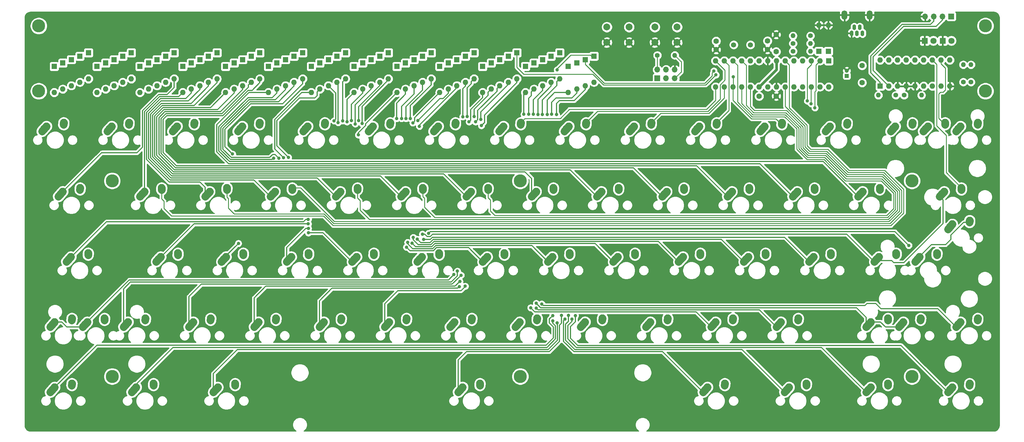
<source format=gtl>
G04 #@! TF.GenerationSoftware,KiCad,Pcbnew,(5.1.0-0)*
G04 #@! TF.CreationDate,2019-05-29T21:11:30+01:00*
G04 #@! TF.ProjectId,tartan,74617274-616e-42e6-9b69-6361645f7063,V1.0*
G04 #@! TF.SameCoordinates,Original*
G04 #@! TF.FileFunction,Copper,L1,Top*
G04 #@! TF.FilePolarity,Positive*
%FSLAX46Y46*%
G04 Gerber Fmt 4.6, Leading zero omitted, Abs format (unit mm)*
G04 Created by KiCad (PCBNEW (5.1.0-0)) date 2019-05-29 21:11:30*
%MOMM*%
%LPD*%
G04 APERTURE LIST*
%ADD10O,1.700000X1.700000*%
%ADD11R,1.700000X1.700000*%
%ADD12C,2.250000*%
%ADD13C,2.250000*%
%ADD14O,1.100000X1.650000*%
%ADD15O,1.700000X2.700000*%
%ADD16O,1.600000X1.600000*%
%ADD17R,1.600000X1.600000*%
%ADD18C,3.800000*%
%ADD19R,1.200000X1.200000*%
%ADD20C,1.200000*%
%ADD21C,1.600000*%
%ADD22C,1.800000*%
%ADD23R,1.800000X1.800000*%
%ADD24C,1.400000*%
%ADD25O,1.400000X1.400000*%
%ADD26C,2.000000*%
%ADD27C,1.500000*%
%ADD28C,1.000000*%
%ADD29C,0.250000*%
%ADD30C,0.300000*%
%ADD31C,0.800000*%
%ADD32C,0.254000*%
G04 APERTURE END LIST*
D10*
X308630000Y-47250000D03*
X311170000Y-47250000D03*
X313710000Y-47250000D03*
D11*
X316250000Y-47250000D03*
D12*
X242762500Y-79337500D03*
X242107501Y-80067500D03*
D13*
X241452500Y-80797500D02*
X242762502Y-79337500D01*
D12*
X247802500Y-78257500D03*
X247782500Y-78547500D03*
D13*
X247762500Y-78837500D02*
X247802500Y-78257500D01*
D14*
X290362500Y-52137500D03*
X289562500Y-50437500D03*
X288762500Y-52137500D03*
X287962500Y-50437500D03*
X287162500Y-52137500D03*
D15*
X292412500Y-46837500D03*
X285112500Y-46837500D03*
D16*
X295512500Y-59967500D03*
X315832500Y-67587500D03*
X298052500Y-59967500D03*
X313292500Y-67587500D03*
X300592500Y-59967500D03*
X310752500Y-67587500D03*
X303132500Y-59967500D03*
X308212500Y-67587500D03*
X305672500Y-59967500D03*
X305672500Y-67587500D03*
X308212500Y-59967500D03*
X303132500Y-67587500D03*
X310752500Y-59967500D03*
X300592500Y-67587500D03*
X313292500Y-59967500D03*
X298052500Y-67587500D03*
X315832500Y-59967500D03*
D17*
X295512500Y-67587500D03*
X54512500Y-61837500D03*
D16*
X54512500Y-69457500D03*
D17*
X57012500Y-60837500D03*
D16*
X57012500Y-68457500D03*
D12*
X64168750Y-136487500D03*
X63513751Y-137217500D03*
D13*
X62858750Y-137947500D02*
X64168752Y-136487500D01*
D12*
X69208750Y-135407500D03*
X69188750Y-135697500D03*
D13*
X69168750Y-135987500D02*
X69208750Y-135407500D01*
D12*
X321601249Y-107122500D03*
D13*
X321581250Y-107412500D02*
X321621248Y-106832500D01*
D12*
X321621250Y-106832500D03*
X315926245Y-108642496D03*
D13*
X315271250Y-109372500D02*
X316581240Y-107912492D01*
D12*
X316581250Y-107912500D03*
X318962500Y-79337500D03*
X318307501Y-80067500D03*
D13*
X317652500Y-80797500D02*
X318962502Y-79337500D01*
D12*
X324002500Y-78257500D03*
X323982500Y-78547500D03*
D13*
X323962500Y-78837500D02*
X324002500Y-78257500D01*
D16*
X212012500Y-66457500D03*
D17*
X212012500Y-58837500D03*
D12*
X59406250Y-117437500D03*
X58751251Y-118167500D03*
D13*
X58096250Y-118897500D02*
X59406252Y-117437500D01*
D12*
X64446250Y-116357500D03*
X64426250Y-116647500D03*
D13*
X64406250Y-116937500D02*
X64446250Y-116357500D01*
D12*
X57025000Y-98387500D03*
X56370001Y-99117500D03*
D13*
X55715000Y-99847500D02*
X57025002Y-98387500D01*
D12*
X62065000Y-97307500D03*
X62045000Y-97597500D03*
D13*
X62025000Y-97887500D02*
X62065000Y-97307500D01*
D18*
X50000000Y-69050000D03*
X50000000Y-50000000D03*
X326225000Y-69050000D03*
X326225000Y-50000000D03*
D19*
X285762500Y-64587500D03*
D20*
X285762500Y-63087500D03*
D21*
X265162500Y-52537500D03*
X265162500Y-57537500D03*
X260212500Y-70537500D03*
X265212500Y-70537500D03*
X247662500Y-56937500D03*
X247662500Y-54437500D03*
X262662500Y-54387500D03*
X262662500Y-56887500D03*
D17*
X59512500Y-59837500D03*
D16*
X59512500Y-67457500D03*
D17*
X62012500Y-58837500D03*
D16*
X62012500Y-66457500D03*
D17*
X64512500Y-57837500D03*
D16*
X64512500Y-65457500D03*
X67012500Y-69457500D03*
D17*
X67012500Y-61837500D03*
X69512500Y-60837500D03*
D16*
X69512500Y-68457500D03*
D17*
X72012500Y-59837500D03*
D16*
X72012500Y-67457500D03*
X74512500Y-66457500D03*
D17*
X74512500Y-58837500D03*
X77012500Y-57837500D03*
D16*
X77012500Y-65457500D03*
D17*
X79512500Y-61837500D03*
D16*
X79512500Y-69457500D03*
X82012500Y-68457500D03*
D17*
X82012500Y-60837500D03*
D16*
X84512500Y-67457500D03*
D17*
X84512500Y-59837500D03*
X87012500Y-58837500D03*
D16*
X87012500Y-66457500D03*
D17*
X277662500Y-57387500D03*
D16*
X277662500Y-49767500D03*
X280412500Y-49767500D03*
D17*
X280412500Y-57387500D03*
D16*
X89512500Y-65457500D03*
D17*
X89512500Y-57837500D03*
D16*
X92012500Y-69457500D03*
D17*
X92012500Y-61837500D03*
X94512500Y-60837500D03*
D16*
X94512500Y-68457500D03*
D17*
X97012500Y-59837500D03*
D16*
X97012500Y-67457500D03*
D17*
X99512500Y-58837500D03*
D16*
X99512500Y-66457500D03*
X102012500Y-65457500D03*
D17*
X102012500Y-57837500D03*
D16*
X104512500Y-69457500D03*
D17*
X104512500Y-61837500D03*
D16*
X107012500Y-68457500D03*
D17*
X107012500Y-60837500D03*
X109512500Y-59837500D03*
D16*
X109512500Y-67457500D03*
D17*
X112012500Y-58837500D03*
D16*
X112012500Y-66457500D03*
X114512500Y-65457500D03*
D17*
X114512500Y-57837500D03*
D16*
X117012500Y-69457500D03*
D17*
X117012500Y-61837500D03*
D16*
X119512500Y-68457500D03*
D17*
X119512500Y-60837500D03*
X122012500Y-59837500D03*
D16*
X122012500Y-67457500D03*
X124512500Y-66457500D03*
D17*
X124512500Y-58837500D03*
X127012500Y-57837500D03*
D16*
X127012500Y-65457500D03*
D17*
X129512500Y-61837500D03*
D16*
X129512500Y-69457500D03*
X132012500Y-68457500D03*
D17*
X132012500Y-60837500D03*
X134512500Y-59837500D03*
D16*
X134512500Y-67457500D03*
D17*
X137012500Y-58837500D03*
D16*
X137012500Y-66457500D03*
D17*
X139512500Y-57837500D03*
D16*
X139512500Y-65457500D03*
X142012500Y-69457500D03*
D17*
X142012500Y-61837500D03*
X144512500Y-60837500D03*
D16*
X144512500Y-68457500D03*
D17*
X147012500Y-59837500D03*
D16*
X147012500Y-67457500D03*
X149512500Y-66457500D03*
D17*
X149512500Y-58837500D03*
D16*
X152012500Y-65457500D03*
D17*
X152012500Y-57837500D03*
D16*
X154512500Y-69457500D03*
D17*
X154512500Y-61837500D03*
D16*
X157012500Y-68457500D03*
D17*
X157012500Y-60837500D03*
X159512500Y-59837500D03*
D16*
X159512500Y-67457500D03*
D17*
X162012500Y-58837500D03*
D16*
X162012500Y-66457500D03*
D17*
X164512500Y-57837500D03*
D16*
X164512500Y-65457500D03*
D17*
X167012500Y-61837500D03*
D16*
X167012500Y-69457500D03*
X169512500Y-68457500D03*
D17*
X169512500Y-60837500D03*
D16*
X172012500Y-67457500D03*
D17*
X172012500Y-59837500D03*
X174512500Y-58837500D03*
D16*
X174512500Y-66457500D03*
X177012500Y-65457500D03*
D17*
X177012500Y-57837500D03*
X179512500Y-61837500D03*
D16*
X179512500Y-69457500D03*
D17*
X182012500Y-60837500D03*
D16*
X182012500Y-68457500D03*
X184512500Y-67457500D03*
D17*
X184512500Y-59837500D03*
D16*
X187012500Y-66457500D03*
D17*
X187012500Y-58837500D03*
D16*
X189512500Y-65457500D03*
D17*
X189512500Y-57837500D03*
D16*
X192012500Y-69457500D03*
D17*
X192012500Y-61837500D03*
D16*
X194512500Y-68457500D03*
D17*
X194512500Y-60837500D03*
D16*
X197012500Y-67457500D03*
D17*
X197012500Y-59837500D03*
D16*
X199512500Y-66457500D03*
D17*
X199512500Y-58837500D03*
X202012500Y-57837500D03*
D16*
X202012500Y-65457500D03*
D17*
X204512500Y-61837500D03*
D16*
X204512500Y-69457500D03*
X207012500Y-68457500D03*
D17*
X207012500Y-60837500D03*
D16*
X209512500Y-67457500D03*
D17*
X209512500Y-59837500D03*
D21*
X290262500Y-61587500D03*
X290262500Y-66587500D03*
D18*
X71431250Y-95243750D03*
X71431250Y-152393750D03*
X304793750Y-95243750D03*
X304793750Y-152393750D03*
X190493750Y-95243750D03*
X190493750Y-152393750D03*
D11*
X230512500Y-65337500D03*
D10*
X230512500Y-62797500D03*
X233052500Y-65337500D03*
X233052500Y-62797500D03*
X235592500Y-65337500D03*
X235592500Y-62797500D03*
D22*
X311052500Y-54337500D03*
D23*
X308512500Y-54337500D03*
X313762500Y-54337500D03*
D22*
X316302500Y-54337500D03*
D24*
X275162500Y-52887500D03*
D25*
X270082500Y-52887500D03*
X275162500Y-57387500D03*
D24*
X270082500Y-57387500D03*
X270082500Y-55137500D03*
D25*
X275162500Y-55137500D03*
X235592500Y-58587500D03*
D24*
X230512500Y-58587500D03*
D25*
X295000000Y-70250000D03*
D24*
X300080000Y-70250000D03*
X302500000Y-70250000D03*
D25*
X307580000Y-70250000D03*
D24*
X322012500Y-66417500D03*
D25*
X322012500Y-61337500D03*
X319762500Y-61337500D03*
D24*
X319762500Y-66417500D03*
D12*
X314457500Y-78547500D03*
D13*
X314437500Y-78837500D02*
X314477500Y-78257500D01*
D12*
X314477500Y-78257500D03*
X308782501Y-80067500D03*
D13*
X308127500Y-80797500D02*
X309437502Y-79337500D01*
D12*
X309437500Y-79337500D03*
X52262500Y-79337500D03*
X51607501Y-80067500D03*
D13*
X50952500Y-80797500D02*
X52262502Y-79337500D01*
D12*
X57302500Y-78257500D03*
X57282500Y-78547500D03*
D13*
X57262500Y-78837500D02*
X57302500Y-78257500D01*
D12*
X71312500Y-79337500D03*
X70657501Y-80067500D03*
D13*
X70002500Y-80797500D02*
X71312502Y-79337500D01*
D12*
X76352500Y-78257500D03*
X76332500Y-78547500D03*
D13*
X76312500Y-78837500D02*
X76352500Y-78257500D01*
D12*
X90362500Y-79337500D03*
X89707501Y-80067500D03*
D13*
X89052500Y-80797500D02*
X90362502Y-79337500D01*
D12*
X95402500Y-78257500D03*
X95382500Y-78547500D03*
D13*
X95362500Y-78837500D02*
X95402500Y-78257500D01*
D12*
X114432500Y-78547500D03*
D13*
X114412500Y-78837500D02*
X114452500Y-78257500D01*
D12*
X114452500Y-78257500D03*
X108757501Y-80067500D03*
D13*
X108102500Y-80797500D02*
X109412502Y-79337500D01*
D12*
X109412500Y-79337500D03*
X133482500Y-78547500D03*
D13*
X133462500Y-78837500D02*
X133502500Y-78257500D01*
D12*
X133502500Y-78257500D03*
X127807501Y-80067500D03*
D13*
X127152500Y-80797500D02*
X128462502Y-79337500D01*
D12*
X128462500Y-79337500D03*
X152532500Y-78547500D03*
D13*
X152512500Y-78837500D02*
X152552500Y-78257500D01*
D12*
X152552500Y-78257500D03*
X146857501Y-80067500D03*
D13*
X146202500Y-80797500D02*
X147512502Y-79337500D01*
D12*
X147512500Y-79337500D03*
X171582500Y-78547500D03*
D13*
X171562500Y-78837500D02*
X171602500Y-78257500D01*
D12*
X171602500Y-78257500D03*
X165907501Y-80067500D03*
D13*
X165252500Y-80797500D02*
X166562502Y-79337500D01*
D12*
X166562500Y-79337500D03*
X190632500Y-78547500D03*
D13*
X190612500Y-78837500D02*
X190652500Y-78257500D01*
D12*
X190652500Y-78257500D03*
X184957501Y-80067500D03*
D13*
X184302500Y-80797500D02*
X185612502Y-79337500D01*
D12*
X185612500Y-79337500D03*
X209682500Y-78547500D03*
D13*
X209662500Y-78837500D02*
X209702500Y-78257500D01*
D12*
X209702500Y-78257500D03*
X204007501Y-80067500D03*
D13*
X203352500Y-80797500D02*
X204662502Y-79337500D01*
D12*
X204662500Y-79337500D03*
X228732500Y-78547500D03*
D13*
X228712500Y-78837500D02*
X228752500Y-78257500D01*
D12*
X228752500Y-78257500D03*
X223057501Y-80067500D03*
D13*
X222402500Y-80797500D02*
X223712502Y-79337500D01*
D12*
X223712500Y-79337500D03*
X261812500Y-79337500D03*
X261157501Y-80067500D03*
D13*
X260502500Y-80797500D02*
X261812502Y-79337500D01*
D12*
X266852500Y-78257500D03*
X266832500Y-78547500D03*
D13*
X266812500Y-78837500D02*
X266852500Y-78257500D01*
D12*
X280862500Y-79337500D03*
X280207501Y-80067500D03*
D13*
X279552500Y-80797500D02*
X280862502Y-79337500D01*
D12*
X285902500Y-78257500D03*
X285882500Y-78547500D03*
D13*
X285862500Y-78837500D02*
X285902500Y-78257500D01*
D12*
X299912500Y-79337500D03*
X299257501Y-80067500D03*
D13*
X298602500Y-80797500D02*
X299912502Y-79337500D01*
D12*
X304952500Y-78257500D03*
X304932500Y-78547500D03*
D13*
X304912500Y-78837500D02*
X304952500Y-78257500D01*
D12*
X80837500Y-98387500D03*
X80182501Y-99117500D03*
D13*
X79527500Y-99847500D02*
X80837502Y-98387500D01*
D12*
X85877500Y-97307500D03*
X85857500Y-97597500D03*
D13*
X85837500Y-97887500D02*
X85877500Y-97307500D01*
D12*
X99887500Y-98387500D03*
X99232501Y-99117500D03*
D13*
X98577500Y-99847500D02*
X99887502Y-98387500D01*
D12*
X104927500Y-97307500D03*
X104907500Y-97597500D03*
D13*
X104887500Y-97887500D02*
X104927500Y-97307500D01*
D12*
X123957500Y-97597500D03*
D13*
X123937500Y-97887500D02*
X123977500Y-97307500D01*
D12*
X123977500Y-97307500D03*
X118282501Y-99117500D03*
D13*
X117627500Y-99847500D02*
X118937502Y-98387500D01*
D12*
X118937500Y-98387500D03*
X143007500Y-97597500D03*
D13*
X142987500Y-97887500D02*
X143027500Y-97307500D01*
D12*
X143027500Y-97307500D03*
X137332501Y-99117500D03*
D13*
X136677500Y-99847500D02*
X137987502Y-98387500D01*
D12*
X137987500Y-98387500D03*
X162057500Y-97597500D03*
D13*
X162037500Y-97887500D02*
X162077500Y-97307500D01*
D12*
X162077500Y-97307500D03*
X156382501Y-99117500D03*
D13*
X155727500Y-99847500D02*
X157037502Y-98387500D01*
D12*
X157037500Y-98387500D03*
X181107500Y-97597500D03*
D13*
X181087500Y-97887500D02*
X181127500Y-97307500D01*
D12*
X181127500Y-97307500D03*
X175432501Y-99117500D03*
D13*
X174777500Y-99847500D02*
X176087502Y-98387500D01*
D12*
X176087500Y-98387500D03*
X200157500Y-97597500D03*
D13*
X200137500Y-97887500D02*
X200177500Y-97307500D01*
D12*
X200177500Y-97307500D03*
X194482501Y-99117500D03*
D13*
X193827500Y-99847500D02*
X195137502Y-98387500D01*
D12*
X195137500Y-98387500D03*
X219207500Y-97597500D03*
D13*
X219187500Y-97887500D02*
X219227500Y-97307500D01*
D12*
X219227500Y-97307500D03*
X213532501Y-99117500D03*
D13*
X212877500Y-99847500D02*
X214187502Y-98387500D01*
D12*
X214187500Y-98387500D03*
X238257500Y-97597500D03*
D13*
X238237500Y-97887500D02*
X238277500Y-97307500D01*
D12*
X238277500Y-97307500D03*
X232582501Y-99117500D03*
D13*
X231927500Y-99847500D02*
X233237502Y-98387500D01*
D12*
X233237500Y-98387500D03*
X252287500Y-98387500D03*
X251632501Y-99117500D03*
D13*
X250977500Y-99847500D02*
X252287502Y-98387500D01*
D12*
X257327500Y-97307500D03*
X257307500Y-97597500D03*
D13*
X257287500Y-97887500D02*
X257327500Y-97307500D01*
D12*
X271337500Y-98387500D03*
X270682501Y-99117500D03*
D13*
X270027500Y-99847500D02*
X271337502Y-98387500D01*
D12*
X276377500Y-97307500D03*
X276357500Y-97597500D03*
D13*
X276337500Y-97887500D02*
X276377500Y-97307500D01*
D12*
X290387500Y-98387500D03*
X289732501Y-99117500D03*
D13*
X289077500Y-99847500D02*
X290387502Y-98387500D01*
D12*
X295427500Y-97307500D03*
X295407500Y-97597500D03*
D13*
X295387500Y-97887500D02*
X295427500Y-97307500D01*
D12*
X295150000Y-117437500D03*
X294495001Y-118167500D03*
D13*
X293840000Y-118897500D02*
X295150002Y-117437500D01*
D12*
X300190000Y-116357500D03*
X300170000Y-116647500D03*
D13*
X300150000Y-116937500D02*
X300190000Y-116357500D01*
D12*
X85600000Y-117437500D03*
X84945001Y-118167500D03*
D13*
X84290000Y-118897500D02*
X85600002Y-117437500D01*
D12*
X90640000Y-116357500D03*
X90620000Y-116647500D03*
D13*
X90600000Y-116937500D02*
X90640000Y-116357500D01*
D12*
X104650000Y-117437500D03*
X103995001Y-118167500D03*
D13*
X103340000Y-118897500D02*
X104650002Y-117437500D01*
D12*
X109690000Y-116357500D03*
X109670000Y-116647500D03*
D13*
X109650000Y-116937500D02*
X109690000Y-116357500D01*
D12*
X128720000Y-116647500D03*
D13*
X128700000Y-116937500D02*
X128740000Y-116357500D01*
D12*
X128740000Y-116357500D03*
X123045001Y-118167500D03*
D13*
X122390000Y-118897500D02*
X123700002Y-117437500D01*
D12*
X123700000Y-117437500D03*
X147770000Y-116647500D03*
D13*
X147750000Y-116937500D02*
X147790000Y-116357500D01*
D12*
X147790000Y-116357500D03*
X142095001Y-118167500D03*
D13*
X141440000Y-118897500D02*
X142750002Y-117437500D01*
D12*
X142750000Y-117437500D03*
X166820000Y-116647500D03*
D13*
X166800000Y-116937500D02*
X166840000Y-116357500D01*
D12*
X166840000Y-116357500D03*
X161145001Y-118167500D03*
D13*
X160490000Y-118897500D02*
X161800002Y-117437500D01*
D12*
X161800000Y-117437500D03*
X180850000Y-117437500D03*
X180195001Y-118167500D03*
D13*
X179540000Y-118897500D02*
X180850002Y-117437500D01*
D12*
X185890000Y-116357500D03*
X185870000Y-116647500D03*
D13*
X185850000Y-116937500D02*
X185890000Y-116357500D01*
D12*
X204920000Y-116647500D03*
D13*
X204900000Y-116937500D02*
X204940000Y-116357500D01*
D12*
X204940000Y-116357500D03*
X199245001Y-118167500D03*
D13*
X198590000Y-118897500D02*
X199900002Y-117437500D01*
D12*
X199900000Y-117437500D03*
X223970000Y-116647500D03*
D13*
X223950000Y-116937500D02*
X223990000Y-116357500D01*
D12*
X223990000Y-116357500D03*
X218295001Y-118167500D03*
D13*
X217640000Y-118897500D02*
X218950002Y-117437500D01*
D12*
X218950000Y-117437500D03*
X243020000Y-116647500D03*
D13*
X243000000Y-116937500D02*
X243040000Y-116357500D01*
D12*
X243040000Y-116357500D03*
X237345001Y-118167500D03*
D13*
X236690000Y-118897500D02*
X238000002Y-117437500D01*
D12*
X238000000Y-117437500D03*
X257050000Y-117437500D03*
X256395001Y-118167500D03*
D13*
X255740000Y-118897500D02*
X257050002Y-117437500D01*
D12*
X262090000Y-116357500D03*
X262070000Y-116647500D03*
D13*
X262050000Y-116937500D02*
X262090000Y-116357500D01*
D12*
X276100000Y-117437500D03*
X275445001Y-118167500D03*
D13*
X274790000Y-118897500D02*
X276100002Y-117437500D01*
D12*
X281140000Y-116357500D03*
X281120000Y-116647500D03*
D13*
X281100000Y-116937500D02*
X281140000Y-116357500D01*
D12*
X319220000Y-97597500D03*
D13*
X319200000Y-97887500D02*
X319240000Y-97307500D01*
D12*
X319240000Y-97307500D03*
X313545001Y-99117500D03*
D13*
X312890000Y-99847500D02*
X314200002Y-98387500D01*
D12*
X314200000Y-98387500D03*
X312076250Y-116647500D03*
D13*
X312056250Y-116937500D02*
X312096250Y-116357500D01*
D12*
X312096250Y-116357500D03*
X306401251Y-118167500D03*
D13*
X305746250Y-118897500D02*
X307056252Y-117437500D01*
D12*
X307056250Y-117437500D03*
X297788750Y-135697500D03*
D13*
X297768750Y-135987500D02*
X297808750Y-135407500D01*
D12*
X297808750Y-135407500D03*
X292113751Y-137217500D03*
D13*
X291458750Y-137947500D02*
X292768752Y-136487500D01*
D12*
X292768750Y-136487500D03*
X76075000Y-136487500D03*
X75420001Y-137217500D03*
D13*
X74765000Y-137947500D02*
X76075002Y-136487500D01*
D12*
X81115000Y-135407500D03*
X81095000Y-135697500D03*
D13*
X81075000Y-135987500D02*
X81115000Y-135407500D01*
D12*
X95125000Y-136487500D03*
X94470001Y-137217500D03*
D13*
X93815000Y-137947500D02*
X95125002Y-136487500D01*
D12*
X100165000Y-135407500D03*
X100145000Y-135697500D03*
D13*
X100125000Y-135987500D02*
X100165000Y-135407500D01*
D12*
X119195000Y-135697500D03*
D13*
X119175000Y-135987500D02*
X119215000Y-135407500D01*
D12*
X119215000Y-135407500D03*
X113520001Y-137217500D03*
D13*
X112865000Y-137947500D02*
X114175002Y-136487500D01*
D12*
X114175000Y-136487500D03*
X138245000Y-135697500D03*
D13*
X138225000Y-135987500D02*
X138265000Y-135407500D01*
D12*
X138265000Y-135407500D03*
X132570001Y-137217500D03*
D13*
X131915000Y-137947500D02*
X133225002Y-136487500D01*
D12*
X133225000Y-136487500D03*
X157295000Y-135697500D03*
D13*
X157275000Y-135987500D02*
X157315000Y-135407500D01*
D12*
X157315000Y-135407500D03*
X151620001Y-137217500D03*
D13*
X150965000Y-137947500D02*
X152275002Y-136487500D01*
D12*
X152275000Y-136487500D03*
X176345000Y-135697500D03*
D13*
X176325000Y-135987500D02*
X176365000Y-135407500D01*
D12*
X176365000Y-135407500D03*
X170670001Y-137217500D03*
D13*
X170015000Y-137947500D02*
X171325002Y-136487500D01*
D12*
X171325000Y-136487500D03*
X195395000Y-135697500D03*
D13*
X195375000Y-135987500D02*
X195415000Y-135407500D01*
D12*
X195415000Y-135407500D03*
X189720001Y-137217500D03*
D13*
X189065000Y-137947500D02*
X190375002Y-136487500D01*
D12*
X190375000Y-136487500D03*
X214445000Y-135697500D03*
D13*
X214425000Y-135987500D02*
X214465000Y-135407500D01*
D12*
X214465000Y-135407500D03*
X208770001Y-137217500D03*
D13*
X208115000Y-137947500D02*
X209425002Y-136487500D01*
D12*
X209425000Y-136487500D03*
X233495000Y-135697500D03*
D13*
X233475000Y-135987500D02*
X233515000Y-135407500D01*
D12*
X233515000Y-135407500D03*
X227820001Y-137217500D03*
D13*
X227165000Y-137947500D02*
X228475002Y-136487500D01*
D12*
X228475000Y-136487500D03*
X247525000Y-136487500D03*
X246870001Y-137217500D03*
D13*
X246215000Y-137947500D02*
X247525002Y-136487500D01*
D12*
X252565000Y-135407500D03*
X252545000Y-135697500D03*
D13*
X252525000Y-135987500D02*
X252565000Y-135407500D01*
D12*
X266575000Y-136487500D03*
X265920001Y-137217500D03*
D13*
X265265000Y-137947500D02*
X266575002Y-136487500D01*
D12*
X271615000Y-135407500D03*
X271595000Y-135697500D03*
D13*
X271575000Y-135987500D02*
X271615000Y-135407500D01*
D12*
X307313750Y-135697500D03*
D13*
X307293750Y-135987500D02*
X307333750Y-135407500D01*
D12*
X307333750Y-135407500D03*
X301638751Y-137217500D03*
D13*
X300983750Y-137947500D02*
X302293752Y-136487500D01*
D12*
X302293750Y-136487500D03*
X318962500Y-136487500D03*
X318307501Y-137217500D03*
D13*
X317652500Y-137947500D02*
X318962502Y-136487500D01*
D12*
X324002500Y-135407500D03*
X323982500Y-135697500D03*
D13*
X323962500Y-135987500D02*
X324002500Y-135407500D01*
D12*
X54643750Y-155537500D03*
X53988751Y-156267500D03*
D13*
X53333750Y-156997500D02*
X54643752Y-155537500D01*
D12*
X59683750Y-154457500D03*
X59663750Y-154747500D03*
D13*
X59643750Y-155037500D02*
X59683750Y-154457500D01*
D12*
X83476250Y-154747500D03*
D13*
X83456250Y-155037500D02*
X83496250Y-154457500D01*
D12*
X83496250Y-154457500D03*
X77801251Y-156267500D03*
D13*
X77146250Y-156997500D02*
X78456252Y-155537500D01*
D12*
X78456250Y-155537500D03*
X102268750Y-155537500D03*
X101613751Y-156267500D03*
D13*
X100958750Y-156997500D02*
X102268752Y-155537500D01*
D12*
X107308750Y-154457500D03*
X107288750Y-154747500D03*
D13*
X107268750Y-155037500D02*
X107308750Y-154457500D01*
D12*
X178726250Y-154747500D03*
D13*
X178706250Y-155037500D02*
X178746250Y-154457500D01*
D12*
X178746250Y-154457500D03*
X173051251Y-156267500D03*
D13*
X172396250Y-156997500D02*
X173706252Y-155537500D01*
D12*
X173706250Y-155537500D03*
X250163750Y-154747500D03*
D13*
X250143750Y-155037500D02*
X250183750Y-154457500D01*
D12*
X250183750Y-154457500D03*
X244488751Y-156267500D03*
D13*
X243833750Y-156997500D02*
X245143752Y-155537500D01*
D12*
X245143750Y-155537500D03*
X268956250Y-155537500D03*
X268301251Y-156267500D03*
D13*
X267646250Y-156997500D02*
X268956252Y-155537500D01*
D12*
X273996250Y-154457500D03*
X273976250Y-154747500D03*
D13*
X273956250Y-155037500D02*
X273996250Y-154457500D01*
D12*
X297788750Y-154747500D03*
D13*
X297768750Y-155037500D02*
X297808750Y-154457500D01*
D12*
X297808750Y-154457500D03*
X292113751Y-156267500D03*
D13*
X291458750Y-156997500D02*
X292768752Y-155537500D01*
D12*
X292768750Y-155537500D03*
X316581250Y-155537500D03*
X315926251Y-156267500D03*
D13*
X315271250Y-156997500D02*
X316581252Y-155537500D01*
D12*
X321621250Y-154457500D03*
X321601250Y-154747500D03*
D13*
X321581250Y-155037500D02*
X321621250Y-154457500D01*
D26*
X215762500Y-54837500D03*
X215762500Y-50337500D03*
X222262500Y-54837500D03*
X222262500Y-50337500D03*
X236262500Y-50337500D03*
X236262500Y-54837500D03*
X229762500Y-50337500D03*
X229762500Y-54837500D03*
D12*
X59663750Y-135697500D03*
D13*
X59643750Y-135987500D02*
X59683750Y-135407500D01*
D12*
X59683750Y-135407500D03*
X53988751Y-137217500D03*
D13*
X53333750Y-137947500D02*
X54643752Y-136487500D01*
D12*
X54643750Y-136487500D03*
D17*
X280512500Y-60181250D03*
D16*
X247492500Y-67801250D03*
X277972500Y-60181250D03*
X250032500Y-67801250D03*
X275432500Y-60181250D03*
X252572500Y-67801250D03*
X272892500Y-60181250D03*
X255112500Y-67801250D03*
X270352500Y-60181250D03*
X257652500Y-67801250D03*
X267812500Y-60181250D03*
X260192500Y-67801250D03*
X265272500Y-60181250D03*
X262732500Y-67801250D03*
X262732500Y-60181250D03*
X265272500Y-67801250D03*
X260192500Y-60181250D03*
X267812500Y-67801250D03*
X257652500Y-60181250D03*
X270352500Y-67801250D03*
X255112500Y-60181250D03*
X272892500Y-67801250D03*
X252572500Y-60181250D03*
X275432500Y-67801250D03*
X250032500Y-60181250D03*
X277972500Y-67801250D03*
X247492500Y-60181250D03*
X280512500Y-67801250D03*
D27*
X257662500Y-55537500D03*
X252782500Y-55537500D03*
D28*
X281062500Y-72037500D03*
X259662500Y-65737500D03*
X135500000Y-95750000D03*
X287800000Y-134200000D03*
X102900000Y-89700000D03*
X276462500Y-73937500D03*
X275362500Y-72737500D03*
X201262500Y-62837500D03*
X274262500Y-71937500D03*
X118562500Y-88637500D03*
X128662500Y-106537500D03*
X120062500Y-88637500D03*
X128662498Y-107837511D03*
X106562500Y-87437500D03*
X108262500Y-113537500D03*
X121462500Y-88537500D03*
X128670094Y-109137501D03*
X122862500Y-88437500D03*
X128685163Y-110437425D03*
X136162500Y-77737500D03*
X137362500Y-78237500D03*
X157313297Y-114636864D03*
X138662500Y-77737500D03*
X157635592Y-113249153D03*
X139962500Y-78037500D03*
X158913550Y-113487595D03*
X141262500Y-77637500D03*
X159280347Y-111776517D03*
X142362500Y-78637500D03*
X160471880Y-112296402D03*
X143362500Y-77637500D03*
X162290496Y-112331196D03*
X144362500Y-78537500D03*
X161962506Y-110837500D03*
X143262500Y-81837500D03*
X303862500Y-114137500D03*
X163790982Y-110587490D03*
X171162500Y-122637500D03*
X154462500Y-77037500D03*
X172162500Y-121637500D03*
X155862500Y-77037500D03*
X157162500Y-77037500D03*
X173212490Y-122837500D03*
X172862500Y-124637500D03*
X158462500Y-77037500D03*
X172762500Y-126137500D03*
X159162500Y-78337500D03*
X252662500Y-64837500D03*
X247600000Y-64300000D03*
X174462500Y-126037500D03*
X160662500Y-77637500D03*
X161062500Y-79337500D03*
X173738645Y-76539257D03*
X175035142Y-76443719D03*
X175562489Y-78037500D03*
X193562500Y-132337500D03*
X177012498Y-76442411D03*
X177462500Y-78037500D03*
X195162500Y-132437500D03*
X195162500Y-131037500D03*
X179012510Y-77362949D03*
X179162500Y-79137500D03*
X196762500Y-131237500D03*
X191562500Y-75837500D03*
X199962500Y-134637500D03*
X246990687Y-63151623D03*
X199962500Y-136137500D03*
X192962500Y-75837500D03*
X194362500Y-75837500D03*
X201306583Y-136749899D03*
X202562500Y-134537500D03*
X195662500Y-75912490D03*
X203562500Y-135637500D03*
X196962500Y-75912490D03*
X204562500Y-134537500D03*
X198345341Y-75859533D03*
X205562500Y-135637500D03*
X199660046Y-75814711D03*
X206562500Y-134637500D03*
X201062500Y-75912490D03*
D29*
X262732500Y-62667500D02*
X259662500Y-65737500D01*
X262732500Y-60181250D02*
X262732500Y-62667500D01*
X276747499Y-61406251D02*
X276747499Y-68902501D01*
X277972500Y-60181250D02*
X276747499Y-61406251D01*
X276462500Y-69187500D02*
X276462500Y-73937500D01*
X276747499Y-68902501D02*
X276462500Y-69187500D01*
X275362500Y-67871250D02*
X275432500Y-67801250D01*
X275362500Y-72737500D02*
X275362500Y-67871250D01*
X212012500Y-58837500D02*
X211762500Y-58837500D01*
X211262500Y-58837500D02*
X212012500Y-58837500D01*
X210962500Y-58537500D02*
X211262500Y-58837500D01*
X205212500Y-58537500D02*
X210962500Y-58537500D01*
X201262500Y-62487500D02*
X205212500Y-58537500D01*
X201262500Y-62837500D02*
X201262500Y-62487500D01*
D30*
X89512500Y-68037500D02*
X89512500Y-65457500D01*
X87512500Y-70037500D02*
X89512500Y-68037500D01*
X85025614Y-70037500D02*
X87512500Y-70037500D01*
X80262390Y-85437610D02*
X80262390Y-74800724D01*
X68375000Y-87037500D02*
X78662500Y-87037500D01*
X80262390Y-74800724D02*
X85025614Y-70037500D01*
X78662500Y-87037500D02*
X80262390Y-85437610D01*
X57025000Y-98387500D02*
X68375000Y-87037500D01*
X85274156Y-70637500D02*
X80862412Y-75049244D01*
X80862412Y-98512588D02*
X79527500Y-99847500D01*
X80862412Y-75049244D02*
X80862412Y-98512588D01*
X90832500Y-70637500D02*
X85274156Y-70637500D01*
X92012500Y-69457500D02*
X90832500Y-70637500D01*
X97062588Y-95637588D02*
X98577500Y-97152500D01*
X88071330Y-95637588D02*
X97062588Y-95637588D01*
X85522699Y-71237500D02*
X81462423Y-75297776D01*
X81462423Y-75297776D02*
X81462423Y-89028681D01*
X92863870Y-71237500D02*
X85522699Y-71237500D01*
X98577500Y-97152500D02*
X98577500Y-99847500D01*
X94512500Y-69588870D02*
X92863870Y-71237500D01*
X81462423Y-89028681D02*
X88071330Y-95637588D01*
X94512500Y-68457500D02*
X94512500Y-69588870D01*
X97012500Y-67457500D02*
X97012500Y-68588870D01*
X97012500Y-68588870D02*
X93663881Y-71937489D01*
X82062434Y-88780149D02*
X88319873Y-95037588D01*
X82062434Y-75546308D02*
X82062434Y-88780149D01*
X88319873Y-95037588D02*
X112817588Y-95037588D01*
X112817588Y-95037588D02*
X117627500Y-99847500D01*
X85671253Y-71937489D02*
X93663881Y-71937489D01*
X82062434Y-75546308D02*
X85671253Y-71937489D01*
X82662445Y-75794840D02*
X82662445Y-88531617D01*
X88568416Y-94437588D02*
X131267588Y-94437588D01*
X99512500Y-67588870D02*
X94463925Y-72637445D01*
X131267588Y-94437588D02*
X136677500Y-99847500D01*
X99512500Y-66457500D02*
X99512500Y-67588870D01*
X82662445Y-88531617D02*
X88568416Y-94437588D01*
X85819840Y-72637445D02*
X82662445Y-75794840D01*
X85819840Y-72637445D02*
X94463925Y-72637445D01*
X102012500Y-66588870D02*
X102012500Y-65457500D01*
X83262456Y-76043372D02*
X86068372Y-73237456D01*
X83262456Y-88283085D02*
X83262456Y-76043372D01*
X88816959Y-93837588D02*
X83262456Y-88283085D01*
X86068372Y-73237456D02*
X95363914Y-73237456D01*
X149717588Y-93837588D02*
X88816959Y-93837588D01*
X95363914Y-73237456D02*
X102012500Y-66588870D01*
X155727500Y-99847500D02*
X149717588Y-93837588D01*
X168167577Y-93237577D02*
X174777500Y-99847500D01*
X83862467Y-76291904D02*
X83862467Y-88034553D01*
X89065491Y-93237577D02*
X168167577Y-93237577D01*
X86316904Y-73837467D02*
X83862467Y-76291904D01*
X83862467Y-88034553D02*
X89065491Y-93237577D01*
X100132533Y-73837467D02*
X86316904Y-73837467D01*
X104512500Y-69457500D02*
X100132533Y-73837467D01*
X107012500Y-69588870D02*
X107012500Y-68457500D01*
X102163892Y-74437478D02*
X107012500Y-69588870D01*
X86565436Y-74437478D02*
X102163892Y-74437478D01*
X84462478Y-76540436D02*
X86565436Y-74437478D01*
X84462478Y-87786021D02*
X84462478Y-76540436D01*
X191887566Y-92637566D02*
X89314023Y-92637566D01*
X193827500Y-94577500D02*
X191887566Y-92637566D01*
X89314023Y-92637566D02*
X84462478Y-87786021D01*
X193827500Y-99847500D02*
X193827500Y-94577500D01*
X109512500Y-68588870D02*
X109512500Y-67457500D01*
X103063881Y-75037489D02*
X109512500Y-68588870D01*
X86813968Y-75037489D02*
X103063881Y-75037489D01*
X85062489Y-76788968D02*
X86813968Y-75037489D01*
X85062489Y-87486032D02*
X85062489Y-76788968D01*
X89614012Y-92037555D02*
X85062489Y-87486032D01*
X205067555Y-92037555D02*
X89614012Y-92037555D01*
X212877500Y-99847500D02*
X205067555Y-92037555D01*
D29*
X275432500Y-60181250D02*
X275432500Y-61312620D01*
X275432500Y-61312620D02*
X274207499Y-62537621D01*
X274207499Y-69292501D02*
X274207499Y-69392501D01*
X274207499Y-62537621D02*
X274207499Y-69292501D01*
X274207499Y-71882499D02*
X274207499Y-69292501D01*
X274262500Y-71937500D02*
X274207499Y-71882499D01*
D30*
X89914001Y-91437544D02*
X85662489Y-87186032D01*
X85662489Y-87186032D02*
X85662489Y-77088968D01*
X85662489Y-77088968D02*
X87113968Y-75637489D01*
X103465427Y-75637489D02*
X111212501Y-67890415D01*
X87113968Y-75637489D02*
X103465427Y-75637489D01*
X111212501Y-67257499D02*
X112012500Y-66457500D01*
X223517544Y-91437544D02*
X89914001Y-91437544D01*
X111212501Y-67890415D02*
X111212501Y-67257499D01*
X231927500Y-99847500D02*
X223517544Y-91437544D01*
X103713958Y-76237500D02*
X111113967Y-68837491D01*
X111113967Y-68837491D02*
X112263879Y-68837491D01*
X241967533Y-90837533D02*
X90162533Y-90837533D01*
X112263879Y-68837491D02*
X114512500Y-66588870D01*
X90162533Y-90837533D02*
X86262500Y-86937500D01*
X250977500Y-99847500D02*
X241967533Y-90837533D01*
X86262500Y-77337500D02*
X87362500Y-76237500D01*
X114512500Y-66588870D02*
X114512500Y-65457500D01*
X86262500Y-86937500D02*
X86262500Y-77337500D01*
X87362500Y-76237500D02*
X103713958Y-76237500D01*
X117012500Y-69457500D02*
X114446872Y-69457500D01*
X111342500Y-69457500D02*
X112782500Y-69457500D01*
X101962467Y-78837533D02*
X111342500Y-69457500D01*
X114446872Y-69457500D02*
X112782500Y-69457500D01*
X105416893Y-90237522D02*
X101962467Y-86783096D01*
X101962467Y-86783096D02*
X101962467Y-78837533D01*
X270027500Y-99847500D02*
X260417522Y-90237522D01*
X260417522Y-90237522D02*
X105416893Y-90237522D01*
X112782500Y-69457500D02*
X112542500Y-69457500D01*
X119512500Y-69588870D02*
X118163892Y-70937478D01*
X278867500Y-89637500D02*
X289077500Y-99847500D01*
X119512500Y-68457500D02*
X119512500Y-69588870D01*
X118411023Y-89637520D02*
X118411043Y-89637500D01*
X102562478Y-86534564D02*
X105665435Y-89637520D01*
X118411043Y-89637500D02*
X278867500Y-89637500D01*
X105665435Y-89637520D02*
X118411023Y-89637520D01*
X102562478Y-79440436D02*
X102562478Y-86534564D01*
X111065436Y-70937478D02*
X113962522Y-70937478D01*
X113962522Y-70937478D02*
X113815436Y-70937478D01*
X102562478Y-79440436D02*
X111065436Y-70937478D01*
X118163892Y-70937478D02*
X113962522Y-70937478D01*
X118162491Y-89037509D02*
X105913967Y-89037509D01*
X103162489Y-86286032D02*
X103162489Y-79688968D01*
X118562500Y-88637500D02*
X118162491Y-89037509D01*
X105913967Y-89037509D02*
X103162489Y-86286032D01*
X119063870Y-71537500D02*
X122012500Y-68588870D01*
X122012500Y-68588870D02*
X122012500Y-67457500D01*
X111313957Y-71537500D02*
X103162489Y-79688968D01*
X119063870Y-71537500D02*
X111313957Y-71537500D01*
X127955394Y-106537500D02*
X128662500Y-106537500D01*
X127255394Y-107237500D02*
X127955394Y-106537500D01*
X69756250Y-107237500D02*
X127255394Y-107237500D01*
X58096250Y-118897500D02*
X69756250Y-107237500D01*
X119963870Y-72137500D02*
X124512500Y-67588870D01*
X111562500Y-72137500D02*
X119963870Y-72137500D01*
X103762500Y-86037500D02*
X103762500Y-79937500D01*
X103762500Y-79937500D02*
X111562500Y-72137500D01*
X118262500Y-87537500D02*
X117362500Y-88437500D01*
X118962500Y-87537500D02*
X118262500Y-87537500D01*
X124512500Y-67588870D02*
X124512500Y-66457500D01*
X106162500Y-88437500D02*
X103762500Y-86037500D01*
X117362500Y-88437500D02*
X106162500Y-88437500D01*
X120062500Y-88637500D02*
X118962500Y-87537500D01*
X95349989Y-107837511D02*
X127955392Y-107837511D01*
X84290000Y-118897500D02*
X95349989Y-107837511D01*
X127955392Y-107837511D02*
X128662498Y-107837511D01*
X103340000Y-118460000D02*
X103340000Y-118897500D01*
X108262500Y-113537500D02*
X103340000Y-118460000D01*
X104362500Y-85237500D02*
X106562500Y-87437500D01*
X127012500Y-65457500D02*
X127012500Y-66937500D01*
X121212500Y-72737500D02*
X111862500Y-72737500D01*
X104362500Y-80237500D02*
X104362500Y-85237500D01*
X111862500Y-72737500D02*
X104362500Y-80237500D01*
X127012500Y-66937500D02*
X121212500Y-72737500D01*
X118862500Y-85937500D02*
X121462500Y-88537500D01*
X118862500Y-77357500D02*
X118862500Y-85937500D01*
X126762500Y-69457500D02*
X129512500Y-69457500D01*
X118862500Y-77357500D02*
X126762500Y-69457500D01*
X127962988Y-109137501D02*
X128670094Y-109137501D01*
X122390000Y-114710489D02*
X127962988Y-109137501D01*
X122390000Y-118897500D02*
X122390000Y-114710489D01*
X119462500Y-85037500D02*
X122862500Y-88437500D01*
X131212501Y-70387499D02*
X130562500Y-71037500D01*
X126062500Y-71037500D02*
X119462500Y-77637500D01*
X130562500Y-71037500D02*
X126062500Y-71037500D01*
X131212501Y-69257499D02*
X131212501Y-70387499D01*
X119462500Y-77637500D02*
X119462500Y-85037500D01*
X132012500Y-68457500D02*
X131212501Y-69257499D01*
X129392269Y-110437425D02*
X128685163Y-110437425D01*
X141440000Y-118897500D02*
X132979925Y-110437425D01*
X132979925Y-110437425D02*
X129392269Y-110437425D01*
X136662500Y-77237500D02*
X136162500Y-77737500D01*
X136662500Y-69607500D02*
X136662500Y-77237500D01*
X134512500Y-67457500D02*
X136662500Y-69607500D01*
X137362500Y-66807500D02*
X137012500Y-66457500D01*
X137362500Y-78237500D02*
X137362500Y-66807500D01*
X165185257Y-115681241D02*
X158357674Y-115681241D01*
X179540000Y-118897500D02*
X175424999Y-114782499D01*
X157813296Y-115136863D02*
X157313297Y-114636864D01*
X175424999Y-114782499D02*
X166083999Y-114782499D01*
X166083999Y-114782499D02*
X165185257Y-115681241D01*
X158357674Y-115681241D02*
X157813296Y-115136863D01*
X138662500Y-66307500D02*
X139512500Y-65457500D01*
X138662500Y-77737500D02*
X138662500Y-66307500D01*
X157635592Y-113615641D02*
X157635592Y-113249153D01*
X193874988Y-114182488D02*
X165835467Y-114182488D01*
X165835467Y-114182488D02*
X164936725Y-115081230D01*
X159101181Y-115081230D02*
X157635592Y-113615641D01*
X164936725Y-115081230D02*
X159101181Y-115081230D01*
X198590000Y-118897500D02*
X193874988Y-114182488D01*
X139962500Y-71507500D02*
X142012500Y-69457500D01*
X139962500Y-78037500D02*
X139962500Y-71507500D01*
X212324977Y-113582477D02*
X165586935Y-113582477D01*
X159907174Y-114481219D02*
X159413549Y-113987594D01*
X217640000Y-118897500D02*
X212324977Y-113582477D01*
X165586935Y-113582477D02*
X164688193Y-114481219D01*
X159413549Y-113987594D02*
X158913550Y-113487595D01*
X164688193Y-114481219D02*
X159907174Y-114481219D01*
X141262500Y-72887500D02*
X141262500Y-77637500D01*
X144512500Y-69637500D02*
X141262500Y-72887500D01*
X144512500Y-68457500D02*
X144512500Y-69637500D01*
X160677932Y-113881208D02*
X159280347Y-112483623D01*
X159280347Y-112483623D02*
X159280347Y-111776517D01*
X230774966Y-112982466D02*
X165338403Y-112982466D01*
X236690000Y-118897500D02*
X230774966Y-112982466D01*
X165338403Y-112982466D02*
X164439661Y-113881208D01*
X164439661Y-113881208D02*
X160677932Y-113881208D01*
X142362500Y-73087500D02*
X142362500Y-78637500D01*
X147012500Y-68437500D02*
X142362500Y-73087500D01*
X147012500Y-67457500D02*
X147012500Y-68437500D01*
X165089871Y-112382455D02*
X164191129Y-113281197D01*
X255740000Y-118897500D02*
X249224955Y-112382455D01*
X164191129Y-113281197D02*
X161456675Y-113281197D01*
X161456675Y-113281197D02*
X160971879Y-112796401D01*
X160971879Y-112796401D02*
X160471880Y-112296402D01*
X249224955Y-112382455D02*
X165089871Y-112382455D01*
X143362500Y-73587500D02*
X143362500Y-77637500D01*
X149512500Y-67437500D02*
X143362500Y-73587500D01*
X149512500Y-66457500D02*
X149512500Y-67437500D01*
X162997602Y-112331196D02*
X162290496Y-112331196D01*
X164841339Y-111782444D02*
X164292587Y-112331196D01*
X164292587Y-112331196D02*
X162997602Y-112331196D01*
X267674944Y-111782444D02*
X164841339Y-111782444D01*
X274790000Y-118897500D02*
X267674944Y-111782444D01*
X293840000Y-118747500D02*
X295150000Y-117437500D01*
X293840000Y-118897500D02*
X293840000Y-118747500D01*
X313862500Y-100820000D02*
X313270151Y-100227651D01*
X302462500Y-119137500D02*
X313862500Y-107737500D01*
X313862500Y-107737500D02*
X313862500Y-100820000D01*
X299462500Y-119137500D02*
X302462500Y-119137500D01*
X298862500Y-118537500D02*
X299462500Y-119137500D01*
X294200000Y-118537500D02*
X298862500Y-118537500D01*
X293840000Y-118897500D02*
X294200000Y-118537500D01*
X144362500Y-73487500D02*
X144362500Y-78537500D01*
X152012500Y-65837500D02*
X144362500Y-73487500D01*
X152012500Y-65457500D02*
X152012500Y-65837500D01*
X285779996Y-110837496D02*
X164937744Y-110837496D01*
X164237740Y-111537500D02*
X163369612Y-111537500D01*
X163369612Y-111537500D02*
X162669612Y-110837500D01*
X162669612Y-110837500D02*
X161962506Y-110837500D01*
X293840000Y-118897500D02*
X285779996Y-110837496D01*
X164937744Y-110837496D02*
X164237740Y-111537500D01*
X321581250Y-107412500D02*
X319887500Y-107412500D01*
X319887500Y-107412500D02*
X316162500Y-111137500D01*
X143262500Y-81237500D02*
X143262500Y-81837500D01*
X145362500Y-78607500D02*
X145362500Y-79137500D01*
X145362500Y-79137500D02*
X143262500Y-81237500D01*
X154512500Y-69457500D02*
X145362500Y-78607500D01*
X164290981Y-110087491D02*
X163790982Y-110587490D01*
X303862500Y-114137500D02*
X299812491Y-110087491D01*
X299812491Y-110087491D02*
X164290981Y-110087491D01*
X305746250Y-118897500D02*
X305746250Y-118653750D01*
X305746250Y-118653750D02*
X310500000Y-113900000D01*
X314600000Y-113900000D02*
X316162500Y-112337500D01*
X310500000Y-113900000D02*
X314600000Y-113900000D01*
X316162500Y-111137500D02*
X316162500Y-112337500D01*
X54793750Y-136487500D02*
X53333750Y-137947500D01*
X56712500Y-136487500D02*
X54793750Y-136487500D01*
X58172500Y-137947500D02*
X56712500Y-136487500D01*
X62858750Y-137947500D02*
X58172500Y-137947500D01*
X157212500Y-68657500D02*
X157012500Y-68457500D01*
X76418750Y-124237500D02*
X62858750Y-137797500D01*
X169562500Y-124237500D02*
X76418750Y-124237500D01*
X62858750Y-137797500D02*
X62858750Y-137947500D01*
X171162500Y-122637500D02*
X169562500Y-124237500D01*
X154462500Y-77037500D02*
X154462500Y-72537500D01*
X157012500Y-69987500D02*
X157012500Y-68457500D01*
X154462500Y-72537500D02*
X157012500Y-69987500D01*
X74765000Y-137947500D02*
X74765000Y-126835000D01*
X74765000Y-126835000D02*
X76762500Y-124837500D01*
X76762500Y-124837500D02*
X170362500Y-124837500D01*
X170362500Y-124837500D02*
X172162500Y-123037500D01*
X172162500Y-123037500D02*
X172162500Y-121637500D01*
X155862500Y-73487500D02*
X155862500Y-77037500D01*
X159512500Y-69837500D02*
X155862500Y-73487500D01*
X159512500Y-67457500D02*
X159512500Y-69837500D01*
X93815000Y-137947500D02*
X93815000Y-129085000D01*
X97462500Y-125437500D02*
X170612490Y-125437500D01*
X93815000Y-129085000D02*
X97462500Y-125437500D01*
X170612490Y-125437500D02*
X172712491Y-123337499D01*
X172712491Y-123337499D02*
X173212490Y-122837500D01*
X157162500Y-73587500D02*
X157162500Y-77037500D01*
X162012500Y-68737500D02*
X157162500Y-73587500D01*
X162012500Y-66457500D02*
X162012500Y-68737500D01*
X112865000Y-137947500D02*
X112865000Y-129435000D01*
X112865000Y-129435000D02*
X116262500Y-126037500D01*
X171462500Y-126037500D02*
X172862500Y-124637500D01*
X116262500Y-126037500D02*
X171462500Y-126037500D01*
X164512500Y-67237500D02*
X164512500Y-65457500D01*
X161212500Y-70537500D02*
X164512500Y-67237500D01*
X158462500Y-73287500D02*
X158462500Y-77037500D01*
X161212500Y-70537500D02*
X158462500Y-73287500D01*
X131915000Y-137947500D02*
X131915000Y-130285000D01*
X131915000Y-130285000D02*
X135562500Y-126637500D01*
X172262500Y-126637500D02*
X172762500Y-126137500D01*
X135562500Y-126637500D02*
X172262500Y-126637500D01*
X159662499Y-77837501D02*
X159662499Y-76807501D01*
X159662499Y-76807501D02*
X162497500Y-73972500D01*
X159162500Y-78337500D02*
X159662499Y-77837501D01*
X162497500Y-73972500D02*
X167012500Y-69457500D01*
X162412499Y-74057501D02*
X162497500Y-73972500D01*
D29*
X235592500Y-65337500D02*
X237462500Y-63467500D01*
X237462500Y-60457500D02*
X235592500Y-58587500D01*
X237462500Y-63467500D02*
X237462500Y-60457500D01*
X86562500Y-103337500D02*
X86562500Y-101237500D01*
X298662500Y-108337500D02*
X135881836Y-108337500D01*
X133081836Y-105537500D02*
X88762500Y-105537500D01*
X269037501Y-73912501D02*
X274162500Y-79037500D01*
X274162500Y-84937500D02*
X275262500Y-86037500D01*
X135881836Y-108337500D02*
X133081836Y-105537500D01*
X302362500Y-104637500D02*
X298662500Y-108337500D01*
X85837500Y-100512500D02*
X85837500Y-97887500D01*
X274162500Y-79037500D02*
X274162500Y-84937500D01*
X269037501Y-61406251D02*
X269037501Y-73912501D01*
X275262500Y-86037500D02*
X280262500Y-86037500D01*
X296862500Y-92237500D02*
X302362500Y-97737500D01*
X267812500Y-60181250D02*
X269037501Y-61406251D01*
X86562500Y-101237500D02*
X85837500Y-100512500D01*
X280262500Y-86037500D02*
X286462500Y-92237500D01*
X286462500Y-92237500D02*
X296862500Y-92237500D01*
X302362500Y-97737500D02*
X302362500Y-104637500D01*
X88762500Y-105537500D02*
X86562500Y-103337500D01*
X286162500Y-92837500D02*
X296562500Y-92837500D01*
X273562500Y-85237500D02*
X274962500Y-86637500D01*
X298362500Y-107737500D02*
X136059668Y-107737500D01*
X104927500Y-97927500D02*
X104887500Y-97887500D01*
X267812500Y-67801250D02*
X267812500Y-73487500D01*
X267812500Y-73487500D02*
X273562500Y-79237500D01*
X274962500Y-86637500D02*
X279962500Y-86637500D01*
X273562500Y-79237500D02*
X273562500Y-85237500D01*
X279962500Y-86637500D02*
X286162500Y-92837500D01*
X296562500Y-92837500D02*
X301762500Y-98037500D01*
X301762500Y-104337500D02*
X298362500Y-107737500D01*
X301762500Y-98037500D02*
X301762500Y-104337500D01*
X107062500Y-104937500D02*
X105362500Y-103237500D01*
X136059668Y-107737500D02*
X133259668Y-104937500D01*
X104927500Y-100002500D02*
X104927500Y-97927500D01*
X133259668Y-104937500D02*
X107062500Y-104937500D01*
X105362500Y-103237500D02*
X105362500Y-100437500D01*
X105362500Y-100437500D02*
X104927500Y-100002500D01*
X125568490Y-97307500D02*
X123977500Y-97307500D01*
X126407500Y-97307500D02*
X125568490Y-97307500D01*
X136237500Y-107137500D02*
X126407500Y-97307500D01*
X298062500Y-107137500D02*
X136237500Y-107137500D01*
X301162500Y-98237500D02*
X301162500Y-104037500D01*
X272962500Y-79504001D02*
X272962500Y-85504004D01*
X296362500Y-93437500D02*
X301162500Y-98237500D01*
X272962500Y-85504004D02*
X274695996Y-87237500D01*
X285962500Y-93437500D02*
X296362500Y-93437500D01*
X274695996Y-87237500D02*
X279762500Y-87237500D01*
X258862500Y-74737500D02*
X268195999Y-74737500D01*
X279762500Y-87237500D02*
X285962500Y-93437500D01*
X257652500Y-67801250D02*
X257652500Y-73527500D01*
X257652500Y-73527500D02*
X258862500Y-74737500D01*
X268195999Y-74737500D02*
X272962500Y-79504001D01*
X301162500Y-104037500D02*
X298062500Y-107137500D01*
X143027500Y-97927500D02*
X142987500Y-97887500D01*
X143762500Y-101037500D02*
X143027500Y-100302500D01*
X143762500Y-103837500D02*
X143762500Y-101037500D01*
X297862500Y-106537500D02*
X146462500Y-106537500D01*
X300562500Y-103837500D02*
X297862500Y-106537500D01*
X300562500Y-98437498D02*
X300562500Y-103837500D01*
X296162500Y-94037500D02*
X300562500Y-98437498D01*
X274518164Y-87837500D02*
X279562500Y-87837500D01*
X272362500Y-85681836D02*
X274518164Y-87837500D01*
X272362500Y-79681834D02*
X272362500Y-85681836D01*
X268018166Y-75337500D02*
X272362500Y-79681834D01*
X285762500Y-94037500D02*
X296162500Y-94037500D01*
X279562500Y-87837500D02*
X285762500Y-94037500D01*
X146462500Y-106537500D02*
X143762500Y-103837500D01*
X143027500Y-100302500D02*
X143027500Y-97927500D01*
X256427499Y-61496249D02*
X256427499Y-73202499D01*
X258562500Y-75337500D02*
X268018166Y-75337500D01*
X256427499Y-73202499D02*
X258562500Y-75337500D01*
X255112500Y-60181250D02*
X256427499Y-61496249D01*
X300012489Y-98665320D02*
X300012489Y-103587511D01*
X295984668Y-94637500D02*
X300012489Y-98665320D01*
X267840333Y-75937500D02*
X271762500Y-79859667D01*
X255112500Y-72687500D02*
X258362500Y-75937500D01*
X274340332Y-88437500D02*
X279362500Y-88437500D01*
X285562500Y-94637500D02*
X295984668Y-94637500D01*
X297662500Y-105937500D02*
X165562500Y-105937500D01*
X162037500Y-99812500D02*
X162037500Y-97887500D01*
X271762500Y-85859668D02*
X274340332Y-88437500D01*
X279362500Y-88437500D02*
X285562500Y-94637500D01*
X300012489Y-103587511D02*
X297662500Y-105937500D01*
X258362500Y-75937500D02*
X267840333Y-75937500D01*
X271762500Y-79859667D02*
X271762500Y-85859668D01*
X162562500Y-100337500D02*
X162037500Y-99812500D01*
X165562500Y-105937500D02*
X162562500Y-102937500D01*
X255112500Y-67801250D02*
X255112500Y-72687500D01*
X162562500Y-102937500D02*
X162562500Y-100337500D01*
X181127500Y-100202500D02*
X181127500Y-97927500D01*
X297462500Y-105337500D02*
X183062500Y-105337500D01*
X299462478Y-103337522D02*
X297462500Y-105337500D01*
X274162500Y-89037500D02*
X279162500Y-89037500D01*
X181127500Y-97927500D02*
X181087500Y-97887500D01*
X295806836Y-95237500D02*
X299462478Y-98893142D01*
X271162500Y-86037500D02*
X274162500Y-89037500D01*
X271162500Y-80037500D02*
X271162500Y-86037500D01*
X267662500Y-76537500D02*
X271162500Y-80037500D01*
X258162500Y-76537500D02*
X267662500Y-76537500D01*
X253887499Y-72262499D02*
X258162500Y-76537500D01*
X253887499Y-61496249D02*
X253887499Y-72262499D01*
X252572500Y-60181250D02*
X253887499Y-61496249D01*
X183062500Y-105337500D02*
X181762500Y-104037500D01*
X181762500Y-104037500D02*
X181762500Y-100837500D01*
X181762500Y-100837500D02*
X181127500Y-100202500D01*
X279162500Y-89037500D02*
X285362500Y-95237500D01*
X299462478Y-98893142D02*
X299462478Y-103337522D01*
X285362500Y-95237500D02*
X295806836Y-95237500D01*
X202162500Y-77037500D02*
X191862500Y-77037500D01*
X204862500Y-74337500D02*
X202162500Y-77037500D01*
X191862500Y-77037500D02*
X190612500Y-78287500D01*
X190612500Y-78287500D02*
X190612500Y-78837500D01*
X247492500Y-71707500D02*
X244862500Y-74337500D01*
X247492500Y-67801250D02*
X247492500Y-71707500D01*
X244862500Y-74337500D02*
X204862500Y-74337500D01*
X248292499Y-60981249D02*
X247492500Y-60181250D01*
X250200000Y-62888750D02*
X248292499Y-60981249D01*
X248807499Y-71392501D02*
X248807499Y-67213249D01*
X245262500Y-74937500D02*
X248807499Y-71392501D01*
X248807499Y-67213249D02*
X250200000Y-65820748D01*
X213022500Y-74937500D02*
X245262500Y-74937500D01*
X209662500Y-78297500D02*
X213022500Y-74937500D01*
X250200000Y-65820748D02*
X250200000Y-62888750D01*
X209662500Y-78837500D02*
X209662500Y-78297500D01*
X231472500Y-75537500D02*
X228752500Y-78257500D01*
X245362500Y-75537500D02*
X245562500Y-75537500D01*
X245362500Y-75537500D02*
X231472500Y-75537500D01*
X250032500Y-71067500D02*
X250032500Y-67801250D01*
X245562500Y-75537500D02*
X250032500Y-71067500D01*
X247762500Y-78297500D02*
X247762500Y-78837500D01*
X251347499Y-74712501D02*
X251347499Y-61496249D01*
X249792500Y-76267500D02*
X251347499Y-74712501D01*
X251347499Y-61496249D02*
X250832499Y-60981249D01*
X249972500Y-76087500D02*
X249792500Y-76267500D01*
X250832499Y-60981249D02*
X250032500Y-60181250D01*
X249792500Y-76267500D02*
X247762500Y-78297500D01*
X252572500Y-67801250D02*
X252572500Y-71747500D01*
X265107501Y-77132501D02*
X266812500Y-78837500D01*
X257957501Y-77132501D02*
X265107501Y-77132501D01*
X252572500Y-71747500D02*
X257957501Y-77132501D01*
X252662500Y-67711250D02*
X252572500Y-67801250D01*
X252662500Y-64837500D02*
X252662500Y-67711250D01*
D31*
X265272500Y-62721250D02*
X265272500Y-60181250D01*
X260192500Y-67801250D02*
X265272500Y-62721250D01*
D29*
X230512500Y-58587500D02*
X230512500Y-62797500D01*
D30*
X295512500Y-66487500D02*
X295512500Y-67587500D01*
X292750000Y-63725000D02*
X295512500Y-66487500D01*
X301962523Y-49537477D02*
X292750000Y-58750000D01*
X292750000Y-58750000D02*
X292750000Y-63725000D01*
X310212523Y-49537477D02*
X301962523Y-49537477D01*
X311170000Y-48580000D02*
X310212523Y-49537477D01*
X311170000Y-47250000D02*
X311170000Y-48580000D01*
X297252501Y-66787501D02*
X298052500Y-67587500D01*
X293500000Y-63035000D02*
X297252501Y-66787501D01*
X293500000Y-59000000D02*
X293500000Y-63035000D01*
X302362512Y-50137488D02*
X293500000Y-59000000D01*
X311862512Y-50137488D02*
X302362512Y-50137488D01*
X313710000Y-48290000D02*
X311862512Y-50137488D01*
X313710000Y-47250000D02*
X313710000Y-48290000D01*
D29*
X189512500Y-57837500D02*
X189512500Y-62087500D01*
X189512500Y-62087500D02*
X191562500Y-64137500D01*
X211659667Y-64137500D02*
X214772167Y-67250000D01*
X191562500Y-64137500D02*
X211659667Y-64137500D01*
X214772167Y-67250000D02*
X244650000Y-67250000D01*
X244650000Y-67250000D02*
X247100001Y-64799999D01*
X247100001Y-64799999D02*
X247600000Y-64300000D01*
D30*
X150965000Y-137947500D02*
X150965000Y-131135000D01*
X150965000Y-131135000D02*
X154762500Y-127337500D01*
X154762500Y-127337500D02*
X173262500Y-127337500D01*
X174462500Y-126137500D02*
X174462500Y-126037500D01*
X173262500Y-127337500D02*
X174462500Y-126137500D01*
X167962500Y-71237500D02*
X169512500Y-69687500D01*
X169512500Y-69687500D02*
X169512500Y-68457500D01*
X167062500Y-71237500D02*
X167962500Y-71237500D01*
X160662500Y-77637500D02*
X167062500Y-71237500D01*
X172012500Y-68087500D02*
X161062500Y-79037500D01*
X161062500Y-79037500D02*
X161062500Y-79337500D01*
X172012500Y-67457500D02*
X172012500Y-68087500D01*
X174512500Y-66457500D02*
X174512500Y-67588870D01*
X174512500Y-67588870D02*
X173738645Y-68362725D01*
X173738645Y-68362725D02*
X173738645Y-76539257D01*
X175035142Y-75736613D02*
X175035142Y-76443719D01*
X176212501Y-66887499D02*
X175035142Y-68064858D01*
X175035142Y-68064858D02*
X175035142Y-75736613D01*
X175056269Y-76443719D02*
X175035142Y-76443719D01*
X175162500Y-76337488D02*
X175056269Y-76443719D01*
X176212501Y-66257499D02*
X176212501Y-66887499D01*
X177012500Y-65457500D02*
X176212501Y-66257499D01*
X176062488Y-77537501D02*
X175562489Y-78037500D01*
X176062488Y-74437512D02*
X176062488Y-77537501D01*
X179512500Y-70987500D02*
X176062488Y-74437512D01*
X179512500Y-69457500D02*
X179512500Y-70987500D01*
X193562500Y-132337500D02*
X194762500Y-133537500D01*
X241805000Y-133537500D02*
X246215000Y-137947500D01*
X194762500Y-133537500D02*
X241805000Y-133537500D01*
X181112501Y-70287499D02*
X177012498Y-74387502D01*
X177012498Y-74387502D02*
X177012498Y-76442411D01*
X181112501Y-69357499D02*
X182012500Y-68457500D01*
X181112501Y-70287499D02*
X181112501Y-69357499D01*
X195162500Y-132437500D02*
X195662500Y-132937500D01*
X260255000Y-132937500D02*
X265265000Y-137947500D01*
X195662500Y-132937500D02*
X260255000Y-132937500D01*
X178062500Y-77437500D02*
X177462500Y-78037500D01*
X178062500Y-74737500D02*
X178062500Y-77437500D01*
X183712501Y-69087499D02*
X178062500Y-74737500D01*
X183712501Y-68257499D02*
X183712501Y-69087499D01*
X184512500Y-67457500D02*
X183712501Y-68257499D01*
X295612500Y-136487500D02*
X292768750Y-136487500D01*
X297072500Y-137947500D02*
X295612500Y-136487500D01*
X300983750Y-137947500D02*
X297072500Y-137947500D01*
X179162500Y-77037500D02*
X179012510Y-77187490D01*
X179012510Y-77187490D02*
X179012510Y-77362949D01*
X187012500Y-67087500D02*
X187012500Y-66457500D01*
X179012510Y-75087490D02*
X187012500Y-67087500D01*
X179012510Y-77362949D02*
X179012510Y-75087490D01*
X288637500Y-132337500D02*
X291458750Y-135158750D01*
X291458750Y-135158750D02*
X291458750Y-137947500D01*
X196462500Y-132337500D02*
X288637500Y-132337500D01*
X195162500Y-131037500D02*
X196462500Y-132337500D01*
X189512500Y-66588870D02*
X180062500Y-76038870D01*
X189512500Y-65457500D02*
X189512500Y-66588870D01*
X180062500Y-78237500D02*
X179162500Y-79137500D01*
X180062500Y-76038870D02*
X180062500Y-78237500D01*
X295762500Y-132637500D02*
X312342500Y-132637500D01*
X312342500Y-132637500D02*
X317652500Y-137947500D01*
X294225000Y-131100000D02*
X295762500Y-132637500D01*
X291700000Y-131100000D02*
X294225000Y-131100000D01*
X197225000Y-131700000D02*
X291100000Y-131700000D01*
X291100000Y-131700000D02*
X291700000Y-131100000D01*
X196762500Y-131237500D02*
X197225000Y-131700000D01*
X191562500Y-75837500D02*
X191462500Y-75737500D01*
X199462501Y-135137499D02*
X199962500Y-134637500D01*
X199012498Y-135587502D02*
X199462501Y-135137499D01*
X200162500Y-141137500D02*
X200162500Y-137937500D01*
X53333750Y-156997500D02*
X53333750Y-156847500D01*
X198062499Y-143237501D02*
X200162500Y-141137500D01*
X199012498Y-136787498D02*
X199012498Y-135587502D01*
X200162500Y-137937500D02*
X199012498Y-136787498D01*
X66943750Y-143237500D02*
X198062499Y-143237501D01*
X53333750Y-156847500D02*
X66943750Y-143237500D01*
X191562500Y-69907500D02*
X192012500Y-69457500D01*
X191562500Y-75837500D02*
X191562500Y-69907500D01*
D29*
X246490688Y-63651622D02*
X246990687Y-63151623D01*
X246490688Y-64609312D02*
X246490688Y-63651622D01*
X209512500Y-59837500D02*
X209512500Y-61212500D01*
X244400011Y-66699989D02*
X246490688Y-64609312D01*
X214999989Y-66699989D02*
X244400011Y-66699989D01*
X209512500Y-61212500D02*
X214999989Y-66699989D01*
D30*
X192962500Y-75837500D02*
X192862500Y-75737500D01*
X199962500Y-136844606D02*
X199962500Y-136137500D01*
X200762500Y-141437500D02*
X200762500Y-137644606D01*
X200762500Y-137644606D02*
X199962500Y-136844606D01*
X198262500Y-143937500D02*
X200762500Y-141437500D01*
X89162500Y-143937500D02*
X198262500Y-143937500D01*
X77146250Y-155953750D02*
X89162500Y-143937500D01*
X77146250Y-156997500D02*
X77146250Y-155953750D01*
X193712501Y-69257499D02*
X193712501Y-70387499D01*
X194512500Y-68457500D02*
X193712501Y-69257499D01*
X192962500Y-71137500D02*
X192962500Y-75837500D01*
X193712501Y-70387499D02*
X192962500Y-71137500D01*
X194362500Y-75837500D02*
X194262500Y-75737500D01*
X198662500Y-144537500D02*
X201362500Y-141837500D01*
X201362500Y-136805816D02*
X201306583Y-136749899D01*
X107962500Y-144537500D02*
X198662500Y-144537500D01*
X201362500Y-141837500D02*
X201362500Y-136805816D01*
X100958750Y-156997500D02*
X100958750Y-151541250D01*
X100958750Y-151541250D02*
X107962500Y-144537500D01*
X197012500Y-68887500D02*
X197012500Y-67457500D01*
X194362500Y-71537500D02*
X197012500Y-68887500D01*
X194362500Y-75837500D02*
X194362500Y-71537500D01*
X199512500Y-67337500D02*
X199512500Y-66457500D01*
X198962500Y-145137500D02*
X201962500Y-142137500D01*
X202562500Y-136837500D02*
X202562500Y-134537500D01*
X201962500Y-142137500D02*
X201962500Y-137437500D01*
X172396250Y-147603750D02*
X174862500Y-145137500D01*
X174862500Y-145137500D02*
X198962500Y-145137500D01*
X201962500Y-137437500D02*
X202562500Y-136837500D01*
X172396250Y-156997500D02*
X172396250Y-147603750D01*
X199512500Y-66457500D02*
X199512500Y-67588870D01*
X199512500Y-67588870D02*
X195662500Y-71438870D01*
X195662500Y-75205384D02*
X195662500Y-75912490D01*
X195662500Y-71438870D02*
X195662500Y-75205384D01*
X206162500Y-145137500D02*
X231973750Y-145137500D01*
X203162500Y-136037500D02*
X203162500Y-142137500D01*
X231973750Y-145137500D02*
X243833750Y-156997500D01*
X203162500Y-142137500D02*
X206162500Y-145137500D01*
X203562500Y-135637500D02*
X203162500Y-136037500D01*
X196962500Y-71637500D02*
X196962500Y-75205384D01*
X201212501Y-67387499D02*
X196962500Y-71637500D01*
X201212501Y-66257499D02*
X201212501Y-67387499D01*
X196962500Y-75205384D02*
X196962500Y-75912490D01*
X202012500Y-65457500D02*
X201212501Y-66257499D01*
X255186250Y-144537500D02*
X267646250Y-156997500D01*
X204562500Y-136337500D02*
X203762500Y-137137500D01*
X203762500Y-141837500D02*
X206462500Y-144537500D01*
X206462500Y-144537500D02*
X255186250Y-144537500D01*
X203762500Y-137137500D02*
X203762500Y-141837500D01*
X204562500Y-134537500D02*
X204562500Y-136337500D01*
X198345341Y-71654659D02*
X198345341Y-75859533D01*
X200542500Y-69457500D02*
X198345341Y-71654659D01*
X204512500Y-69457500D02*
X200542500Y-69457500D01*
X278398750Y-143937500D02*
X291458750Y-156997500D01*
X204362500Y-141437500D02*
X206862500Y-143937500D01*
X205562500Y-136344606D02*
X204362500Y-137544606D01*
X206862500Y-143937500D02*
X278398750Y-143937500D01*
X204362500Y-137544606D02*
X204362500Y-141437500D01*
X205562500Y-135637500D02*
X205562500Y-136344606D01*
X207012500Y-68457500D02*
X207012500Y-69588870D01*
X199660046Y-75814711D02*
X199660046Y-72339954D01*
X200949315Y-71050685D02*
X205550685Y-71050685D01*
X199660046Y-72339954D02*
X200949315Y-71050685D01*
X207012500Y-69588870D02*
X205550685Y-71050685D01*
X301611250Y-143337500D02*
X315271250Y-156997500D01*
X206562500Y-136437500D02*
X205162500Y-137837500D01*
X205162500Y-141237500D02*
X207262500Y-143337500D01*
X205162500Y-137837500D02*
X205162500Y-141237500D01*
X207262500Y-143337500D02*
X301611250Y-143337500D01*
X206562500Y-134637500D02*
X206562500Y-136437500D01*
X209512500Y-67457500D02*
X209512500Y-68588870D01*
X201062500Y-75912490D02*
X201062500Y-72687500D01*
X201949315Y-71800685D02*
X206300685Y-71800685D01*
X201062500Y-72687500D02*
X201949315Y-71800685D01*
X209512500Y-68588870D02*
X206300685Y-71800685D01*
D29*
X311977501Y-61192501D02*
X311977501Y-79152501D01*
X310752500Y-59967500D02*
X311977501Y-61192501D01*
X311977501Y-79152501D02*
X314762500Y-81937500D01*
X319200000Y-97267500D02*
X319200000Y-97887500D01*
X314762500Y-92830000D02*
X319200000Y-97267500D01*
X314762500Y-81937500D02*
X314762500Y-92830000D01*
X313292500Y-61098870D02*
X314517501Y-62323871D01*
X313292500Y-59967500D02*
X313292500Y-61098870D01*
X314437500Y-78837500D02*
X312600000Y-77000000D01*
X312600000Y-77000000D02*
X312600000Y-69900000D01*
X312600000Y-69900000D02*
X313100000Y-69400000D01*
X313100000Y-69400000D02*
X313835002Y-69400000D01*
X313835002Y-69400000D02*
X314517501Y-68717501D01*
X314517501Y-62323871D02*
X314517501Y-68717501D01*
D32*
G36*
X283627500Y-46210500D02*
G01*
X283627500Y-46710500D01*
X284985500Y-46710500D01*
X284985500Y-46690500D01*
X285239500Y-46690500D01*
X285239500Y-46710500D01*
X286597500Y-46710500D01*
X286597500Y-46210500D01*
X286548694Y-45947500D01*
X290976306Y-45947500D01*
X290927500Y-46210500D01*
X290927500Y-46710500D01*
X292285500Y-46710500D01*
X292285500Y-46690500D01*
X292539500Y-46690500D01*
X292539500Y-46710500D01*
X293897500Y-46710500D01*
X293897500Y-46210500D01*
X293848694Y-45947500D01*
X307927868Y-45947500D01*
X307863080Y-45978359D01*
X307629731Y-46152412D01*
X307434822Y-46368645D01*
X307285843Y-46618748D01*
X307188519Y-46893109D01*
X307309186Y-47123000D01*
X308503000Y-47123000D01*
X308503000Y-47103000D01*
X308757000Y-47103000D01*
X308757000Y-47123000D01*
X308777000Y-47123000D01*
X308777000Y-47377000D01*
X308757000Y-47377000D01*
X308757000Y-48570155D01*
X308986890Y-48691476D01*
X309134099Y-48646825D01*
X309396920Y-48521641D01*
X309630269Y-48347588D01*
X309825178Y-48131355D01*
X309894799Y-48014477D01*
X309929294Y-48079014D01*
X310114866Y-48305134D01*
X310235613Y-48404229D01*
X309887366Y-48752477D01*
X302001078Y-48752477D01*
X301962523Y-48748680D01*
X301923967Y-48752477D01*
X301923962Y-48752477D01*
X301883549Y-48756457D01*
X301808636Y-48763835D01*
X301691967Y-48799227D01*
X301660663Y-48808723D01*
X301524290Y-48881615D01*
X301486817Y-48912369D01*
X301434710Y-48955132D01*
X301434707Y-48955135D01*
X301404759Y-48979713D01*
X301380181Y-49009661D01*
X292222190Y-58167653D01*
X292192236Y-58192236D01*
X292094138Y-58311768D01*
X292021246Y-58448141D01*
X291976359Y-58596114D01*
X291965000Y-58711440D01*
X291965000Y-58711447D01*
X291961203Y-58750000D01*
X291965000Y-58788553D01*
X291965001Y-63686437D01*
X291961203Y-63725000D01*
X291976359Y-63878886D01*
X292021246Y-64026859D01*
X292026305Y-64036323D01*
X292094139Y-64163233D01*
X292134690Y-64212644D01*
X292167655Y-64252812D01*
X292167659Y-64252816D01*
X292192237Y-64282764D01*
X292222185Y-64307342D01*
X294256736Y-66341894D01*
X294181963Y-66433006D01*
X294122998Y-66543320D01*
X294086688Y-66663018D01*
X294074428Y-66787500D01*
X294074428Y-68387500D01*
X294086688Y-68511982D01*
X294122998Y-68631680D01*
X294181963Y-68741994D01*
X294261315Y-68838685D01*
X294358006Y-68918037D01*
X294468320Y-68977002D01*
X294532949Y-68996607D01*
X294486646Y-69010653D01*
X294254725Y-69134618D01*
X294051445Y-69301445D01*
X293884618Y-69504725D01*
X293760653Y-69736646D01*
X293684317Y-69988294D01*
X293658541Y-70250000D01*
X293684317Y-70511706D01*
X293760653Y-70763354D01*
X293884618Y-70995275D01*
X294051445Y-71198555D01*
X294254725Y-71365382D01*
X294486646Y-71489347D01*
X294738294Y-71565683D01*
X294934421Y-71585000D01*
X295065579Y-71585000D01*
X295261706Y-71565683D01*
X295513354Y-71489347D01*
X295745275Y-71365382D01*
X295948555Y-71198555D01*
X296115382Y-70995275D01*
X296239347Y-70763354D01*
X296315683Y-70511706D01*
X296341459Y-70250000D01*
X296315683Y-69988294D01*
X296239347Y-69736646D01*
X296115382Y-69504725D01*
X295948555Y-69301445D01*
X295745275Y-69134618D01*
X295541265Y-69025572D01*
X296312500Y-69025572D01*
X296436982Y-69013312D01*
X296556680Y-68977002D01*
X296666994Y-68918037D01*
X296763685Y-68838685D01*
X296843037Y-68741994D01*
X296902002Y-68631680D01*
X296938312Y-68511982D01*
X296940081Y-68494018D01*
X297032892Y-68607108D01*
X297251399Y-68786432D01*
X297500692Y-68919682D01*
X297771191Y-69001736D01*
X297982008Y-69022500D01*
X298122992Y-69022500D01*
X298333809Y-69001736D01*
X298604308Y-68919682D01*
X298853601Y-68786432D01*
X299072108Y-68607108D01*
X299251432Y-68388601D01*
X299325079Y-68250818D01*
X299440115Y-68442631D01*
X299629086Y-68651019D01*
X299855080Y-68818537D01*
X300059172Y-68915000D01*
X299948514Y-68915000D01*
X299690595Y-68966304D01*
X299447641Y-69066939D01*
X299228987Y-69213038D01*
X299043038Y-69398987D01*
X298896939Y-69617641D01*
X298796304Y-69860595D01*
X298745000Y-70118514D01*
X298745000Y-70381486D01*
X298796304Y-70639405D01*
X298896939Y-70882359D01*
X299043038Y-71101013D01*
X299228987Y-71286962D01*
X299447641Y-71433061D01*
X299690595Y-71533696D01*
X299948514Y-71585000D01*
X300211486Y-71585000D01*
X300469405Y-71533696D01*
X300712359Y-71433061D01*
X300931013Y-71286962D01*
X301116962Y-71101013D01*
X301263061Y-70882359D01*
X301290000Y-70817323D01*
X301316939Y-70882359D01*
X301463038Y-71101013D01*
X301648987Y-71286962D01*
X301867641Y-71433061D01*
X302110595Y-71533696D01*
X302368514Y-71585000D01*
X302631486Y-71585000D01*
X302889405Y-71533696D01*
X303132359Y-71433061D01*
X303351013Y-71286962D01*
X303536962Y-71101013D01*
X303683061Y-70882359D01*
X303783696Y-70639405D01*
X303835000Y-70381486D01*
X303835000Y-70118514D01*
X303783696Y-69860595D01*
X303683061Y-69617641D01*
X303536962Y-69398987D01*
X303351013Y-69213038D01*
X303132359Y-69066939D01*
X302889405Y-68966304D01*
X302829129Y-68954314D01*
X303005500Y-68857415D01*
X303005500Y-67714500D01*
X303259500Y-67714500D01*
X303259500Y-68857415D01*
X303481539Y-68979404D01*
X303615587Y-68938746D01*
X303869920Y-68818537D01*
X304095914Y-68651019D01*
X304284885Y-68442631D01*
X304402500Y-68246518D01*
X304520115Y-68442631D01*
X304709086Y-68651019D01*
X304935080Y-68818537D01*
X305189413Y-68938746D01*
X305323461Y-68979404D01*
X305545500Y-68857415D01*
X305545500Y-67714500D01*
X303259500Y-67714500D01*
X303005500Y-67714500D01*
X300719500Y-67714500D01*
X300719500Y-67734500D01*
X300465500Y-67734500D01*
X300465500Y-67714500D01*
X300445500Y-67714500D01*
X300445500Y-67460500D01*
X300465500Y-67460500D01*
X300465500Y-66317585D01*
X300719500Y-66317585D01*
X300719500Y-67460500D01*
X303005500Y-67460500D01*
X303005500Y-66317585D01*
X303259500Y-66317585D01*
X303259500Y-67460500D01*
X305545500Y-67460500D01*
X305545500Y-66317585D01*
X305323461Y-66195596D01*
X305189413Y-66236254D01*
X304935080Y-66356463D01*
X304709086Y-66523981D01*
X304520115Y-66732369D01*
X304402500Y-66928482D01*
X304284885Y-66732369D01*
X304095914Y-66523981D01*
X303869920Y-66356463D01*
X303615587Y-66236254D01*
X303481539Y-66195596D01*
X303259500Y-66317585D01*
X303005500Y-66317585D01*
X302783461Y-66195596D01*
X302649413Y-66236254D01*
X302395080Y-66356463D01*
X302169086Y-66523981D01*
X301980115Y-66732369D01*
X301862500Y-66928482D01*
X301744885Y-66732369D01*
X301555914Y-66523981D01*
X301329920Y-66356463D01*
X301075587Y-66236254D01*
X300941539Y-66195596D01*
X300719500Y-66317585D01*
X300465500Y-66317585D01*
X300243461Y-66195596D01*
X300109413Y-66236254D01*
X299855080Y-66356463D01*
X299629086Y-66523981D01*
X299440115Y-66732369D01*
X299325079Y-66924182D01*
X299251432Y-66786399D01*
X299072108Y-66567892D01*
X298853601Y-66388568D01*
X298604308Y-66255318D01*
X298333809Y-66173264D01*
X298122992Y-66152500D01*
X297982008Y-66152500D01*
X297771191Y-66173264D01*
X297753721Y-66178564D01*
X294285000Y-62709843D01*
X294285000Y-60715154D01*
X294313568Y-60768601D01*
X294492892Y-60987108D01*
X294711399Y-61166432D01*
X294960692Y-61299682D01*
X295231191Y-61381736D01*
X295442008Y-61402500D01*
X295582992Y-61402500D01*
X295793809Y-61381736D01*
X296064308Y-61299682D01*
X296313601Y-61166432D01*
X296532108Y-60987108D01*
X296711432Y-60768601D01*
X296782500Y-60635642D01*
X296853568Y-60768601D01*
X297032892Y-60987108D01*
X297251399Y-61166432D01*
X297500692Y-61299682D01*
X297771191Y-61381736D01*
X297982008Y-61402500D01*
X298122992Y-61402500D01*
X298333809Y-61381736D01*
X298604308Y-61299682D01*
X298853601Y-61166432D01*
X299072108Y-60987108D01*
X299251432Y-60768601D01*
X299322500Y-60635642D01*
X299393568Y-60768601D01*
X299572892Y-60987108D01*
X299791399Y-61166432D01*
X300040692Y-61299682D01*
X300311191Y-61381736D01*
X300522008Y-61402500D01*
X300662992Y-61402500D01*
X300873809Y-61381736D01*
X301144308Y-61299682D01*
X301393601Y-61166432D01*
X301612108Y-60987108D01*
X301791432Y-60768601D01*
X301862500Y-60635642D01*
X301933568Y-60768601D01*
X302112892Y-60987108D01*
X302331399Y-61166432D01*
X302580692Y-61299682D01*
X302851191Y-61381736D01*
X303062008Y-61402500D01*
X303202992Y-61402500D01*
X303413809Y-61381736D01*
X303684308Y-61299682D01*
X303933601Y-61166432D01*
X304152108Y-60987108D01*
X304331432Y-60768601D01*
X304402500Y-60635642D01*
X304473568Y-60768601D01*
X304652892Y-60987108D01*
X304871399Y-61166432D01*
X305120692Y-61299682D01*
X305391191Y-61381736D01*
X305602008Y-61402500D01*
X305742992Y-61402500D01*
X305953809Y-61381736D01*
X306224308Y-61299682D01*
X306473601Y-61166432D01*
X306692108Y-60987108D01*
X306871432Y-60768601D01*
X306942500Y-60635642D01*
X307013568Y-60768601D01*
X307192892Y-60987108D01*
X307411399Y-61166432D01*
X307660692Y-61299682D01*
X307931191Y-61381736D01*
X308142008Y-61402500D01*
X308282992Y-61402500D01*
X308493809Y-61381736D01*
X308764308Y-61299682D01*
X309013601Y-61166432D01*
X309232108Y-60987108D01*
X309411432Y-60768601D01*
X309482500Y-60635642D01*
X309553568Y-60768601D01*
X309732892Y-60987108D01*
X309951399Y-61166432D01*
X310200692Y-61299682D01*
X310471191Y-61381736D01*
X310682008Y-61402500D01*
X310822992Y-61402500D01*
X311033809Y-61381736D01*
X311078406Y-61368208D01*
X311217501Y-61507303D01*
X311217501Y-66228986D01*
X311033809Y-66173264D01*
X310822992Y-66152500D01*
X310682008Y-66152500D01*
X310471191Y-66173264D01*
X310200692Y-66255318D01*
X309951399Y-66388568D01*
X309732892Y-66567892D01*
X309553568Y-66786399D01*
X309482500Y-66919358D01*
X309411432Y-66786399D01*
X309232108Y-66567892D01*
X309013601Y-66388568D01*
X308764308Y-66255318D01*
X308493809Y-66173264D01*
X308282992Y-66152500D01*
X308142008Y-66152500D01*
X307931191Y-66173264D01*
X307660692Y-66255318D01*
X307411399Y-66388568D01*
X307192892Y-66567892D01*
X307013568Y-66786399D01*
X306939921Y-66924182D01*
X306824885Y-66732369D01*
X306635914Y-66523981D01*
X306409920Y-66356463D01*
X306155587Y-66236254D01*
X306021539Y-66195596D01*
X305799500Y-66317585D01*
X305799500Y-67460500D01*
X305819500Y-67460500D01*
X305819500Y-67714500D01*
X305799500Y-67714500D01*
X305799500Y-68857415D01*
X306021539Y-68979404D01*
X306155587Y-68938746D01*
X306409920Y-68818537D01*
X306635914Y-68651019D01*
X306824885Y-68442631D01*
X306939921Y-68250818D01*
X307013568Y-68388601D01*
X307192892Y-68607108D01*
X307411399Y-68786432D01*
X307653368Y-68915767D01*
X307645579Y-68915000D01*
X307514421Y-68915000D01*
X307318294Y-68934317D01*
X307066646Y-69010653D01*
X306834725Y-69134618D01*
X306631445Y-69301445D01*
X306464618Y-69504725D01*
X306340653Y-69736646D01*
X306264317Y-69988294D01*
X306238541Y-70250000D01*
X306264317Y-70511706D01*
X306340653Y-70763354D01*
X306464618Y-70995275D01*
X306631445Y-71198555D01*
X306834725Y-71365382D01*
X307066646Y-71489347D01*
X307318294Y-71565683D01*
X307514421Y-71585000D01*
X307645579Y-71585000D01*
X307841706Y-71565683D01*
X308093354Y-71489347D01*
X308325275Y-71365382D01*
X308528555Y-71198555D01*
X308695382Y-70995275D01*
X308819347Y-70763354D01*
X308895683Y-70511706D01*
X308921459Y-70250000D01*
X308895683Y-69988294D01*
X308819347Y-69736646D01*
X308695382Y-69504725D01*
X308528555Y-69301445D01*
X308325275Y-69134618D01*
X308109534Y-69019302D01*
X308142008Y-69022500D01*
X308282992Y-69022500D01*
X308493809Y-69001736D01*
X308764308Y-68919682D01*
X309013601Y-68786432D01*
X309232108Y-68607108D01*
X309411432Y-68388601D01*
X309482500Y-68255642D01*
X309553568Y-68388601D01*
X309732892Y-68607108D01*
X309951399Y-68786432D01*
X310200692Y-68919682D01*
X310471191Y-69001736D01*
X310682008Y-69022500D01*
X310822992Y-69022500D01*
X311033809Y-69001736D01*
X311217501Y-68946014D01*
X311217502Y-79115168D01*
X311213825Y-79152501D01*
X311217502Y-79189834D01*
X311228499Y-79301487D01*
X311236025Y-79326298D01*
X311271955Y-79444747D01*
X311342527Y-79576777D01*
X311405071Y-79652986D01*
X311437501Y-79692502D01*
X311466499Y-79716300D01*
X312523947Y-80773748D01*
X312196424Y-80708600D01*
X311678576Y-80708600D01*
X311170678Y-80809627D01*
X310692249Y-81007799D01*
X310261674Y-81295500D01*
X309895500Y-81661674D01*
X309607799Y-82092249D01*
X309409627Y-82570678D01*
X309308600Y-83078576D01*
X309308600Y-83596424D01*
X309409627Y-84104322D01*
X309607799Y-84582751D01*
X309895500Y-85013326D01*
X310261674Y-85379500D01*
X310692249Y-85667201D01*
X311170678Y-85865373D01*
X311678576Y-85966400D01*
X312196424Y-85966400D01*
X312704322Y-85865373D01*
X313182751Y-85667201D01*
X313613326Y-85379500D01*
X313979500Y-85013326D01*
X314002500Y-84978904D01*
X314002501Y-92792668D01*
X313998824Y-92830000D01*
X314013498Y-92978985D01*
X314056954Y-93122246D01*
X314127526Y-93254276D01*
X314198701Y-93341002D01*
X314222500Y-93370001D01*
X314251498Y-93393799D01*
X317578152Y-96720454D01*
X317547636Y-96794127D01*
X317542559Y-96819652D01*
X317533316Y-96843958D01*
X317508794Y-96989398D01*
X317480000Y-97134155D01*
X317480000Y-97246886D01*
X317438223Y-97852657D01*
X317445840Y-98112362D01*
X317523413Y-98450261D01*
X317665419Y-98766534D01*
X317866396Y-99049026D01*
X318118624Y-99286881D01*
X318412408Y-99470959D01*
X318736459Y-99594184D01*
X319078323Y-99651824D01*
X319424862Y-99641660D01*
X319762761Y-99564087D01*
X320079034Y-99422081D01*
X320361526Y-99221104D01*
X320599381Y-98968876D01*
X320783459Y-98675092D01*
X320906684Y-98351041D01*
X320949881Y-98094839D01*
X320988099Y-97540675D01*
X321000000Y-97480845D01*
X321000000Y-97368111D01*
X321001777Y-97342344D01*
X321000000Y-97281756D01*
X321000000Y-97134155D01*
X320994922Y-97108628D01*
X320994160Y-97082637D01*
X320961159Y-96938887D01*
X320932364Y-96794127D01*
X320922407Y-96770088D01*
X320916587Y-96744738D01*
X320856177Y-96610194D01*
X320799692Y-96473827D01*
X320785230Y-96452183D01*
X320774581Y-96428466D01*
X320689096Y-96308309D01*
X320607081Y-96185565D01*
X320588678Y-96167162D01*
X320573604Y-96145974D01*
X320466311Y-96044795D01*
X320361935Y-95940419D01*
X320340294Y-95925959D01*
X320321376Y-95908119D01*
X320196407Y-95829816D01*
X320073673Y-95747808D01*
X320049628Y-95737848D01*
X320027592Y-95724041D01*
X319889740Y-95671621D01*
X319753373Y-95615136D01*
X319727846Y-95610058D01*
X319703541Y-95600816D01*
X319558108Y-95576295D01*
X319413345Y-95547500D01*
X319387323Y-95547500D01*
X319361677Y-95543176D01*
X319214237Y-95547500D01*
X319066655Y-95547500D01*
X319041133Y-95552577D01*
X319015138Y-95553339D01*
X318871375Y-95586344D01*
X318726627Y-95615136D01*
X318702587Y-95625094D01*
X318677239Y-95630913D01*
X318650307Y-95643005D01*
X315522500Y-92515199D01*
X315522500Y-91333576D01*
X321246600Y-91333576D01*
X321246600Y-91851424D01*
X321347627Y-92359322D01*
X321545799Y-92837751D01*
X321833500Y-93268326D01*
X322199674Y-93634500D01*
X322630249Y-93922201D01*
X323108678Y-94120373D01*
X323616576Y-94221400D01*
X324134424Y-94221400D01*
X324642322Y-94120373D01*
X325120751Y-93922201D01*
X325551326Y-93634500D01*
X325917500Y-93268326D01*
X326205201Y-92837751D01*
X326403373Y-92359322D01*
X326504400Y-91851424D01*
X326504400Y-91333576D01*
X326403373Y-90825678D01*
X326205201Y-90347249D01*
X325917500Y-89916674D01*
X325551326Y-89550500D01*
X325120751Y-89262799D01*
X324642322Y-89064627D01*
X324134424Y-88963600D01*
X323616576Y-88963600D01*
X323108678Y-89064627D01*
X322630249Y-89262799D01*
X322199674Y-89550500D01*
X321833500Y-89916674D01*
X321545799Y-90347249D01*
X321347627Y-90825678D01*
X321246600Y-91333576D01*
X315522500Y-91333576D01*
X315522500Y-84578927D01*
X315667247Y-84675644D01*
X315942049Y-84789471D01*
X316233778Y-84847500D01*
X316531222Y-84847500D01*
X316700000Y-84813928D01*
X316868778Y-84847500D01*
X317166222Y-84847500D01*
X317457951Y-84789471D01*
X317732753Y-84675644D01*
X317980069Y-84510393D01*
X318190393Y-84300069D01*
X318355644Y-84052753D01*
X318469471Y-83777951D01*
X318527500Y-83486222D01*
X318527500Y-83188778D01*
X318505580Y-83078576D01*
X318833600Y-83078576D01*
X318833600Y-83596424D01*
X318934627Y-84104322D01*
X319132799Y-84582751D01*
X319420500Y-85013326D01*
X319786674Y-85379500D01*
X320217249Y-85667201D01*
X320695678Y-85865373D01*
X321203576Y-85966400D01*
X321721424Y-85966400D01*
X322229322Y-85865373D01*
X322707751Y-85667201D01*
X323138326Y-85379500D01*
X323504500Y-85013326D01*
X323792201Y-84582751D01*
X323990373Y-84104322D01*
X324091400Y-83596424D01*
X324091400Y-83188778D01*
X325032500Y-83188778D01*
X325032500Y-83486222D01*
X325090529Y-83777951D01*
X325204356Y-84052753D01*
X325369607Y-84300069D01*
X325579931Y-84510393D01*
X325827247Y-84675644D01*
X326102049Y-84789471D01*
X326393778Y-84847500D01*
X326691222Y-84847500D01*
X326982951Y-84789471D01*
X327257753Y-84675644D01*
X327505069Y-84510393D01*
X327715393Y-84300069D01*
X327880644Y-84052753D01*
X327994471Y-83777951D01*
X328052500Y-83486222D01*
X328052500Y-83188778D01*
X327994471Y-82897049D01*
X327880644Y-82622247D01*
X327715393Y-82374931D01*
X327505069Y-82164607D01*
X327257753Y-81999356D01*
X326982951Y-81885529D01*
X326691222Y-81827500D01*
X326393778Y-81827500D01*
X326102049Y-81885529D01*
X325827247Y-81999356D01*
X325579931Y-82164607D01*
X325369607Y-82374931D01*
X325204356Y-82622247D01*
X325090529Y-82897049D01*
X325032500Y-83188778D01*
X324091400Y-83188778D01*
X324091400Y-83078576D01*
X323990373Y-82570678D01*
X323792201Y-82092249D01*
X323504500Y-81661674D01*
X323138326Y-81295500D01*
X322707751Y-81007799D01*
X322229322Y-80809627D01*
X321721424Y-80708600D01*
X321203576Y-80708600D01*
X320695678Y-80809627D01*
X320217249Y-81007799D01*
X319786674Y-81295500D01*
X319420500Y-81661674D01*
X319132799Y-82092249D01*
X318934627Y-82570678D01*
X318833600Y-83078576D01*
X318505580Y-83078576D01*
X318469471Y-82897049D01*
X318355644Y-82622247D01*
X318243999Y-82455158D01*
X318416639Y-82392409D01*
X318713107Y-82212687D01*
X318904743Y-82037242D01*
X320240700Y-80548316D01*
X320329581Y-80459435D01*
X320404327Y-80347570D01*
X320483944Y-80239087D01*
X320500479Y-80203669D01*
X320522192Y-80171173D01*
X320573675Y-80046882D01*
X320630601Y-79924945D01*
X320639910Y-79886976D01*
X320654864Y-79850873D01*
X320681110Y-79718926D01*
X320713153Y-79588227D01*
X320714875Y-79549177D01*
X320722500Y-79510845D01*
X320722500Y-79376302D01*
X320728429Y-79241874D01*
X320722500Y-79203239D01*
X320722500Y-79164155D01*
X320696251Y-79032191D01*
X320675841Y-78899196D01*
X320662489Y-78862461D01*
X320654864Y-78824127D01*
X320603374Y-78699820D01*
X320557411Y-78573361D01*
X320537150Y-78539938D01*
X320522192Y-78503827D01*
X320447435Y-78391946D01*
X320377689Y-78276893D01*
X320351298Y-78248066D01*
X320329581Y-78215565D01*
X320234434Y-78120418D01*
X320143583Y-78021183D01*
X320112075Y-77998059D01*
X320084435Y-77970419D01*
X319972550Y-77895659D01*
X319864088Y-77816058D01*
X319828676Y-77799526D01*
X319796173Y-77777808D01*
X319671853Y-77726313D01*
X319549946Y-77669401D01*
X319511986Y-77660095D01*
X319475873Y-77645136D01*
X319343888Y-77618882D01*
X319213228Y-77586849D01*
X319174189Y-77585127D01*
X319135845Y-77577500D01*
X319001258Y-77577500D01*
X318866875Y-77571573D01*
X318828253Y-77577500D01*
X318789155Y-77577500D01*
X318657144Y-77603759D01*
X318524197Y-77624161D01*
X318487476Y-77637508D01*
X318449127Y-77645136D01*
X318324769Y-77696647D01*
X318198363Y-77742591D01*
X318164954Y-77762844D01*
X318128827Y-77777808D01*
X318016900Y-77852595D01*
X317901894Y-77922313D01*
X317873078Y-77948695D01*
X317840565Y-77970419D01*
X317745387Y-78065597D01*
X317710258Y-78097758D01*
X317684337Y-78126647D01*
X317595419Y-78215565D01*
X317568773Y-78255443D01*
X316284784Y-79686453D01*
X316131058Y-79895914D01*
X315984401Y-80210056D01*
X315901849Y-80546774D01*
X315886573Y-80893126D01*
X315939161Y-81235804D01*
X316057591Y-81561639D01*
X316220375Y-81830166D01*
X315942049Y-81885529D01*
X315667247Y-81999356D01*
X315522500Y-82096073D01*
X315522500Y-81974822D01*
X315526176Y-81937499D01*
X315522500Y-81900176D01*
X315522500Y-81900167D01*
X315511503Y-81788514D01*
X315468046Y-81645253D01*
X315397474Y-81513224D01*
X315302501Y-81397499D01*
X315273504Y-81373702D01*
X314496331Y-80596530D01*
X314662362Y-80591660D01*
X315000261Y-80514087D01*
X315316534Y-80372081D01*
X315599026Y-80171104D01*
X315836881Y-79918876D01*
X316020959Y-79625092D01*
X316144184Y-79301041D01*
X316187381Y-79044839D01*
X316225599Y-78490675D01*
X316237500Y-78430845D01*
X316237500Y-78318111D01*
X316239277Y-78292344D01*
X316237500Y-78231756D01*
X316237500Y-78084155D01*
X316232422Y-78058628D01*
X316231660Y-78032637D01*
X316198659Y-77888887D01*
X316169864Y-77744127D01*
X316159907Y-77720088D01*
X316154087Y-77694738D01*
X316093677Y-77560194D01*
X316037192Y-77423827D01*
X316022730Y-77402183D01*
X316012081Y-77378466D01*
X315926596Y-77258309D01*
X315844581Y-77135565D01*
X315826178Y-77117162D01*
X315811104Y-77095974D01*
X315703811Y-76994795D01*
X315599435Y-76890419D01*
X315577794Y-76875959D01*
X315558876Y-76858119D01*
X315433907Y-76779816D01*
X315311173Y-76697808D01*
X315287128Y-76687848D01*
X315265092Y-76674041D01*
X315127240Y-76621621D01*
X314990873Y-76565136D01*
X314965346Y-76560058D01*
X314941041Y-76550816D01*
X314795608Y-76526295D01*
X314650845Y-76497500D01*
X314624823Y-76497500D01*
X314599177Y-76493176D01*
X314451737Y-76497500D01*
X314304155Y-76497500D01*
X314278633Y-76502577D01*
X314252638Y-76503339D01*
X314108875Y-76536344D01*
X313964127Y-76565136D01*
X313940087Y-76575094D01*
X313914739Y-76580913D01*
X313780189Y-76641325D01*
X313643827Y-76697808D01*
X313622187Y-76712267D01*
X313598466Y-76722918D01*
X313481170Y-76806368D01*
X313360000Y-76685199D01*
X313360000Y-76139857D01*
X321716500Y-76139857D01*
X321716500Y-76565143D01*
X321799470Y-76982257D01*
X321962219Y-77375170D01*
X322198496Y-77728782D01*
X322291178Y-77821464D01*
X322271294Y-77939398D01*
X322242500Y-78084155D01*
X322242500Y-78196886D01*
X322200723Y-78802657D01*
X322208340Y-79062362D01*
X322285913Y-79400261D01*
X322427919Y-79716534D01*
X322628896Y-79999026D01*
X322881124Y-80236881D01*
X323174908Y-80420959D01*
X323498959Y-80544184D01*
X323840823Y-80601824D01*
X324187362Y-80591660D01*
X324525261Y-80514087D01*
X324841534Y-80372081D01*
X325124026Y-80171104D01*
X325361881Y-79918876D01*
X325545959Y-79625092D01*
X325669184Y-79301041D01*
X325712381Y-79044839D01*
X325750599Y-78490675D01*
X325762500Y-78430845D01*
X325762500Y-78318111D01*
X325764277Y-78292344D01*
X325762500Y-78231756D01*
X325762500Y-78084155D01*
X325757422Y-78058628D01*
X325756660Y-78032637D01*
X325723659Y-77888887D01*
X325694864Y-77744127D01*
X325684907Y-77720088D01*
X325679087Y-77694738D01*
X325637355Y-77601794D01*
X325788781Y-77375170D01*
X325951530Y-76982257D01*
X326034500Y-76565143D01*
X326034500Y-76139857D01*
X325951530Y-75722743D01*
X325788781Y-75329830D01*
X325552504Y-74976218D01*
X325251782Y-74675496D01*
X324898170Y-74439219D01*
X324505257Y-74276470D01*
X324088143Y-74193500D01*
X323662857Y-74193500D01*
X323245743Y-74276470D01*
X322852830Y-74439219D01*
X322499218Y-74675496D01*
X322198496Y-74976218D01*
X321962219Y-75329830D01*
X321799470Y-75722743D01*
X321716500Y-76139857D01*
X313360000Y-76139857D01*
X313360000Y-70214801D01*
X313414801Y-70160000D01*
X313797680Y-70160000D01*
X313835002Y-70163676D01*
X313872324Y-70160000D01*
X313872335Y-70160000D01*
X313983988Y-70149003D01*
X314127249Y-70105546D01*
X314259278Y-70034974D01*
X314375003Y-69940001D01*
X314398805Y-69910998D01*
X315028503Y-69281300D01*
X315057502Y-69257502D01*
X315152475Y-69141777D01*
X315223047Y-69009748D01*
X315257730Y-68895412D01*
X315349413Y-68938746D01*
X315483461Y-68979404D01*
X315705500Y-68857415D01*
X315705500Y-67714500D01*
X315959500Y-67714500D01*
X315959500Y-68857415D01*
X316181539Y-68979404D01*
X316315587Y-68938746D01*
X316569920Y-68818537D01*
X316594490Y-68800324D01*
X323690000Y-68800324D01*
X323690000Y-69299676D01*
X323787418Y-69789432D01*
X323978512Y-70250773D01*
X324255937Y-70665968D01*
X324609032Y-71019063D01*
X325024227Y-71296488D01*
X325485568Y-71487582D01*
X325975324Y-71585000D01*
X326474676Y-71585000D01*
X326964432Y-71487582D01*
X327425773Y-71296488D01*
X327840968Y-71019063D01*
X328194063Y-70665968D01*
X328471488Y-70250773D01*
X328662582Y-69789432D01*
X328760000Y-69299676D01*
X328760000Y-68800324D01*
X328662582Y-68310568D01*
X328471488Y-67849227D01*
X328194063Y-67434032D01*
X327840968Y-67080937D01*
X327425773Y-66803512D01*
X326964432Y-66612418D01*
X326474676Y-66515000D01*
X325975324Y-66515000D01*
X325485568Y-66612418D01*
X325024227Y-66803512D01*
X324609032Y-67080937D01*
X324255937Y-67434032D01*
X323978512Y-67849227D01*
X323787418Y-68310568D01*
X323690000Y-68800324D01*
X316594490Y-68800324D01*
X316795914Y-68651019D01*
X316984885Y-68442631D01*
X317129570Y-68201381D01*
X317224409Y-67936540D01*
X317103124Y-67714500D01*
X315959500Y-67714500D01*
X315705500Y-67714500D01*
X315685500Y-67714500D01*
X315685500Y-67460500D01*
X315705500Y-67460500D01*
X315705500Y-66317585D01*
X315959500Y-66317585D01*
X315959500Y-67460500D01*
X317103124Y-67460500D01*
X317224409Y-67238460D01*
X317129570Y-66973619D01*
X316984885Y-66732369D01*
X316795914Y-66523981D01*
X316569920Y-66356463D01*
X316420868Y-66286014D01*
X318427500Y-66286014D01*
X318427500Y-66548986D01*
X318478804Y-66806905D01*
X318579439Y-67049859D01*
X318725538Y-67268513D01*
X318911487Y-67454462D01*
X319130141Y-67600561D01*
X319373095Y-67701196D01*
X319631014Y-67752500D01*
X319893986Y-67752500D01*
X320151905Y-67701196D01*
X320394859Y-67600561D01*
X320613513Y-67454462D01*
X320799462Y-67268513D01*
X320887500Y-67136754D01*
X320975538Y-67268513D01*
X321161487Y-67454462D01*
X321380141Y-67600561D01*
X321623095Y-67701196D01*
X321881014Y-67752500D01*
X322143986Y-67752500D01*
X322401905Y-67701196D01*
X322644859Y-67600561D01*
X322863513Y-67454462D01*
X323049462Y-67268513D01*
X323195561Y-67049859D01*
X323296196Y-66806905D01*
X323347500Y-66548986D01*
X323347500Y-66286014D01*
X323296196Y-66028095D01*
X323195561Y-65785141D01*
X323049462Y-65566487D01*
X322863513Y-65380538D01*
X322644859Y-65234439D01*
X322401905Y-65133804D01*
X322143986Y-65082500D01*
X321881014Y-65082500D01*
X321623095Y-65133804D01*
X321380141Y-65234439D01*
X321161487Y-65380538D01*
X320975538Y-65566487D01*
X320887500Y-65698246D01*
X320799462Y-65566487D01*
X320613513Y-65380538D01*
X320394859Y-65234439D01*
X320151905Y-65133804D01*
X319893986Y-65082500D01*
X319631014Y-65082500D01*
X319373095Y-65133804D01*
X319130141Y-65234439D01*
X318911487Y-65380538D01*
X318725538Y-65566487D01*
X318579439Y-65785141D01*
X318478804Y-66028095D01*
X318427500Y-66286014D01*
X316420868Y-66286014D01*
X316315587Y-66236254D01*
X316181539Y-66195596D01*
X315959500Y-66317585D01*
X315705500Y-66317585D01*
X315483461Y-66195596D01*
X315349413Y-66236254D01*
X315277501Y-66270243D01*
X315277501Y-62361193D01*
X315281177Y-62323870D01*
X315277501Y-62286547D01*
X315277501Y-62286538D01*
X315266504Y-62174885D01*
X315223047Y-62031624D01*
X315181260Y-61953447D01*
X315152475Y-61899594D01*
X315081300Y-61812868D01*
X315057502Y-61783870D01*
X315028505Y-61760073D01*
X314281038Y-61012607D01*
X314312108Y-60987108D01*
X314491432Y-60768601D01*
X314562500Y-60635642D01*
X314633568Y-60768601D01*
X314812892Y-60987108D01*
X315031399Y-61166432D01*
X315280692Y-61299682D01*
X315551191Y-61381736D01*
X315762008Y-61402500D01*
X315902992Y-61402500D01*
X316113809Y-61381736D01*
X316259637Y-61337500D01*
X318421041Y-61337500D01*
X318446817Y-61599206D01*
X318523153Y-61850854D01*
X318647118Y-62082775D01*
X318813945Y-62286055D01*
X319017225Y-62452882D01*
X319249146Y-62576847D01*
X319500794Y-62653183D01*
X319696921Y-62672500D01*
X319828079Y-62672500D01*
X320024206Y-62653183D01*
X320275854Y-62576847D01*
X320507775Y-62452882D01*
X320711055Y-62286055D01*
X320877882Y-62082775D01*
X320887500Y-62064781D01*
X320897118Y-62082775D01*
X321063945Y-62286055D01*
X321267225Y-62452882D01*
X321499146Y-62576847D01*
X321750794Y-62653183D01*
X321946921Y-62672500D01*
X322078079Y-62672500D01*
X322274206Y-62653183D01*
X322525854Y-62576847D01*
X322757775Y-62452882D01*
X322961055Y-62286055D01*
X323127882Y-62082775D01*
X323251847Y-61850854D01*
X323328183Y-61599206D01*
X323353959Y-61337500D01*
X323328183Y-61075794D01*
X323251847Y-60824146D01*
X323127882Y-60592225D01*
X322961055Y-60388945D01*
X322757775Y-60222118D01*
X322525854Y-60098153D01*
X322274206Y-60021817D01*
X322078079Y-60002500D01*
X321946921Y-60002500D01*
X321750794Y-60021817D01*
X321499146Y-60098153D01*
X321267225Y-60222118D01*
X321063945Y-60388945D01*
X320897118Y-60592225D01*
X320887500Y-60610219D01*
X320877882Y-60592225D01*
X320711055Y-60388945D01*
X320507775Y-60222118D01*
X320275854Y-60098153D01*
X320024206Y-60021817D01*
X319828079Y-60002500D01*
X319696921Y-60002500D01*
X319500794Y-60021817D01*
X319249146Y-60098153D01*
X319017225Y-60222118D01*
X318813945Y-60388945D01*
X318647118Y-60592225D01*
X318523153Y-60824146D01*
X318446817Y-61075794D01*
X318421041Y-61337500D01*
X316259637Y-61337500D01*
X316384308Y-61299682D01*
X316633601Y-61166432D01*
X316852108Y-60987108D01*
X317031432Y-60768601D01*
X317164682Y-60519308D01*
X317246736Y-60248809D01*
X317274443Y-59967500D01*
X317246736Y-59686191D01*
X317164682Y-59415692D01*
X317031432Y-59166399D01*
X316852108Y-58947892D01*
X316633601Y-58768568D01*
X316384308Y-58635318D01*
X316113809Y-58553264D01*
X315902992Y-58532500D01*
X315762008Y-58532500D01*
X315551191Y-58553264D01*
X315280692Y-58635318D01*
X315031399Y-58768568D01*
X314812892Y-58947892D01*
X314633568Y-59166399D01*
X314562500Y-59299358D01*
X314491432Y-59166399D01*
X314312108Y-58947892D01*
X314093601Y-58768568D01*
X313844308Y-58635318D01*
X313573809Y-58553264D01*
X313362992Y-58532500D01*
X313222008Y-58532500D01*
X313011191Y-58553264D01*
X312740692Y-58635318D01*
X312491399Y-58768568D01*
X312272892Y-58947892D01*
X312093568Y-59166399D01*
X312022500Y-59299358D01*
X311951432Y-59166399D01*
X311772108Y-58947892D01*
X311553601Y-58768568D01*
X311304308Y-58635318D01*
X311033809Y-58553264D01*
X310822992Y-58532500D01*
X310682008Y-58532500D01*
X310471191Y-58553264D01*
X310200692Y-58635318D01*
X309951399Y-58768568D01*
X309732892Y-58947892D01*
X309553568Y-59166399D01*
X309482500Y-59299358D01*
X309411432Y-59166399D01*
X309232108Y-58947892D01*
X309013601Y-58768568D01*
X308764308Y-58635318D01*
X308493809Y-58553264D01*
X308282992Y-58532500D01*
X308142008Y-58532500D01*
X307931191Y-58553264D01*
X307660692Y-58635318D01*
X307411399Y-58768568D01*
X307192892Y-58947892D01*
X307013568Y-59166399D01*
X306942500Y-59299358D01*
X306871432Y-59166399D01*
X306692108Y-58947892D01*
X306473601Y-58768568D01*
X306224308Y-58635318D01*
X305953809Y-58553264D01*
X305742992Y-58532500D01*
X305602008Y-58532500D01*
X305391191Y-58553264D01*
X305120692Y-58635318D01*
X304871399Y-58768568D01*
X304652892Y-58947892D01*
X304473568Y-59166399D01*
X304402500Y-59299358D01*
X304331432Y-59166399D01*
X304152108Y-58947892D01*
X303933601Y-58768568D01*
X303684308Y-58635318D01*
X303413809Y-58553264D01*
X303202992Y-58532500D01*
X303062008Y-58532500D01*
X302851191Y-58553264D01*
X302580692Y-58635318D01*
X302331399Y-58768568D01*
X302112892Y-58947892D01*
X301933568Y-59166399D01*
X301862500Y-59299358D01*
X301791432Y-59166399D01*
X301612108Y-58947892D01*
X301393601Y-58768568D01*
X301144308Y-58635318D01*
X300873809Y-58553264D01*
X300662992Y-58532500D01*
X300522008Y-58532500D01*
X300311191Y-58553264D01*
X300040692Y-58635318D01*
X299791399Y-58768568D01*
X299572892Y-58947892D01*
X299393568Y-59166399D01*
X299322500Y-59299358D01*
X299251432Y-59166399D01*
X299072108Y-58947892D01*
X298853601Y-58768568D01*
X298604308Y-58635318D01*
X298333809Y-58553264D01*
X298122992Y-58532500D01*
X297982008Y-58532500D01*
X297771191Y-58553264D01*
X297500692Y-58635318D01*
X297251399Y-58768568D01*
X297032892Y-58947892D01*
X296853568Y-59166399D01*
X296782500Y-59299358D01*
X296711432Y-59166399D01*
X296532108Y-58947892D01*
X296313601Y-58768568D01*
X296064308Y-58635318D01*
X295793809Y-58553264D01*
X295582992Y-58532500D01*
X295442008Y-58532500D01*
X295231191Y-58553264D01*
X294980999Y-58629158D01*
X298372657Y-55237500D01*
X306974428Y-55237500D01*
X306986688Y-55361982D01*
X307022998Y-55481680D01*
X307081963Y-55591994D01*
X307161315Y-55688685D01*
X307258006Y-55768037D01*
X307368320Y-55827002D01*
X307488018Y-55863312D01*
X307612500Y-55875572D01*
X308226750Y-55872500D01*
X308385500Y-55713750D01*
X308385500Y-54464500D01*
X307136250Y-54464500D01*
X306977500Y-54623250D01*
X306974428Y-55237500D01*
X298372657Y-55237500D01*
X300172657Y-53437500D01*
X306974428Y-53437500D01*
X306977500Y-54051750D01*
X307136250Y-54210500D01*
X308385500Y-54210500D01*
X308385500Y-52961250D01*
X308639500Y-52961250D01*
X308639500Y-54210500D01*
X308659500Y-54210500D01*
X308659500Y-54464500D01*
X308639500Y-54464500D01*
X308639500Y-55713750D01*
X308798250Y-55872500D01*
X309412500Y-55875572D01*
X309536982Y-55863312D01*
X309656680Y-55827002D01*
X309766994Y-55768037D01*
X309863685Y-55688685D01*
X309943037Y-55591994D01*
X310002002Y-55481680D01*
X310007556Y-55463373D01*
X310073995Y-55529812D01*
X310325405Y-55697799D01*
X310604757Y-55813511D01*
X310901316Y-55872500D01*
X311203684Y-55872500D01*
X311500243Y-55813511D01*
X311779595Y-55697799D01*
X312031005Y-55529812D01*
X312233294Y-55327523D01*
X312236688Y-55361982D01*
X312272998Y-55481680D01*
X312331963Y-55591994D01*
X312411315Y-55688685D01*
X312508006Y-55768037D01*
X312618320Y-55827002D01*
X312738018Y-55863312D01*
X312862500Y-55875572D01*
X313476750Y-55872500D01*
X313635500Y-55713750D01*
X313635500Y-54464500D01*
X313615500Y-54464500D01*
X313615500Y-54210500D01*
X313635500Y-54210500D01*
X313635500Y-52961250D01*
X313889500Y-52961250D01*
X313889500Y-54210500D01*
X313909500Y-54210500D01*
X313909500Y-54464500D01*
X313889500Y-54464500D01*
X313889500Y-55713750D01*
X314048250Y-55872500D01*
X314662500Y-55875572D01*
X314786982Y-55863312D01*
X314906680Y-55827002D01*
X315016994Y-55768037D01*
X315113685Y-55688685D01*
X315193037Y-55591994D01*
X315252002Y-55481680D01*
X315257556Y-55463373D01*
X315323995Y-55529812D01*
X315575405Y-55697799D01*
X315854757Y-55813511D01*
X316151316Y-55872500D01*
X316453684Y-55872500D01*
X316750243Y-55813511D01*
X317029595Y-55697799D01*
X317281005Y-55529812D01*
X317494812Y-55316005D01*
X317662799Y-55064595D01*
X317778511Y-54785243D01*
X317837500Y-54488684D01*
X317837500Y-54186316D01*
X317778511Y-53889757D01*
X317662799Y-53610405D01*
X317494812Y-53358995D01*
X317281005Y-53145188D01*
X317029595Y-52977201D01*
X316750243Y-52861489D01*
X316453684Y-52802500D01*
X316151316Y-52802500D01*
X315854757Y-52861489D01*
X315575405Y-52977201D01*
X315323995Y-53145188D01*
X315257556Y-53211627D01*
X315252002Y-53193320D01*
X315193037Y-53083006D01*
X315113685Y-52986315D01*
X315016994Y-52906963D01*
X314906680Y-52847998D01*
X314786982Y-52811688D01*
X314662500Y-52799428D01*
X314048250Y-52802500D01*
X313889500Y-52961250D01*
X313635500Y-52961250D01*
X313476750Y-52802500D01*
X312862500Y-52799428D01*
X312738018Y-52811688D01*
X312618320Y-52847998D01*
X312508006Y-52906963D01*
X312411315Y-52986315D01*
X312331963Y-53083006D01*
X312272998Y-53193320D01*
X312236688Y-53313018D01*
X312233294Y-53347477D01*
X312031005Y-53145188D01*
X311779595Y-52977201D01*
X311500243Y-52861489D01*
X311203684Y-52802500D01*
X310901316Y-52802500D01*
X310604757Y-52861489D01*
X310325405Y-52977201D01*
X310073995Y-53145188D01*
X310007556Y-53211627D01*
X310002002Y-53193320D01*
X309943037Y-53083006D01*
X309863685Y-52986315D01*
X309766994Y-52906963D01*
X309656680Y-52847998D01*
X309536982Y-52811688D01*
X309412500Y-52799428D01*
X308798250Y-52802500D01*
X308639500Y-52961250D01*
X308385500Y-52961250D01*
X308226750Y-52802500D01*
X307612500Y-52799428D01*
X307488018Y-52811688D01*
X307368320Y-52847998D01*
X307258006Y-52906963D01*
X307161315Y-52986315D01*
X307081963Y-53083006D01*
X307022998Y-53193320D01*
X306986688Y-53313018D01*
X306974428Y-53437500D01*
X300172657Y-53437500D01*
X302687669Y-50922488D01*
X311823959Y-50922488D01*
X311862512Y-50926285D01*
X311901065Y-50922488D01*
X311901073Y-50922488D01*
X312016399Y-50911129D01*
X312164372Y-50866242D01*
X312300745Y-50793350D01*
X312420276Y-50695252D01*
X312444859Y-50665298D01*
X313359833Y-49750324D01*
X323690000Y-49750324D01*
X323690000Y-50249676D01*
X323787418Y-50739432D01*
X323978512Y-51200773D01*
X324255937Y-51615968D01*
X324609032Y-51969063D01*
X325024227Y-52246488D01*
X325485568Y-52437582D01*
X325975324Y-52535000D01*
X326474676Y-52535000D01*
X326964432Y-52437582D01*
X327425773Y-52246488D01*
X327840968Y-51969063D01*
X328194063Y-51615968D01*
X328471488Y-51200773D01*
X328662582Y-50739432D01*
X328760000Y-50249676D01*
X328760000Y-49750324D01*
X328662582Y-49260568D01*
X328471488Y-48799227D01*
X328194063Y-48384032D01*
X327840968Y-48030937D01*
X327425773Y-47753512D01*
X326964432Y-47562418D01*
X326474676Y-47465000D01*
X325975324Y-47465000D01*
X325485568Y-47562418D01*
X325024227Y-47753512D01*
X324609032Y-48030937D01*
X324255937Y-48384032D01*
X323978512Y-48799227D01*
X323787418Y-49260568D01*
X323690000Y-49750324D01*
X313359833Y-49750324D01*
X314237810Y-48872347D01*
X314267764Y-48847764D01*
X314365862Y-48728233D01*
X314438754Y-48591860D01*
X314451093Y-48551185D01*
X314455975Y-48535091D01*
X314539014Y-48490706D01*
X314765134Y-48305134D01*
X314789607Y-48275313D01*
X314810498Y-48344180D01*
X314869463Y-48454494D01*
X314948815Y-48551185D01*
X315045506Y-48630537D01*
X315155820Y-48689502D01*
X315275518Y-48725812D01*
X315400000Y-48738072D01*
X317100000Y-48738072D01*
X317224482Y-48725812D01*
X317344180Y-48689502D01*
X317454494Y-48630537D01*
X317551185Y-48551185D01*
X317630537Y-48454494D01*
X317689502Y-48344180D01*
X317725812Y-48224482D01*
X317738072Y-48100000D01*
X317738072Y-46400000D01*
X317725812Y-46275518D01*
X317689502Y-46155820D01*
X317630537Y-46045506D01*
X317551185Y-45948815D01*
X317549583Y-45947500D01*
X328571529Y-45947500D01*
X328930201Y-45982668D01*
X329241819Y-46076752D01*
X329529220Y-46229565D01*
X329781468Y-46435293D01*
X329988956Y-46686103D01*
X330143775Y-46972435D01*
X330240029Y-47283379D01*
X330277501Y-47639901D01*
X330277500Y-166646529D01*
X330242332Y-167005201D01*
X330148249Y-167316818D01*
X329995434Y-167604222D01*
X329789703Y-167856472D01*
X329538897Y-168063956D01*
X329252566Y-168218775D01*
X328941617Y-168315030D01*
X328585109Y-168352500D01*
X227353458Y-168352500D01*
X227582432Y-168199504D01*
X227883154Y-167898782D01*
X228119431Y-167545170D01*
X228282180Y-167152257D01*
X228365150Y-166735143D01*
X228365150Y-166309857D01*
X228282180Y-165892743D01*
X228119431Y-165499830D01*
X227883154Y-165146218D01*
X227582432Y-164845496D01*
X227228820Y-164609219D01*
X226835907Y-164446470D01*
X226418793Y-164363500D01*
X225993507Y-164363500D01*
X225576393Y-164446470D01*
X225183480Y-164609219D01*
X224829868Y-164845496D01*
X224529146Y-165146218D01*
X224292869Y-165499830D01*
X224130120Y-165892743D01*
X224047150Y-166309857D01*
X224047150Y-166735143D01*
X224130120Y-167152257D01*
X224292869Y-167545170D01*
X224529146Y-167898782D01*
X224829868Y-168199504D01*
X225058842Y-168352500D01*
X127353658Y-168352500D01*
X127582632Y-168199504D01*
X127883354Y-167898782D01*
X128119631Y-167545170D01*
X128282380Y-167152257D01*
X128365350Y-166735143D01*
X128365350Y-166309857D01*
X128282380Y-165892743D01*
X128119631Y-165499830D01*
X127883354Y-165146218D01*
X127582632Y-164845496D01*
X127229020Y-164609219D01*
X126836107Y-164446470D01*
X126418993Y-164363500D01*
X125993707Y-164363500D01*
X125576593Y-164446470D01*
X125183680Y-164609219D01*
X124830068Y-164845496D01*
X124529346Y-165146218D01*
X124293069Y-165499830D01*
X124130320Y-165892743D01*
X124047350Y-166309857D01*
X124047350Y-166735143D01*
X124130320Y-167152257D01*
X124293069Y-167545170D01*
X124529346Y-167898782D01*
X124830068Y-168199504D01*
X125059042Y-168352500D01*
X47653471Y-168352500D01*
X47294799Y-168317332D01*
X46983182Y-168223249D01*
X46695778Y-168070434D01*
X46443528Y-167864703D01*
X46236044Y-167613897D01*
X46081225Y-167327566D01*
X45984970Y-167016617D01*
X45947500Y-166660109D01*
X45947500Y-159388778D01*
X50553750Y-159388778D01*
X50553750Y-159686222D01*
X50611779Y-159977951D01*
X50725606Y-160252753D01*
X50890857Y-160500069D01*
X51101181Y-160710393D01*
X51348497Y-160875644D01*
X51623299Y-160989471D01*
X51915028Y-161047500D01*
X52212472Y-161047500D01*
X52504201Y-160989471D01*
X52779003Y-160875644D01*
X53026319Y-160710393D01*
X53236643Y-160500069D01*
X53401894Y-160252753D01*
X53515721Y-159977951D01*
X53573750Y-159686222D01*
X53573750Y-159388778D01*
X53551830Y-159278576D01*
X54514850Y-159278576D01*
X54514850Y-159796424D01*
X54615877Y-160304322D01*
X54814049Y-160782751D01*
X55101750Y-161213326D01*
X55467924Y-161579500D01*
X55898499Y-161867201D01*
X56376928Y-162065373D01*
X56884826Y-162166400D01*
X57402674Y-162166400D01*
X57910572Y-162065373D01*
X58389001Y-161867201D01*
X58819576Y-161579500D01*
X59185750Y-161213326D01*
X59473451Y-160782751D01*
X59671623Y-160304322D01*
X59772650Y-159796424D01*
X59772650Y-159388778D01*
X60713750Y-159388778D01*
X60713750Y-159686222D01*
X60771779Y-159977951D01*
X60885606Y-160252753D01*
X61050857Y-160500069D01*
X61261181Y-160710393D01*
X61508497Y-160875644D01*
X61783299Y-160989471D01*
X62075028Y-161047500D01*
X62372472Y-161047500D01*
X62664201Y-160989471D01*
X62939003Y-160875644D01*
X63186319Y-160710393D01*
X63396643Y-160500069D01*
X63561894Y-160252753D01*
X63675721Y-159977951D01*
X63733750Y-159686222D01*
X63733750Y-159388778D01*
X63675721Y-159097049D01*
X63561894Y-158822247D01*
X63396643Y-158574931D01*
X63186319Y-158364607D01*
X62939003Y-158199356D01*
X62664201Y-158085529D01*
X62372472Y-158027500D01*
X62075028Y-158027500D01*
X61783299Y-158085529D01*
X61508497Y-158199356D01*
X61261181Y-158364607D01*
X61050857Y-158574931D01*
X60885606Y-158822247D01*
X60771779Y-159097049D01*
X60713750Y-159388778D01*
X59772650Y-159388778D01*
X59772650Y-159278576D01*
X59671623Y-158770678D01*
X59473451Y-158292249D01*
X59185750Y-157861674D01*
X58819576Y-157495500D01*
X58389001Y-157207799D01*
X57910572Y-157009627D01*
X57402674Y-156908600D01*
X56884826Y-156908600D01*
X56376928Y-157009627D01*
X55898499Y-157207799D01*
X55467924Y-157495500D01*
X55101750Y-157861674D01*
X54814049Y-158292249D01*
X54615877Y-158770678D01*
X54514850Y-159278576D01*
X53551830Y-159278576D01*
X53515721Y-159097049D01*
X53401894Y-158822247D01*
X53360564Y-158760392D01*
X53429376Y-158763427D01*
X53772054Y-158710839D01*
X54097889Y-158592409D01*
X54394357Y-158412687D01*
X54585993Y-158237242D01*
X55921950Y-156748316D01*
X56010831Y-156659435D01*
X56085577Y-156547570D01*
X56165194Y-156439087D01*
X56181729Y-156403669D01*
X56203442Y-156371173D01*
X56254925Y-156246882D01*
X56311851Y-156124945D01*
X56321160Y-156086976D01*
X56336114Y-156050873D01*
X56362360Y-155918926D01*
X56394403Y-155788227D01*
X56396125Y-155749177D01*
X56403750Y-155710845D01*
X56403750Y-155576302D01*
X56409679Y-155441874D01*
X56403750Y-155403239D01*
X56403750Y-155364155D01*
X56377501Y-155232191D01*
X56357091Y-155099196D01*
X56343739Y-155062461D01*
X56336114Y-155024127D01*
X56327221Y-155002657D01*
X57881973Y-155002657D01*
X57889590Y-155262362D01*
X57967163Y-155600261D01*
X58109169Y-155916534D01*
X58310146Y-156199026D01*
X58562374Y-156436881D01*
X58856158Y-156620959D01*
X59180209Y-156744184D01*
X59522073Y-156801824D01*
X59868612Y-156791660D01*
X60206511Y-156714087D01*
X60522784Y-156572081D01*
X60805276Y-156371104D01*
X61043131Y-156118876D01*
X61227209Y-155825092D01*
X61350434Y-155501041D01*
X61393631Y-155244839D01*
X61431849Y-154690675D01*
X61443750Y-154630845D01*
X61443750Y-154518111D01*
X61445527Y-154492344D01*
X61443750Y-154431756D01*
X61443750Y-154284155D01*
X61438672Y-154258628D01*
X61437910Y-154232637D01*
X61404909Y-154088887D01*
X61376114Y-153944127D01*
X61366157Y-153920088D01*
X61360337Y-153894738D01*
X61299927Y-153760194D01*
X61243442Y-153623827D01*
X61228980Y-153602183D01*
X61218331Y-153578466D01*
X61132846Y-153458309D01*
X61050831Y-153335565D01*
X61032428Y-153317162D01*
X61017354Y-153295974D01*
X60910061Y-153194795D01*
X60805685Y-153090419D01*
X60784044Y-153075959D01*
X60765126Y-153058119D01*
X60640157Y-152979816D01*
X60517423Y-152897808D01*
X60493378Y-152887848D01*
X60471342Y-152874041D01*
X60333490Y-152821621D01*
X60197123Y-152765136D01*
X60171596Y-152760058D01*
X60147291Y-152750816D01*
X60001858Y-152726295D01*
X59857095Y-152697500D01*
X59831073Y-152697500D01*
X59805427Y-152693176D01*
X59657987Y-152697500D01*
X59510405Y-152697500D01*
X59484883Y-152702577D01*
X59458888Y-152703339D01*
X59315125Y-152736344D01*
X59170377Y-152765136D01*
X59146337Y-152775094D01*
X59120989Y-152780913D01*
X58986439Y-152841325D01*
X58850077Y-152897808D01*
X58828437Y-152912267D01*
X58804716Y-152922918D01*
X58684546Y-153008413D01*
X58561815Y-153090419D01*
X58543412Y-153108822D01*
X58522224Y-153123896D01*
X58421038Y-153231196D01*
X58316669Y-153335565D01*
X58302211Y-153357203D01*
X58284369Y-153376123D01*
X58206060Y-153501102D01*
X58124058Y-153623827D01*
X58114098Y-153647872D01*
X58100291Y-153669908D01*
X58047869Y-153807764D01*
X57991386Y-153944127D01*
X57986309Y-153969652D01*
X57977066Y-153993958D01*
X57952544Y-154139398D01*
X57923750Y-154284155D01*
X57923750Y-154396886D01*
X57881973Y-155002657D01*
X56327221Y-155002657D01*
X56315953Y-154975454D01*
X59147333Y-152144074D01*
X68896250Y-152144074D01*
X68896250Y-152643426D01*
X68993668Y-153133182D01*
X69184762Y-153594523D01*
X69462187Y-154009718D01*
X69815282Y-154362813D01*
X70230477Y-154640238D01*
X70691818Y-154831332D01*
X71181574Y-154928750D01*
X71680926Y-154928750D01*
X72170682Y-154831332D01*
X72632023Y-154640238D01*
X73047218Y-154362813D01*
X73400313Y-154009718D01*
X73677738Y-153594523D01*
X73868832Y-153133182D01*
X73966250Y-152643426D01*
X73966250Y-152144074D01*
X73868832Y-151654318D01*
X73677738Y-151192977D01*
X73400313Y-150777782D01*
X73047218Y-150424687D01*
X72632023Y-150147262D01*
X72170682Y-149956168D01*
X71680926Y-149858750D01*
X71181574Y-149858750D01*
X70691818Y-149956168D01*
X70230477Y-150147262D01*
X69815282Y-150424687D01*
X69462187Y-150777782D01*
X69184762Y-151192977D01*
X68993668Y-151654318D01*
X68896250Y-152144074D01*
X59147333Y-152144074D01*
X62807831Y-148483576D01*
X75977850Y-148483576D01*
X75977850Y-149001424D01*
X76078877Y-149509322D01*
X76277049Y-149987751D01*
X76564750Y-150418326D01*
X76930924Y-150784500D01*
X77361499Y-151072201D01*
X77839928Y-151270373D01*
X78347826Y-151371400D01*
X78865674Y-151371400D01*
X79373572Y-151270373D01*
X79852001Y-151072201D01*
X80282576Y-150784500D01*
X80648750Y-150418326D01*
X80936451Y-149987751D01*
X81134623Y-149509322D01*
X81235650Y-149001424D01*
X81235650Y-148483576D01*
X81134623Y-147975678D01*
X80936451Y-147497249D01*
X80648750Y-147066674D01*
X80282576Y-146700500D01*
X79852001Y-146412799D01*
X79373572Y-146214627D01*
X78865674Y-146113600D01*
X78347826Y-146113600D01*
X77839928Y-146214627D01*
X77361499Y-146412799D01*
X76930924Y-146700500D01*
X76564750Y-147066674D01*
X76277049Y-147497249D01*
X76078877Y-147975678D01*
X75977850Y-148483576D01*
X62807831Y-148483576D01*
X67268908Y-144022499D01*
X87967344Y-144022499D01*
X78194822Y-153795021D01*
X78150894Y-153803759D01*
X78017947Y-153824161D01*
X77981226Y-153837508D01*
X77942877Y-153845136D01*
X77818519Y-153896647D01*
X77692113Y-153942591D01*
X77658704Y-153962844D01*
X77622577Y-153977808D01*
X77510650Y-154052595D01*
X77395644Y-154122313D01*
X77366828Y-154148695D01*
X77334315Y-154170419D01*
X77239137Y-154265597D01*
X77204008Y-154297758D01*
X77178087Y-154326647D01*
X77089169Y-154415565D01*
X77062523Y-154455443D01*
X75778534Y-155886453D01*
X75624808Y-156095914D01*
X75478151Y-156410056D01*
X75395599Y-156746774D01*
X75380323Y-157093126D01*
X75432911Y-157435804D01*
X75551341Y-157761639D01*
X75714125Y-158030166D01*
X75435799Y-158085529D01*
X75160997Y-158199356D01*
X74913681Y-158364607D01*
X74703357Y-158574931D01*
X74538106Y-158822247D01*
X74424279Y-159097049D01*
X74366250Y-159388778D01*
X74366250Y-159686222D01*
X74424279Y-159977951D01*
X74538106Y-160252753D01*
X74703357Y-160500069D01*
X74913681Y-160710393D01*
X75160997Y-160875644D01*
X75435799Y-160989471D01*
X75727528Y-161047500D01*
X76024972Y-161047500D01*
X76316701Y-160989471D01*
X76591503Y-160875644D01*
X76838819Y-160710393D01*
X77049143Y-160500069D01*
X77214394Y-160252753D01*
X77328221Y-159977951D01*
X77386250Y-159686222D01*
X77386250Y-159388778D01*
X77364330Y-159278576D01*
X78327350Y-159278576D01*
X78327350Y-159796424D01*
X78428377Y-160304322D01*
X78626549Y-160782751D01*
X78914250Y-161213326D01*
X79280424Y-161579500D01*
X79710999Y-161867201D01*
X80189428Y-162065373D01*
X80697326Y-162166400D01*
X81215174Y-162166400D01*
X81723072Y-162065373D01*
X82201501Y-161867201D01*
X82632076Y-161579500D01*
X82998250Y-161213326D01*
X83285951Y-160782751D01*
X83484123Y-160304322D01*
X83585150Y-159796424D01*
X83585150Y-159388778D01*
X84526250Y-159388778D01*
X84526250Y-159686222D01*
X84584279Y-159977951D01*
X84698106Y-160252753D01*
X84863357Y-160500069D01*
X85073681Y-160710393D01*
X85320997Y-160875644D01*
X85595799Y-160989471D01*
X85887528Y-161047500D01*
X86184972Y-161047500D01*
X86476701Y-160989471D01*
X86751503Y-160875644D01*
X86998819Y-160710393D01*
X87209143Y-160500069D01*
X87374394Y-160252753D01*
X87488221Y-159977951D01*
X87546250Y-159686222D01*
X87546250Y-159388778D01*
X87488221Y-159097049D01*
X87374394Y-158822247D01*
X87209143Y-158574931D01*
X86998819Y-158364607D01*
X86751503Y-158199356D01*
X86476701Y-158085529D01*
X86184972Y-158027500D01*
X85887528Y-158027500D01*
X85595799Y-158085529D01*
X85320997Y-158199356D01*
X85073681Y-158364607D01*
X84863357Y-158574931D01*
X84698106Y-158822247D01*
X84584279Y-159097049D01*
X84526250Y-159388778D01*
X83585150Y-159388778D01*
X83585150Y-159278576D01*
X83484123Y-158770678D01*
X83285951Y-158292249D01*
X82998250Y-157861674D01*
X82632076Y-157495500D01*
X82201501Y-157207799D01*
X81723072Y-157009627D01*
X81215174Y-156908600D01*
X80697326Y-156908600D01*
X80189428Y-157009627D01*
X79710999Y-157207799D01*
X79280424Y-157495500D01*
X78914250Y-157861674D01*
X78626549Y-158292249D01*
X78428377Y-158770678D01*
X78327350Y-159278576D01*
X77364330Y-159278576D01*
X77328221Y-159097049D01*
X77214394Y-158822247D01*
X77173064Y-158760392D01*
X77241876Y-158763427D01*
X77584554Y-158710839D01*
X77910389Y-158592409D01*
X78206857Y-158412687D01*
X78398493Y-158237242D01*
X79734450Y-156748316D01*
X79823331Y-156659435D01*
X79898077Y-156547570D01*
X79977694Y-156439087D01*
X79994229Y-156403669D01*
X80015942Y-156371173D01*
X80067425Y-156246882D01*
X80124351Y-156124945D01*
X80133660Y-156086976D01*
X80148614Y-156050873D01*
X80174860Y-155918926D01*
X80206903Y-155788227D01*
X80208625Y-155749177D01*
X80216250Y-155710845D01*
X80216250Y-155576302D01*
X80222179Y-155441874D01*
X80216250Y-155403239D01*
X80216250Y-155364155D01*
X80190001Y-155232191D01*
X80169591Y-155099196D01*
X80156239Y-155062461D01*
X80148614Y-155024127D01*
X80139721Y-155002657D01*
X81694473Y-155002657D01*
X81702090Y-155262362D01*
X81779663Y-155600261D01*
X81921669Y-155916534D01*
X82122646Y-156199026D01*
X82374874Y-156436881D01*
X82668658Y-156620959D01*
X82992709Y-156744184D01*
X83334573Y-156801824D01*
X83681112Y-156791660D01*
X84019011Y-156714087D01*
X84335284Y-156572081D01*
X84617776Y-156371104D01*
X84855631Y-156118876D01*
X85039709Y-155825092D01*
X85162934Y-155501041D01*
X85206131Y-155244839D01*
X85244349Y-154690675D01*
X85256250Y-154630845D01*
X85256250Y-154518111D01*
X85258027Y-154492344D01*
X85256250Y-154431756D01*
X85256250Y-154284155D01*
X85251172Y-154258628D01*
X85250410Y-154232637D01*
X85217409Y-154088887D01*
X85188614Y-153944127D01*
X85178657Y-153920088D01*
X85172837Y-153894738D01*
X85112427Y-153760194D01*
X85055942Y-153623827D01*
X85041480Y-153602183D01*
X85030831Y-153578466D01*
X84945346Y-153458309D01*
X84863331Y-153335565D01*
X84844928Y-153317162D01*
X84829854Y-153295974D01*
X84722561Y-153194795D01*
X84618185Y-153090419D01*
X84596544Y-153075959D01*
X84577626Y-153058119D01*
X84452657Y-152979816D01*
X84329923Y-152897808D01*
X84305878Y-152887848D01*
X84283842Y-152874041D01*
X84145990Y-152821621D01*
X84009623Y-152765136D01*
X83984096Y-152760058D01*
X83959791Y-152750816D01*
X83814358Y-152726295D01*
X83669595Y-152697500D01*
X83643573Y-152697500D01*
X83617927Y-152693176D01*
X83470487Y-152697500D01*
X83322905Y-152697500D01*
X83297383Y-152702577D01*
X83271388Y-152703339D01*
X83127625Y-152736344D01*
X82982877Y-152765136D01*
X82958837Y-152775094D01*
X82933489Y-152780913D01*
X82798939Y-152841325D01*
X82662577Y-152897808D01*
X82640937Y-152912267D01*
X82617216Y-152922918D01*
X82497046Y-153008413D01*
X82374315Y-153090419D01*
X82355912Y-153108822D01*
X82334724Y-153123896D01*
X82233538Y-153231196D01*
X82129169Y-153335565D01*
X82114711Y-153357203D01*
X82096869Y-153376123D01*
X82018560Y-153501102D01*
X81936558Y-153623827D01*
X81926598Y-153647872D01*
X81912791Y-153669908D01*
X81860369Y-153807764D01*
X81803886Y-153944127D01*
X81798809Y-153969652D01*
X81789566Y-153993958D01*
X81765044Y-154139398D01*
X81736250Y-154284155D01*
X81736250Y-154396886D01*
X81694473Y-155002657D01*
X80139721Y-155002657D01*
X80097124Y-154899820D01*
X80051161Y-154773361D01*
X80030900Y-154739938D01*
X80015942Y-154703827D01*
X79941185Y-154591946D01*
X79871439Y-154476893D01*
X79845048Y-154448066D01*
X79823331Y-154415565D01*
X79808962Y-154401196D01*
X89487657Y-144722500D01*
X106667342Y-144722500D01*
X100430935Y-150958908D01*
X100400987Y-150983486D01*
X100376409Y-151013434D01*
X100376405Y-151013438D01*
X100343440Y-151053606D01*
X100302889Y-151103017D01*
X100263927Y-151175910D01*
X100229996Y-151239391D01*
X100185109Y-151387364D01*
X100169953Y-151541250D01*
X100173751Y-151579813D01*
X100173750Y-155237014D01*
X99591034Y-155886453D01*
X99437308Y-156095914D01*
X99290651Y-156410056D01*
X99208099Y-156746774D01*
X99192823Y-157093126D01*
X99245411Y-157435804D01*
X99363841Y-157761639D01*
X99526625Y-158030166D01*
X99248299Y-158085529D01*
X98973497Y-158199356D01*
X98726181Y-158364607D01*
X98515857Y-158574931D01*
X98350606Y-158822247D01*
X98236779Y-159097049D01*
X98178750Y-159388778D01*
X98178750Y-159686222D01*
X98236779Y-159977951D01*
X98350606Y-160252753D01*
X98515857Y-160500069D01*
X98726181Y-160710393D01*
X98973497Y-160875644D01*
X99248299Y-160989471D01*
X99540028Y-161047500D01*
X99837472Y-161047500D01*
X100129201Y-160989471D01*
X100404003Y-160875644D01*
X100651319Y-160710393D01*
X100861643Y-160500069D01*
X101026894Y-160252753D01*
X101140721Y-159977951D01*
X101198750Y-159686222D01*
X101198750Y-159388778D01*
X101176830Y-159278576D01*
X102139850Y-159278576D01*
X102139850Y-159796424D01*
X102240877Y-160304322D01*
X102439049Y-160782751D01*
X102726750Y-161213326D01*
X103092924Y-161579500D01*
X103523499Y-161867201D01*
X104001928Y-162065373D01*
X104509826Y-162166400D01*
X105027674Y-162166400D01*
X105535572Y-162065373D01*
X106014001Y-161867201D01*
X106444576Y-161579500D01*
X106810750Y-161213326D01*
X107098451Y-160782751D01*
X107296623Y-160304322D01*
X107397650Y-159796424D01*
X107397650Y-159388778D01*
X108338750Y-159388778D01*
X108338750Y-159686222D01*
X108396779Y-159977951D01*
X108510606Y-160252753D01*
X108675857Y-160500069D01*
X108886181Y-160710393D01*
X109133497Y-160875644D01*
X109408299Y-160989471D01*
X109700028Y-161047500D01*
X109997472Y-161047500D01*
X110289201Y-160989471D01*
X110564003Y-160875644D01*
X110811319Y-160710393D01*
X111021643Y-160500069D01*
X111186894Y-160252753D01*
X111300721Y-159977951D01*
X111358750Y-159686222D01*
X111358750Y-159388778D01*
X111300721Y-159097049D01*
X111186894Y-158822247D01*
X111021643Y-158574931D01*
X110811319Y-158364607D01*
X110564003Y-158199356D01*
X110289201Y-158085529D01*
X109997472Y-158027500D01*
X109700028Y-158027500D01*
X109408299Y-158085529D01*
X109133497Y-158199356D01*
X108886181Y-158364607D01*
X108675857Y-158574931D01*
X108510606Y-158822247D01*
X108396779Y-159097049D01*
X108338750Y-159388778D01*
X107397650Y-159388778D01*
X107397650Y-159278576D01*
X107296623Y-158770678D01*
X107098451Y-158292249D01*
X106810750Y-157861674D01*
X106444576Y-157495500D01*
X106014001Y-157207799D01*
X105535572Y-157009627D01*
X105027674Y-156908600D01*
X104509826Y-156908600D01*
X104001928Y-157009627D01*
X103523499Y-157207799D01*
X103092924Y-157495500D01*
X102726750Y-157861674D01*
X102439049Y-158292249D01*
X102240877Y-158770678D01*
X102139850Y-159278576D01*
X101176830Y-159278576D01*
X101140721Y-159097049D01*
X101026894Y-158822247D01*
X100985564Y-158760392D01*
X101054376Y-158763427D01*
X101397054Y-158710839D01*
X101722889Y-158592409D01*
X102019357Y-158412687D01*
X102210993Y-158237242D01*
X103546950Y-156748316D01*
X103635831Y-156659435D01*
X103710577Y-156547570D01*
X103790194Y-156439087D01*
X103806729Y-156403669D01*
X103828442Y-156371173D01*
X103879925Y-156246882D01*
X103936851Y-156124945D01*
X103946160Y-156086976D01*
X103961114Y-156050873D01*
X103987360Y-155918926D01*
X104019403Y-155788227D01*
X104021125Y-155749177D01*
X104028750Y-155710845D01*
X104028750Y-155576302D01*
X104034679Y-155441874D01*
X104028750Y-155403239D01*
X104028750Y-155364155D01*
X104002501Y-155232191D01*
X103982091Y-155099196D01*
X103968739Y-155062461D01*
X103961114Y-155024127D01*
X103952221Y-155002657D01*
X105506973Y-155002657D01*
X105514590Y-155262362D01*
X105592163Y-155600261D01*
X105734169Y-155916534D01*
X105935146Y-156199026D01*
X106187374Y-156436881D01*
X106481158Y-156620959D01*
X106805209Y-156744184D01*
X107147073Y-156801824D01*
X107493612Y-156791660D01*
X107831511Y-156714087D01*
X108147784Y-156572081D01*
X108430276Y-156371104D01*
X108668131Y-156118876D01*
X108852209Y-155825092D01*
X108975434Y-155501041D01*
X109018631Y-155244839D01*
X109056849Y-154690675D01*
X109068750Y-154630845D01*
X109068750Y-154518111D01*
X109070527Y-154492344D01*
X109068750Y-154431756D01*
X109068750Y-154284155D01*
X109063672Y-154258628D01*
X109062910Y-154232637D01*
X109029909Y-154088887D01*
X109001114Y-153944127D01*
X108991157Y-153920088D01*
X108985337Y-153894738D01*
X108924927Y-153760194D01*
X108868442Y-153623827D01*
X108853980Y-153602183D01*
X108843331Y-153578466D01*
X108757846Y-153458309D01*
X108675831Y-153335565D01*
X108657428Y-153317162D01*
X108642354Y-153295974D01*
X108535061Y-153194795D01*
X108430685Y-153090419D01*
X108409044Y-153075959D01*
X108390126Y-153058119D01*
X108265157Y-152979816D01*
X108142423Y-152897808D01*
X108118378Y-152887848D01*
X108096342Y-152874041D01*
X107958490Y-152821621D01*
X107822123Y-152765136D01*
X107796596Y-152760058D01*
X107772291Y-152750816D01*
X107626858Y-152726295D01*
X107482095Y-152697500D01*
X107456073Y-152697500D01*
X107430427Y-152693176D01*
X107282987Y-152697500D01*
X107135405Y-152697500D01*
X107109883Y-152702577D01*
X107083888Y-152703339D01*
X106940125Y-152736344D01*
X106795377Y-152765136D01*
X106771337Y-152775094D01*
X106745989Y-152780913D01*
X106611439Y-152841325D01*
X106475077Y-152897808D01*
X106453437Y-152912267D01*
X106429716Y-152922918D01*
X106309546Y-153008413D01*
X106186815Y-153090419D01*
X106168412Y-153108822D01*
X106147224Y-153123896D01*
X106046038Y-153231196D01*
X105941669Y-153335565D01*
X105927211Y-153357203D01*
X105909369Y-153376123D01*
X105831060Y-153501102D01*
X105749058Y-153623827D01*
X105739098Y-153647872D01*
X105725291Y-153669908D01*
X105672869Y-153807764D01*
X105616386Y-153944127D01*
X105611309Y-153969652D01*
X105602066Y-153993958D01*
X105577544Y-154139398D01*
X105548750Y-154284155D01*
X105548750Y-154396886D01*
X105506973Y-155002657D01*
X103952221Y-155002657D01*
X103909624Y-154899820D01*
X103863661Y-154773361D01*
X103843400Y-154739938D01*
X103828442Y-154703827D01*
X103753685Y-154591946D01*
X103683939Y-154476893D01*
X103657548Y-154448066D01*
X103635831Y-154415565D01*
X103540684Y-154320418D01*
X103449833Y-154221183D01*
X103418325Y-154198059D01*
X103390685Y-154170419D01*
X103278800Y-154095659D01*
X103170338Y-154016058D01*
X103134926Y-153999526D01*
X103102423Y-153977808D01*
X102978103Y-153926313D01*
X102856196Y-153869401D01*
X102818236Y-153860095D01*
X102782123Y-153845136D01*
X102650138Y-153818882D01*
X102519478Y-153786849D01*
X102480439Y-153785127D01*
X102442095Y-153777500D01*
X102307508Y-153777500D01*
X102173125Y-153771573D01*
X102134503Y-153777500D01*
X102095405Y-153777500D01*
X101963394Y-153803759D01*
X101830447Y-153824161D01*
X101793726Y-153837508D01*
X101755377Y-153845136D01*
X101743750Y-153849952D01*
X101743750Y-151866407D01*
X102586581Y-151023576D01*
X123577450Y-151023576D01*
X123577450Y-151541424D01*
X123678477Y-152049322D01*
X123876649Y-152527751D01*
X124164350Y-152958326D01*
X124530524Y-153324500D01*
X124961099Y-153612201D01*
X125439528Y-153810373D01*
X125947426Y-153911400D01*
X126465274Y-153911400D01*
X126973172Y-153810373D01*
X127451601Y-153612201D01*
X127882176Y-153324500D01*
X128248350Y-152958326D01*
X128536051Y-152527751D01*
X128734223Y-152049322D01*
X128835250Y-151541424D01*
X128835250Y-151023576D01*
X128734223Y-150515678D01*
X128536051Y-150037249D01*
X128248350Y-149606674D01*
X127882176Y-149240500D01*
X127451601Y-148952799D01*
X126973172Y-148754627D01*
X126465274Y-148653600D01*
X125947426Y-148653600D01*
X125439528Y-148754627D01*
X124961099Y-148952799D01*
X124530524Y-149240500D01*
X124164350Y-149606674D01*
X123876649Y-150037249D01*
X123678477Y-150515678D01*
X123577450Y-151023576D01*
X102586581Y-151023576D01*
X108287658Y-145322500D01*
X173567342Y-145322500D01*
X171868435Y-147021408D01*
X171838487Y-147045986D01*
X171813909Y-147075934D01*
X171813905Y-147075938D01*
X171780940Y-147116106D01*
X171740389Y-147165517D01*
X171701427Y-147238410D01*
X171667496Y-147301891D01*
X171622609Y-147449864D01*
X171607453Y-147603750D01*
X171611251Y-147642313D01*
X171611250Y-155237014D01*
X171028534Y-155886453D01*
X170874808Y-156095914D01*
X170728151Y-156410056D01*
X170645599Y-156746774D01*
X170630323Y-157093126D01*
X170682911Y-157435804D01*
X170801341Y-157761639D01*
X170964125Y-158030166D01*
X170685799Y-158085529D01*
X170410997Y-158199356D01*
X170163681Y-158364607D01*
X169953357Y-158574931D01*
X169788106Y-158822247D01*
X169674279Y-159097049D01*
X169616250Y-159388778D01*
X169616250Y-159686222D01*
X169674279Y-159977951D01*
X169788106Y-160252753D01*
X169953357Y-160500069D01*
X170163681Y-160710393D01*
X170410997Y-160875644D01*
X170685799Y-160989471D01*
X170977528Y-161047500D01*
X171274972Y-161047500D01*
X171566701Y-160989471D01*
X171841503Y-160875644D01*
X172088819Y-160710393D01*
X172299143Y-160500069D01*
X172464394Y-160252753D01*
X172578221Y-159977951D01*
X172636250Y-159686222D01*
X172636250Y-159388778D01*
X172614330Y-159278576D01*
X173577350Y-159278576D01*
X173577350Y-159796424D01*
X173678377Y-160304322D01*
X173876549Y-160782751D01*
X174164250Y-161213326D01*
X174530424Y-161579500D01*
X174960999Y-161867201D01*
X175439428Y-162065373D01*
X175947326Y-162166400D01*
X176465174Y-162166400D01*
X176973072Y-162065373D01*
X177451501Y-161867201D01*
X177882076Y-161579500D01*
X178248250Y-161213326D01*
X178535951Y-160782751D01*
X178734123Y-160304322D01*
X178835150Y-159796424D01*
X178835150Y-159388778D01*
X179776250Y-159388778D01*
X179776250Y-159686222D01*
X179834279Y-159977951D01*
X179948106Y-160252753D01*
X180113357Y-160500069D01*
X180323681Y-160710393D01*
X180570997Y-160875644D01*
X180845799Y-160989471D01*
X181137528Y-161047500D01*
X181434972Y-161047500D01*
X181726701Y-160989471D01*
X182001503Y-160875644D01*
X182248819Y-160710393D01*
X182459143Y-160500069D01*
X182624394Y-160252753D01*
X182738221Y-159977951D01*
X182796250Y-159686222D01*
X182796250Y-159388778D01*
X182738221Y-159097049D01*
X182624394Y-158822247D01*
X182459143Y-158574931D01*
X182248819Y-158364607D01*
X182001503Y-158199356D01*
X181726701Y-158085529D01*
X181434972Y-158027500D01*
X181137528Y-158027500D01*
X180845799Y-158085529D01*
X180570997Y-158199356D01*
X180323681Y-158364607D01*
X180113357Y-158574931D01*
X179948106Y-158822247D01*
X179834279Y-159097049D01*
X179776250Y-159388778D01*
X178835150Y-159388778D01*
X178835150Y-159278576D01*
X178734123Y-158770678D01*
X178535951Y-158292249D01*
X178248250Y-157861674D01*
X177882076Y-157495500D01*
X177451501Y-157207799D01*
X176973072Y-157009627D01*
X176465174Y-156908600D01*
X175947326Y-156908600D01*
X175439428Y-157009627D01*
X174960999Y-157207799D01*
X174530424Y-157495500D01*
X174164250Y-157861674D01*
X173876549Y-158292249D01*
X173678377Y-158770678D01*
X173577350Y-159278576D01*
X172614330Y-159278576D01*
X172578221Y-159097049D01*
X172464394Y-158822247D01*
X172423064Y-158760392D01*
X172491876Y-158763427D01*
X172834554Y-158710839D01*
X173160389Y-158592409D01*
X173456857Y-158412687D01*
X173648493Y-158237242D01*
X174984450Y-156748316D01*
X175073331Y-156659435D01*
X175148077Y-156547570D01*
X175227694Y-156439087D01*
X175244229Y-156403669D01*
X175265942Y-156371173D01*
X175317425Y-156246882D01*
X175374351Y-156124945D01*
X175383660Y-156086976D01*
X175398614Y-156050873D01*
X175424860Y-155918926D01*
X175456903Y-155788227D01*
X175458625Y-155749177D01*
X175466250Y-155710845D01*
X175466250Y-155576302D01*
X175472179Y-155441874D01*
X175466250Y-155403239D01*
X175466250Y-155364155D01*
X175440001Y-155232191D01*
X175419591Y-155099196D01*
X175406239Y-155062461D01*
X175398614Y-155024127D01*
X175389721Y-155002657D01*
X176944473Y-155002657D01*
X176952090Y-155262362D01*
X177029663Y-155600261D01*
X177171669Y-155916534D01*
X177372646Y-156199026D01*
X177624874Y-156436881D01*
X177918658Y-156620959D01*
X178242709Y-156744184D01*
X178584573Y-156801824D01*
X178931112Y-156791660D01*
X179269011Y-156714087D01*
X179585284Y-156572081D01*
X179867776Y-156371104D01*
X180105631Y-156118876D01*
X180289709Y-155825092D01*
X180412934Y-155501041D01*
X180456131Y-155244839D01*
X180494349Y-154690675D01*
X180506250Y-154630845D01*
X180506250Y-154518111D01*
X180508027Y-154492344D01*
X180506250Y-154431756D01*
X180506250Y-154284155D01*
X180501172Y-154258628D01*
X180500410Y-154232637D01*
X180467409Y-154088887D01*
X180438614Y-153944127D01*
X180428657Y-153920088D01*
X180422837Y-153894738D01*
X180362427Y-153760194D01*
X180305942Y-153623827D01*
X180291480Y-153602183D01*
X180280831Y-153578466D01*
X180195346Y-153458309D01*
X180113331Y-153335565D01*
X180094928Y-153317162D01*
X180079854Y-153295974D01*
X179972561Y-153194795D01*
X179868185Y-153090419D01*
X179846544Y-153075959D01*
X179827626Y-153058119D01*
X179702657Y-152979816D01*
X179579923Y-152897808D01*
X179555878Y-152887848D01*
X179533842Y-152874041D01*
X179395990Y-152821621D01*
X179259623Y-152765136D01*
X179234096Y-152760058D01*
X179209791Y-152750816D01*
X179064358Y-152726295D01*
X178919595Y-152697500D01*
X178893573Y-152697500D01*
X178867927Y-152693176D01*
X178720487Y-152697500D01*
X178572905Y-152697500D01*
X178547383Y-152702577D01*
X178521388Y-152703339D01*
X178377625Y-152736344D01*
X178232877Y-152765136D01*
X178208837Y-152775094D01*
X178183489Y-152780913D01*
X178048939Y-152841325D01*
X177912577Y-152897808D01*
X177890937Y-152912267D01*
X177867216Y-152922918D01*
X177747046Y-153008413D01*
X177624315Y-153090419D01*
X177605912Y-153108822D01*
X177584724Y-153123896D01*
X177483538Y-153231196D01*
X177379169Y-153335565D01*
X177364711Y-153357203D01*
X177346869Y-153376123D01*
X177268560Y-153501102D01*
X177186558Y-153623827D01*
X177176598Y-153647872D01*
X177162791Y-153669908D01*
X177110369Y-153807764D01*
X177053886Y-153944127D01*
X177048809Y-153969652D01*
X177039566Y-153993958D01*
X177015044Y-154139398D01*
X176986250Y-154284155D01*
X176986250Y-154396886D01*
X176944473Y-155002657D01*
X175389721Y-155002657D01*
X175347124Y-154899820D01*
X175301161Y-154773361D01*
X175280900Y-154739938D01*
X175265942Y-154703827D01*
X175191185Y-154591946D01*
X175121439Y-154476893D01*
X175095048Y-154448066D01*
X175073331Y-154415565D01*
X174978184Y-154320418D01*
X174887333Y-154221183D01*
X174855825Y-154198059D01*
X174828185Y-154170419D01*
X174716300Y-154095659D01*
X174607838Y-154016058D01*
X174572426Y-153999526D01*
X174539923Y-153977808D01*
X174415603Y-153926313D01*
X174293696Y-153869401D01*
X174255736Y-153860095D01*
X174219623Y-153845136D01*
X174087638Y-153818882D01*
X173956978Y-153786849D01*
X173917939Y-153785127D01*
X173879595Y-153777500D01*
X173745008Y-153777500D01*
X173610625Y-153771573D01*
X173572003Y-153777500D01*
X173532905Y-153777500D01*
X173400894Y-153803759D01*
X173267947Y-153824161D01*
X173231226Y-153837508D01*
X173192877Y-153845136D01*
X173181250Y-153849952D01*
X173181250Y-152144074D01*
X187958750Y-152144074D01*
X187958750Y-152643426D01*
X188056168Y-153133182D01*
X188247262Y-153594523D01*
X188524687Y-154009718D01*
X188877782Y-154362813D01*
X189292977Y-154640238D01*
X189754318Y-154831332D01*
X190244074Y-154928750D01*
X190743426Y-154928750D01*
X191233182Y-154831332D01*
X191694523Y-154640238D01*
X192109718Y-154362813D01*
X192462813Y-154009718D01*
X192740238Y-153594523D01*
X192931332Y-153133182D01*
X193028750Y-152643426D01*
X193028750Y-152144074D01*
X192931332Y-151654318D01*
X192740238Y-151192977D01*
X192627048Y-151023576D01*
X223577250Y-151023576D01*
X223577250Y-151541424D01*
X223678277Y-152049322D01*
X223876449Y-152527751D01*
X224164150Y-152958326D01*
X224530324Y-153324500D01*
X224960899Y-153612201D01*
X225439328Y-153810373D01*
X225947226Y-153911400D01*
X226465074Y-153911400D01*
X226972972Y-153810373D01*
X227451401Y-153612201D01*
X227881976Y-153324500D01*
X228248150Y-152958326D01*
X228535851Y-152527751D01*
X228734023Y-152049322D01*
X228835050Y-151541424D01*
X228835050Y-151023576D01*
X228734023Y-150515678D01*
X228535851Y-150037249D01*
X228248150Y-149606674D01*
X227881976Y-149240500D01*
X227451401Y-148952799D01*
X226972972Y-148754627D01*
X226465074Y-148653600D01*
X225947226Y-148653600D01*
X225439328Y-148754627D01*
X224960899Y-148952799D01*
X224530324Y-149240500D01*
X224164150Y-149606674D01*
X223876449Y-150037249D01*
X223678277Y-150515678D01*
X223577250Y-151023576D01*
X192627048Y-151023576D01*
X192462813Y-150777782D01*
X192109718Y-150424687D01*
X191694523Y-150147262D01*
X191233182Y-149956168D01*
X190743426Y-149858750D01*
X190244074Y-149858750D01*
X189754318Y-149956168D01*
X189292977Y-150147262D01*
X188877782Y-150424687D01*
X188524687Y-150777782D01*
X188247262Y-151192977D01*
X188056168Y-151654318D01*
X187958750Y-152144074D01*
X173181250Y-152144074D01*
X173181250Y-147928907D01*
X175187658Y-145922500D01*
X198923947Y-145922500D01*
X198962500Y-145926297D01*
X199001053Y-145922500D01*
X199001061Y-145922500D01*
X199116387Y-145911141D01*
X199264360Y-145866254D01*
X199400733Y-145793362D01*
X199520264Y-145695264D01*
X199544847Y-145665310D01*
X202490311Y-142719846D01*
X202520264Y-142695264D01*
X202562500Y-142643800D01*
X202580155Y-142665312D01*
X202580159Y-142665316D01*
X202604737Y-142695264D01*
X202634685Y-142719842D01*
X205580153Y-145665310D01*
X205604736Y-145695264D01*
X205724267Y-145793362D01*
X205860640Y-145866254D01*
X206008613Y-145911142D01*
X206083526Y-145918520D01*
X206123939Y-145922500D01*
X206123944Y-145922500D01*
X206162500Y-145926297D01*
X206201056Y-145922500D01*
X231648593Y-145922500D01*
X242159842Y-156433749D01*
X242083099Y-156746774D01*
X242067823Y-157093126D01*
X242120411Y-157435804D01*
X242238841Y-157761639D01*
X242401625Y-158030166D01*
X242123299Y-158085529D01*
X241848497Y-158199356D01*
X241601181Y-158364607D01*
X241390857Y-158574931D01*
X241225606Y-158822247D01*
X241111779Y-159097049D01*
X241053750Y-159388778D01*
X241053750Y-159686222D01*
X241111779Y-159977951D01*
X241225606Y-160252753D01*
X241390857Y-160500069D01*
X241601181Y-160710393D01*
X241848497Y-160875644D01*
X242123299Y-160989471D01*
X242415028Y-161047500D01*
X242712472Y-161047500D01*
X243004201Y-160989471D01*
X243279003Y-160875644D01*
X243526319Y-160710393D01*
X243736643Y-160500069D01*
X243901894Y-160252753D01*
X244015721Y-159977951D01*
X244073750Y-159686222D01*
X244073750Y-159388778D01*
X244051830Y-159278576D01*
X245014850Y-159278576D01*
X245014850Y-159796424D01*
X245115877Y-160304322D01*
X245314049Y-160782751D01*
X245601750Y-161213326D01*
X245967924Y-161579500D01*
X246398499Y-161867201D01*
X246876928Y-162065373D01*
X247384826Y-162166400D01*
X247902674Y-162166400D01*
X248410572Y-162065373D01*
X248889001Y-161867201D01*
X249319576Y-161579500D01*
X249685750Y-161213326D01*
X249973451Y-160782751D01*
X250171623Y-160304322D01*
X250272650Y-159796424D01*
X250272650Y-159388778D01*
X251213750Y-159388778D01*
X251213750Y-159686222D01*
X251271779Y-159977951D01*
X251385606Y-160252753D01*
X251550857Y-160500069D01*
X251761181Y-160710393D01*
X252008497Y-160875644D01*
X252283299Y-160989471D01*
X252575028Y-161047500D01*
X252872472Y-161047500D01*
X253164201Y-160989471D01*
X253439003Y-160875644D01*
X253686319Y-160710393D01*
X253896643Y-160500069D01*
X254061894Y-160252753D01*
X254175721Y-159977951D01*
X254233750Y-159686222D01*
X254233750Y-159388778D01*
X254175721Y-159097049D01*
X254061894Y-158822247D01*
X253896643Y-158574931D01*
X253686319Y-158364607D01*
X253439003Y-158199356D01*
X253164201Y-158085529D01*
X252872472Y-158027500D01*
X252575028Y-158027500D01*
X252283299Y-158085529D01*
X252008497Y-158199356D01*
X251761181Y-158364607D01*
X251550857Y-158574931D01*
X251385606Y-158822247D01*
X251271779Y-159097049D01*
X251213750Y-159388778D01*
X250272650Y-159388778D01*
X250272650Y-159278576D01*
X250171623Y-158770678D01*
X249973451Y-158292249D01*
X249685750Y-157861674D01*
X249319576Y-157495500D01*
X248889001Y-157207799D01*
X248410572Y-157009627D01*
X247902674Y-156908600D01*
X247384826Y-156908600D01*
X246876928Y-157009627D01*
X246398499Y-157207799D01*
X245967924Y-157495500D01*
X245601750Y-157861674D01*
X245314049Y-158292249D01*
X245115877Y-158770678D01*
X245014850Y-159278576D01*
X244051830Y-159278576D01*
X244015721Y-159097049D01*
X243901894Y-158822247D01*
X243860564Y-158760392D01*
X243929376Y-158763427D01*
X244272054Y-158710839D01*
X244597889Y-158592409D01*
X244894357Y-158412687D01*
X245085993Y-158237242D01*
X246421950Y-156748316D01*
X246510831Y-156659435D01*
X246585577Y-156547570D01*
X246665194Y-156439087D01*
X246681729Y-156403669D01*
X246703442Y-156371173D01*
X246754925Y-156246882D01*
X246811851Y-156124945D01*
X246821160Y-156086976D01*
X246836114Y-156050873D01*
X246862360Y-155918926D01*
X246894403Y-155788227D01*
X246896125Y-155749177D01*
X246903750Y-155710845D01*
X246903750Y-155576302D01*
X246909679Y-155441874D01*
X246903750Y-155403239D01*
X246903750Y-155364155D01*
X246877501Y-155232191D01*
X246857091Y-155099196D01*
X246843739Y-155062461D01*
X246836114Y-155024127D01*
X246827221Y-155002657D01*
X248381973Y-155002657D01*
X248389590Y-155262362D01*
X248467163Y-155600261D01*
X248609169Y-155916534D01*
X248810146Y-156199026D01*
X249062374Y-156436881D01*
X249356158Y-156620959D01*
X249680209Y-156744184D01*
X250022073Y-156801824D01*
X250368612Y-156791660D01*
X250706511Y-156714087D01*
X251022784Y-156572081D01*
X251305276Y-156371104D01*
X251543131Y-156118876D01*
X251727209Y-155825092D01*
X251850434Y-155501041D01*
X251893631Y-155244839D01*
X251931849Y-154690675D01*
X251943750Y-154630845D01*
X251943750Y-154518111D01*
X251945527Y-154492344D01*
X251943750Y-154431756D01*
X251943750Y-154284155D01*
X251938672Y-154258628D01*
X251937910Y-154232637D01*
X251904909Y-154088887D01*
X251876114Y-153944127D01*
X251866157Y-153920088D01*
X251860337Y-153894738D01*
X251799927Y-153760194D01*
X251743442Y-153623827D01*
X251728980Y-153602183D01*
X251718331Y-153578466D01*
X251632846Y-153458309D01*
X251550831Y-153335565D01*
X251532428Y-153317162D01*
X251517354Y-153295974D01*
X251410061Y-153194795D01*
X251305685Y-153090419D01*
X251284044Y-153075959D01*
X251265126Y-153058119D01*
X251140157Y-152979816D01*
X251017423Y-152897808D01*
X250993378Y-152887848D01*
X250971342Y-152874041D01*
X250833490Y-152821621D01*
X250697123Y-152765136D01*
X250671596Y-152760058D01*
X250647291Y-152750816D01*
X250501858Y-152726295D01*
X250357095Y-152697500D01*
X250331073Y-152697500D01*
X250305427Y-152693176D01*
X250157987Y-152697500D01*
X250010405Y-152697500D01*
X249984883Y-152702577D01*
X249958888Y-152703339D01*
X249815125Y-152736344D01*
X249670377Y-152765136D01*
X249646337Y-152775094D01*
X249620989Y-152780913D01*
X249486439Y-152841325D01*
X249350077Y-152897808D01*
X249328437Y-152912267D01*
X249304716Y-152922918D01*
X249184546Y-153008413D01*
X249061815Y-153090419D01*
X249043412Y-153108822D01*
X249022224Y-153123896D01*
X248921038Y-153231196D01*
X248816669Y-153335565D01*
X248802211Y-153357203D01*
X248784369Y-153376123D01*
X248706060Y-153501102D01*
X248624058Y-153623827D01*
X248614098Y-153647872D01*
X248600291Y-153669908D01*
X248547869Y-153807764D01*
X248491386Y-153944127D01*
X248486309Y-153969652D01*
X248477066Y-153993958D01*
X248452544Y-154139398D01*
X248423750Y-154284155D01*
X248423750Y-154396886D01*
X248381973Y-155002657D01*
X246827221Y-155002657D01*
X246784624Y-154899820D01*
X246738661Y-154773361D01*
X246718400Y-154739938D01*
X246703442Y-154703827D01*
X246628685Y-154591946D01*
X246558939Y-154476893D01*
X246532548Y-154448066D01*
X246510831Y-154415565D01*
X246415684Y-154320418D01*
X246324833Y-154221183D01*
X246293325Y-154198059D01*
X246265685Y-154170419D01*
X246153800Y-154095659D01*
X246045338Y-154016058D01*
X246009926Y-153999526D01*
X245977423Y-153977808D01*
X245853103Y-153926313D01*
X245731196Y-153869401D01*
X245693236Y-153860095D01*
X245657123Y-153845136D01*
X245525138Y-153818882D01*
X245394478Y-153786849D01*
X245355439Y-153785127D01*
X245317095Y-153777500D01*
X245182508Y-153777500D01*
X245048125Y-153771573D01*
X245009503Y-153777500D01*
X244970405Y-153777500D01*
X244838394Y-153803759D01*
X244705447Y-153824161D01*
X244668726Y-153837508D01*
X244630377Y-153845136D01*
X244506019Y-153896647D01*
X244379613Y-153942591D01*
X244346204Y-153962844D01*
X244310077Y-153977808D01*
X244198150Y-154052595D01*
X244083144Y-154122313D01*
X244054328Y-154148695D01*
X244021815Y-154170419D01*
X243926637Y-154265597D01*
X243891508Y-154297758D01*
X243865587Y-154326647D01*
X243776669Y-154415565D01*
X243750023Y-154455443D01*
X243112439Y-155166032D01*
X233268907Y-145322500D01*
X254861093Y-145322500D01*
X265972342Y-156433750D01*
X265895599Y-156746774D01*
X265880323Y-157093126D01*
X265932911Y-157435804D01*
X266051341Y-157761639D01*
X266214125Y-158030166D01*
X265935799Y-158085529D01*
X265660997Y-158199356D01*
X265413681Y-158364607D01*
X265203357Y-158574931D01*
X265038106Y-158822247D01*
X264924279Y-159097049D01*
X264866250Y-159388778D01*
X264866250Y-159686222D01*
X264924279Y-159977951D01*
X265038106Y-160252753D01*
X265203357Y-160500069D01*
X265413681Y-160710393D01*
X265660997Y-160875644D01*
X265935799Y-160989471D01*
X266227528Y-161047500D01*
X266524972Y-161047500D01*
X266816701Y-160989471D01*
X267091503Y-160875644D01*
X267338819Y-160710393D01*
X267549143Y-160500069D01*
X267714394Y-160252753D01*
X267828221Y-159977951D01*
X267886250Y-159686222D01*
X267886250Y-159388778D01*
X267864330Y-159278576D01*
X268827350Y-159278576D01*
X268827350Y-159796424D01*
X268928377Y-160304322D01*
X269126549Y-160782751D01*
X269414250Y-161213326D01*
X269780424Y-161579500D01*
X270210999Y-161867201D01*
X270689428Y-162065373D01*
X271197326Y-162166400D01*
X271715174Y-162166400D01*
X272223072Y-162065373D01*
X272701501Y-161867201D01*
X273132076Y-161579500D01*
X273498250Y-161213326D01*
X273785951Y-160782751D01*
X273984123Y-160304322D01*
X274085150Y-159796424D01*
X274085150Y-159388778D01*
X275026250Y-159388778D01*
X275026250Y-159686222D01*
X275084279Y-159977951D01*
X275198106Y-160252753D01*
X275363357Y-160500069D01*
X275573681Y-160710393D01*
X275820997Y-160875644D01*
X276095799Y-160989471D01*
X276387528Y-161047500D01*
X276684972Y-161047500D01*
X276976701Y-160989471D01*
X277251503Y-160875644D01*
X277498819Y-160710393D01*
X277709143Y-160500069D01*
X277874394Y-160252753D01*
X277988221Y-159977951D01*
X278046250Y-159686222D01*
X278046250Y-159388778D01*
X277988221Y-159097049D01*
X277874394Y-158822247D01*
X277709143Y-158574931D01*
X277498819Y-158364607D01*
X277251503Y-158199356D01*
X276976701Y-158085529D01*
X276684972Y-158027500D01*
X276387528Y-158027500D01*
X276095799Y-158085529D01*
X275820997Y-158199356D01*
X275573681Y-158364607D01*
X275363357Y-158574931D01*
X275198106Y-158822247D01*
X275084279Y-159097049D01*
X275026250Y-159388778D01*
X274085150Y-159388778D01*
X274085150Y-159278576D01*
X273984123Y-158770678D01*
X273785951Y-158292249D01*
X273498250Y-157861674D01*
X273132076Y-157495500D01*
X272701501Y-157207799D01*
X272223072Y-157009627D01*
X271715174Y-156908600D01*
X271197326Y-156908600D01*
X270689428Y-157009627D01*
X270210999Y-157207799D01*
X269780424Y-157495500D01*
X269414250Y-157861674D01*
X269126549Y-158292249D01*
X268928377Y-158770678D01*
X268827350Y-159278576D01*
X267864330Y-159278576D01*
X267828221Y-159097049D01*
X267714394Y-158822247D01*
X267673064Y-158760392D01*
X267741876Y-158763427D01*
X268084554Y-158710839D01*
X268410389Y-158592409D01*
X268706857Y-158412687D01*
X268898493Y-158237242D01*
X270234450Y-156748316D01*
X270323331Y-156659435D01*
X270398077Y-156547570D01*
X270477694Y-156439087D01*
X270494229Y-156403669D01*
X270515942Y-156371173D01*
X270567425Y-156246882D01*
X270624351Y-156124945D01*
X270633660Y-156086976D01*
X270648614Y-156050873D01*
X270674860Y-155918926D01*
X270706903Y-155788227D01*
X270708625Y-155749177D01*
X270716250Y-155710845D01*
X270716250Y-155576302D01*
X270722179Y-155441874D01*
X270716250Y-155403239D01*
X270716250Y-155364155D01*
X270690001Y-155232191D01*
X270669591Y-155099196D01*
X270656239Y-155062461D01*
X270648614Y-155024127D01*
X270639721Y-155002657D01*
X272194473Y-155002657D01*
X272202090Y-155262362D01*
X272279663Y-155600261D01*
X272421669Y-155916534D01*
X272622646Y-156199026D01*
X272874874Y-156436881D01*
X273168658Y-156620959D01*
X273492709Y-156744184D01*
X273834573Y-156801824D01*
X274181112Y-156791660D01*
X274519011Y-156714087D01*
X274835284Y-156572081D01*
X275117776Y-156371104D01*
X275355631Y-156118876D01*
X275539709Y-155825092D01*
X275662934Y-155501041D01*
X275706131Y-155244839D01*
X275744349Y-154690675D01*
X275756250Y-154630845D01*
X275756250Y-154518111D01*
X275758027Y-154492344D01*
X275756250Y-154431756D01*
X275756250Y-154284155D01*
X275751172Y-154258628D01*
X275750410Y-154232637D01*
X275717409Y-154088887D01*
X275688614Y-153944127D01*
X275678657Y-153920088D01*
X275672837Y-153894738D01*
X275612427Y-153760194D01*
X275555942Y-153623827D01*
X275541480Y-153602183D01*
X275530831Y-153578466D01*
X275445346Y-153458309D01*
X275363331Y-153335565D01*
X275344928Y-153317162D01*
X275329854Y-153295974D01*
X275222561Y-153194795D01*
X275118185Y-153090419D01*
X275096544Y-153075959D01*
X275077626Y-153058119D01*
X274952657Y-152979816D01*
X274829923Y-152897808D01*
X274805878Y-152887848D01*
X274783842Y-152874041D01*
X274645990Y-152821621D01*
X274509623Y-152765136D01*
X274484096Y-152760058D01*
X274459791Y-152750816D01*
X274314358Y-152726295D01*
X274169595Y-152697500D01*
X274143573Y-152697500D01*
X274117927Y-152693176D01*
X273970487Y-152697500D01*
X273822905Y-152697500D01*
X273797383Y-152702577D01*
X273771388Y-152703339D01*
X273627625Y-152736344D01*
X273482877Y-152765136D01*
X273458837Y-152775094D01*
X273433489Y-152780913D01*
X273298939Y-152841325D01*
X273162577Y-152897808D01*
X273140937Y-152912267D01*
X273117216Y-152922918D01*
X272997046Y-153008413D01*
X272874315Y-153090419D01*
X272855912Y-153108822D01*
X272834724Y-153123896D01*
X272733538Y-153231196D01*
X272629169Y-153335565D01*
X272614711Y-153357203D01*
X272596869Y-153376123D01*
X272518560Y-153501102D01*
X272436558Y-153623827D01*
X272426598Y-153647872D01*
X272412791Y-153669908D01*
X272360369Y-153807764D01*
X272303886Y-153944127D01*
X272298809Y-153969652D01*
X272289566Y-153993958D01*
X272265044Y-154139398D01*
X272236250Y-154284155D01*
X272236250Y-154396886D01*
X272194473Y-155002657D01*
X270639721Y-155002657D01*
X270597124Y-154899820D01*
X270551161Y-154773361D01*
X270530900Y-154739938D01*
X270515942Y-154703827D01*
X270441185Y-154591946D01*
X270371439Y-154476893D01*
X270345048Y-154448066D01*
X270323331Y-154415565D01*
X270228184Y-154320418D01*
X270137333Y-154221183D01*
X270105825Y-154198059D01*
X270078185Y-154170419D01*
X269966300Y-154095659D01*
X269857838Y-154016058D01*
X269822426Y-153999526D01*
X269789923Y-153977808D01*
X269665603Y-153926313D01*
X269543696Y-153869401D01*
X269505736Y-153860095D01*
X269469623Y-153845136D01*
X269337638Y-153818882D01*
X269206978Y-153786849D01*
X269167939Y-153785127D01*
X269129595Y-153777500D01*
X268995008Y-153777500D01*
X268860625Y-153771573D01*
X268822003Y-153777500D01*
X268782905Y-153777500D01*
X268650894Y-153803759D01*
X268517947Y-153824161D01*
X268481226Y-153837508D01*
X268442877Y-153845136D01*
X268318519Y-153896647D01*
X268192113Y-153942591D01*
X268158704Y-153962844D01*
X268122577Y-153977808D01*
X268010650Y-154052595D01*
X267895644Y-154122313D01*
X267866828Y-154148695D01*
X267834315Y-154170419D01*
X267739137Y-154265597D01*
X267704008Y-154297758D01*
X267678087Y-154326647D01*
X267589169Y-154415565D01*
X267562523Y-154455443D01*
X266924940Y-155166032D01*
X256481407Y-144722500D01*
X278073593Y-144722500D01*
X289784842Y-156433750D01*
X289708099Y-156746774D01*
X289692823Y-157093126D01*
X289745411Y-157435804D01*
X289863841Y-157761639D01*
X290026625Y-158030166D01*
X289748299Y-158085529D01*
X289473497Y-158199356D01*
X289226181Y-158364607D01*
X289015857Y-158574931D01*
X288850606Y-158822247D01*
X288736779Y-159097049D01*
X288678750Y-159388778D01*
X288678750Y-159686222D01*
X288736779Y-159977951D01*
X288850606Y-160252753D01*
X289015857Y-160500069D01*
X289226181Y-160710393D01*
X289473497Y-160875644D01*
X289748299Y-160989471D01*
X290040028Y-161047500D01*
X290337472Y-161047500D01*
X290629201Y-160989471D01*
X290904003Y-160875644D01*
X291151319Y-160710393D01*
X291361643Y-160500069D01*
X291526894Y-160252753D01*
X291640721Y-159977951D01*
X291698750Y-159686222D01*
X291698750Y-159388778D01*
X291676830Y-159278576D01*
X292639850Y-159278576D01*
X292639850Y-159796424D01*
X292740877Y-160304322D01*
X292939049Y-160782751D01*
X293226750Y-161213326D01*
X293592924Y-161579500D01*
X294023499Y-161867201D01*
X294501928Y-162065373D01*
X295009826Y-162166400D01*
X295527674Y-162166400D01*
X296035572Y-162065373D01*
X296514001Y-161867201D01*
X296944576Y-161579500D01*
X297310750Y-161213326D01*
X297598451Y-160782751D01*
X297796623Y-160304322D01*
X297897650Y-159796424D01*
X297897650Y-159388778D01*
X298838750Y-159388778D01*
X298838750Y-159686222D01*
X298896779Y-159977951D01*
X299010606Y-160252753D01*
X299175857Y-160500069D01*
X299386181Y-160710393D01*
X299633497Y-160875644D01*
X299908299Y-160989471D01*
X300200028Y-161047500D01*
X300497472Y-161047500D01*
X300789201Y-160989471D01*
X301064003Y-160875644D01*
X301311319Y-160710393D01*
X301521643Y-160500069D01*
X301686894Y-160252753D01*
X301800721Y-159977951D01*
X301858750Y-159686222D01*
X301858750Y-159388778D01*
X301800721Y-159097049D01*
X301686894Y-158822247D01*
X301521643Y-158574931D01*
X301311319Y-158364607D01*
X301064003Y-158199356D01*
X300789201Y-158085529D01*
X300497472Y-158027500D01*
X300200028Y-158027500D01*
X299908299Y-158085529D01*
X299633497Y-158199356D01*
X299386181Y-158364607D01*
X299175857Y-158574931D01*
X299010606Y-158822247D01*
X298896779Y-159097049D01*
X298838750Y-159388778D01*
X297897650Y-159388778D01*
X297897650Y-159278576D01*
X297796623Y-158770678D01*
X297598451Y-158292249D01*
X297310750Y-157861674D01*
X296944576Y-157495500D01*
X296514001Y-157207799D01*
X296035572Y-157009627D01*
X295527674Y-156908600D01*
X295009826Y-156908600D01*
X294501928Y-157009627D01*
X294023499Y-157207799D01*
X293592924Y-157495500D01*
X293226750Y-157861674D01*
X292939049Y-158292249D01*
X292740877Y-158770678D01*
X292639850Y-159278576D01*
X291676830Y-159278576D01*
X291640721Y-159097049D01*
X291526894Y-158822247D01*
X291485564Y-158760392D01*
X291554376Y-158763427D01*
X291897054Y-158710839D01*
X292222889Y-158592409D01*
X292519357Y-158412687D01*
X292710993Y-158237242D01*
X294046950Y-156748316D01*
X294135831Y-156659435D01*
X294210577Y-156547570D01*
X294290194Y-156439087D01*
X294306729Y-156403669D01*
X294328442Y-156371173D01*
X294379925Y-156246882D01*
X294436851Y-156124945D01*
X294446160Y-156086976D01*
X294461114Y-156050873D01*
X294487360Y-155918926D01*
X294519403Y-155788227D01*
X294521125Y-155749177D01*
X294528750Y-155710845D01*
X294528750Y-155576302D01*
X294534679Y-155441874D01*
X294528750Y-155403239D01*
X294528750Y-155364155D01*
X294502501Y-155232191D01*
X294482091Y-155099196D01*
X294468739Y-155062461D01*
X294461114Y-155024127D01*
X294452221Y-155002657D01*
X296006973Y-155002657D01*
X296014590Y-155262362D01*
X296092163Y-155600261D01*
X296234169Y-155916534D01*
X296435146Y-156199026D01*
X296687374Y-156436881D01*
X296981158Y-156620959D01*
X297305209Y-156744184D01*
X297647073Y-156801824D01*
X297993612Y-156791660D01*
X298331511Y-156714087D01*
X298647784Y-156572081D01*
X298930276Y-156371104D01*
X299168131Y-156118876D01*
X299352209Y-155825092D01*
X299475434Y-155501041D01*
X299518631Y-155244839D01*
X299556849Y-154690675D01*
X299568750Y-154630845D01*
X299568750Y-154518111D01*
X299570527Y-154492344D01*
X299568750Y-154431756D01*
X299568750Y-154284155D01*
X299563672Y-154258628D01*
X299562910Y-154232637D01*
X299529909Y-154088887D01*
X299501114Y-153944127D01*
X299491157Y-153920088D01*
X299485337Y-153894738D01*
X299424927Y-153760194D01*
X299368442Y-153623827D01*
X299353980Y-153602183D01*
X299343331Y-153578466D01*
X299257846Y-153458309D01*
X299175831Y-153335565D01*
X299157428Y-153317162D01*
X299142354Y-153295974D01*
X299035061Y-153194795D01*
X298930685Y-153090419D01*
X298909044Y-153075959D01*
X298890126Y-153058119D01*
X298765157Y-152979816D01*
X298642423Y-152897808D01*
X298618378Y-152887848D01*
X298596342Y-152874041D01*
X298458490Y-152821621D01*
X298322123Y-152765136D01*
X298296596Y-152760058D01*
X298272291Y-152750816D01*
X298126858Y-152726295D01*
X297982095Y-152697500D01*
X297956073Y-152697500D01*
X297930427Y-152693176D01*
X297782987Y-152697500D01*
X297635405Y-152697500D01*
X297609883Y-152702577D01*
X297583888Y-152703339D01*
X297440125Y-152736344D01*
X297295377Y-152765136D01*
X297271337Y-152775094D01*
X297245989Y-152780913D01*
X297111439Y-152841325D01*
X296975077Y-152897808D01*
X296953437Y-152912267D01*
X296929716Y-152922918D01*
X296809546Y-153008413D01*
X296686815Y-153090419D01*
X296668412Y-153108822D01*
X296647224Y-153123896D01*
X296546038Y-153231196D01*
X296441669Y-153335565D01*
X296427211Y-153357203D01*
X296409369Y-153376123D01*
X296331060Y-153501102D01*
X296249058Y-153623827D01*
X296239098Y-153647872D01*
X296225291Y-153669908D01*
X296172869Y-153807764D01*
X296116386Y-153944127D01*
X296111309Y-153969652D01*
X296102066Y-153993958D01*
X296077544Y-154139398D01*
X296048750Y-154284155D01*
X296048750Y-154396886D01*
X296006973Y-155002657D01*
X294452221Y-155002657D01*
X294409624Y-154899820D01*
X294363661Y-154773361D01*
X294343400Y-154739938D01*
X294328442Y-154703827D01*
X294253685Y-154591946D01*
X294183939Y-154476893D01*
X294157548Y-154448066D01*
X294135831Y-154415565D01*
X294040684Y-154320418D01*
X293949833Y-154221183D01*
X293918325Y-154198059D01*
X293890685Y-154170419D01*
X293778800Y-154095659D01*
X293670338Y-154016058D01*
X293634926Y-153999526D01*
X293602423Y-153977808D01*
X293478103Y-153926313D01*
X293356196Y-153869401D01*
X293318236Y-153860095D01*
X293282123Y-153845136D01*
X293150138Y-153818882D01*
X293019478Y-153786849D01*
X292980439Y-153785127D01*
X292942095Y-153777500D01*
X292807508Y-153777500D01*
X292673125Y-153771573D01*
X292634503Y-153777500D01*
X292595405Y-153777500D01*
X292463394Y-153803759D01*
X292330447Y-153824161D01*
X292293726Y-153837508D01*
X292255377Y-153845136D01*
X292131019Y-153896647D01*
X292004613Y-153942591D01*
X291971204Y-153962844D01*
X291935077Y-153977808D01*
X291823150Y-154052595D01*
X291708144Y-154122313D01*
X291679328Y-154148695D01*
X291646815Y-154170419D01*
X291551637Y-154265597D01*
X291516508Y-154297758D01*
X291490587Y-154326647D01*
X291401669Y-154415565D01*
X291375023Y-154455443D01*
X290737440Y-155166032D01*
X287715482Y-152144074D01*
X302258750Y-152144074D01*
X302258750Y-152643426D01*
X302356168Y-153133182D01*
X302547262Y-153594523D01*
X302824687Y-154009718D01*
X303177782Y-154362813D01*
X303592977Y-154640238D01*
X304054318Y-154831332D01*
X304544074Y-154928750D01*
X305043426Y-154928750D01*
X305533182Y-154831332D01*
X305994523Y-154640238D01*
X306409718Y-154362813D01*
X306762813Y-154009718D01*
X307040238Y-153594523D01*
X307231332Y-153133182D01*
X307328750Y-152643426D01*
X307328750Y-152144074D01*
X307231332Y-151654318D01*
X307040238Y-151192977D01*
X306762813Y-150777782D01*
X306409718Y-150424687D01*
X305994523Y-150147262D01*
X305533182Y-149956168D01*
X305043426Y-149858750D01*
X304544074Y-149858750D01*
X304054318Y-149956168D01*
X303592977Y-150147262D01*
X303177782Y-150424687D01*
X302824687Y-150777782D01*
X302547262Y-151192977D01*
X302356168Y-151654318D01*
X302258750Y-152144074D01*
X287715482Y-152144074D01*
X284054984Y-148483576D01*
X290226850Y-148483576D01*
X290226850Y-149001424D01*
X290327877Y-149509322D01*
X290526049Y-149987751D01*
X290813750Y-150418326D01*
X291179924Y-150784500D01*
X291610499Y-151072201D01*
X292088928Y-151270373D01*
X292596826Y-151371400D01*
X293114674Y-151371400D01*
X293622572Y-151270373D01*
X294101001Y-151072201D01*
X294531576Y-150784500D01*
X294897750Y-150418326D01*
X295185451Y-149987751D01*
X295383623Y-149509322D01*
X295484650Y-149001424D01*
X295484650Y-148483576D01*
X295383623Y-147975678D01*
X295185451Y-147497249D01*
X294897750Y-147066674D01*
X294531576Y-146700500D01*
X294101001Y-146412799D01*
X293622572Y-146214627D01*
X293114674Y-146113600D01*
X292596826Y-146113600D01*
X292088928Y-146214627D01*
X291610499Y-146412799D01*
X291179924Y-146700500D01*
X290813750Y-147066674D01*
X290526049Y-147497249D01*
X290327877Y-147975678D01*
X290226850Y-148483576D01*
X284054984Y-148483576D01*
X279693907Y-144122500D01*
X301286093Y-144122500D01*
X313597342Y-156433750D01*
X313520599Y-156746774D01*
X313505323Y-157093126D01*
X313557911Y-157435804D01*
X313676341Y-157761639D01*
X313839125Y-158030166D01*
X313560799Y-158085529D01*
X313285997Y-158199356D01*
X313038681Y-158364607D01*
X312828357Y-158574931D01*
X312663106Y-158822247D01*
X312549279Y-159097049D01*
X312491250Y-159388778D01*
X312491250Y-159686222D01*
X312549279Y-159977951D01*
X312663106Y-160252753D01*
X312828357Y-160500069D01*
X313038681Y-160710393D01*
X313285997Y-160875644D01*
X313560799Y-160989471D01*
X313852528Y-161047500D01*
X314149972Y-161047500D01*
X314441701Y-160989471D01*
X314716503Y-160875644D01*
X314963819Y-160710393D01*
X315174143Y-160500069D01*
X315339394Y-160252753D01*
X315453221Y-159977951D01*
X315511250Y-159686222D01*
X315511250Y-159388778D01*
X315489330Y-159278576D01*
X316452350Y-159278576D01*
X316452350Y-159796424D01*
X316553377Y-160304322D01*
X316751549Y-160782751D01*
X317039250Y-161213326D01*
X317405424Y-161579500D01*
X317835999Y-161867201D01*
X318314428Y-162065373D01*
X318822326Y-162166400D01*
X319340174Y-162166400D01*
X319848072Y-162065373D01*
X320326501Y-161867201D01*
X320757076Y-161579500D01*
X321123250Y-161213326D01*
X321410951Y-160782751D01*
X321609123Y-160304322D01*
X321710150Y-159796424D01*
X321710150Y-159388778D01*
X322651250Y-159388778D01*
X322651250Y-159686222D01*
X322709279Y-159977951D01*
X322823106Y-160252753D01*
X322988357Y-160500069D01*
X323198681Y-160710393D01*
X323445997Y-160875644D01*
X323720799Y-160989471D01*
X324012528Y-161047500D01*
X324309972Y-161047500D01*
X324601701Y-160989471D01*
X324876503Y-160875644D01*
X325123819Y-160710393D01*
X325334143Y-160500069D01*
X325499394Y-160252753D01*
X325613221Y-159977951D01*
X325671250Y-159686222D01*
X325671250Y-159388778D01*
X325613221Y-159097049D01*
X325499394Y-158822247D01*
X325334143Y-158574931D01*
X325123819Y-158364607D01*
X324876503Y-158199356D01*
X324601701Y-158085529D01*
X324309972Y-158027500D01*
X324012528Y-158027500D01*
X323720799Y-158085529D01*
X323445997Y-158199356D01*
X323198681Y-158364607D01*
X322988357Y-158574931D01*
X322823106Y-158822247D01*
X322709279Y-159097049D01*
X322651250Y-159388778D01*
X321710150Y-159388778D01*
X321710150Y-159278576D01*
X321609123Y-158770678D01*
X321410951Y-158292249D01*
X321123250Y-157861674D01*
X320757076Y-157495500D01*
X320326501Y-157207799D01*
X319848072Y-157009627D01*
X319340174Y-156908600D01*
X318822326Y-156908600D01*
X318314428Y-157009627D01*
X317835999Y-157207799D01*
X317405424Y-157495500D01*
X317039250Y-157861674D01*
X316751549Y-158292249D01*
X316553377Y-158770678D01*
X316452350Y-159278576D01*
X315489330Y-159278576D01*
X315453221Y-159097049D01*
X315339394Y-158822247D01*
X315298064Y-158760392D01*
X315366876Y-158763427D01*
X315709554Y-158710839D01*
X316035389Y-158592409D01*
X316331857Y-158412687D01*
X316523493Y-158237242D01*
X317859450Y-156748316D01*
X317948331Y-156659435D01*
X318023077Y-156547570D01*
X318102694Y-156439087D01*
X318119229Y-156403669D01*
X318140942Y-156371173D01*
X318192425Y-156246882D01*
X318249351Y-156124945D01*
X318258660Y-156086976D01*
X318273614Y-156050873D01*
X318299860Y-155918926D01*
X318331903Y-155788227D01*
X318333625Y-155749177D01*
X318341250Y-155710845D01*
X318341250Y-155576302D01*
X318347179Y-155441874D01*
X318341250Y-155403239D01*
X318341250Y-155364155D01*
X318315001Y-155232191D01*
X318294591Y-155099196D01*
X318281239Y-155062461D01*
X318273614Y-155024127D01*
X318264721Y-155002657D01*
X319819473Y-155002657D01*
X319827090Y-155262362D01*
X319904663Y-155600261D01*
X320046669Y-155916534D01*
X320247646Y-156199026D01*
X320499874Y-156436881D01*
X320793658Y-156620959D01*
X321117709Y-156744184D01*
X321459573Y-156801824D01*
X321806112Y-156791660D01*
X322144011Y-156714087D01*
X322460284Y-156572081D01*
X322742776Y-156371104D01*
X322980631Y-156118876D01*
X323164709Y-155825092D01*
X323287934Y-155501041D01*
X323331131Y-155244839D01*
X323369349Y-154690675D01*
X323381250Y-154630845D01*
X323381250Y-154518111D01*
X323383027Y-154492344D01*
X323381250Y-154431756D01*
X323381250Y-154284155D01*
X323376172Y-154258628D01*
X323375410Y-154232637D01*
X323342409Y-154088887D01*
X323313614Y-153944127D01*
X323303657Y-153920088D01*
X323297837Y-153894738D01*
X323237427Y-153760194D01*
X323180942Y-153623827D01*
X323166480Y-153602183D01*
X323155831Y-153578466D01*
X323070346Y-153458309D01*
X322988331Y-153335565D01*
X322969928Y-153317162D01*
X322954854Y-153295974D01*
X322847561Y-153194795D01*
X322743185Y-153090419D01*
X322721544Y-153075959D01*
X322702626Y-153058119D01*
X322577657Y-152979816D01*
X322454923Y-152897808D01*
X322430878Y-152887848D01*
X322408842Y-152874041D01*
X322270990Y-152821621D01*
X322134623Y-152765136D01*
X322109096Y-152760058D01*
X322084791Y-152750816D01*
X321939358Y-152726295D01*
X321794595Y-152697500D01*
X321768573Y-152697500D01*
X321742927Y-152693176D01*
X321595487Y-152697500D01*
X321447905Y-152697500D01*
X321422383Y-152702577D01*
X321396388Y-152703339D01*
X321252625Y-152736344D01*
X321107877Y-152765136D01*
X321083837Y-152775094D01*
X321058489Y-152780913D01*
X320923939Y-152841325D01*
X320787577Y-152897808D01*
X320765937Y-152912267D01*
X320742216Y-152922918D01*
X320622046Y-153008413D01*
X320499315Y-153090419D01*
X320480912Y-153108822D01*
X320459724Y-153123896D01*
X320358538Y-153231196D01*
X320254169Y-153335565D01*
X320239711Y-153357203D01*
X320221869Y-153376123D01*
X320143560Y-153501102D01*
X320061558Y-153623827D01*
X320051598Y-153647872D01*
X320037791Y-153669908D01*
X319985369Y-153807764D01*
X319928886Y-153944127D01*
X319923809Y-153969652D01*
X319914566Y-153993958D01*
X319890044Y-154139398D01*
X319861250Y-154284155D01*
X319861250Y-154396886D01*
X319819473Y-155002657D01*
X318264721Y-155002657D01*
X318222124Y-154899820D01*
X318176161Y-154773361D01*
X318155900Y-154739938D01*
X318140942Y-154703827D01*
X318066185Y-154591946D01*
X317996439Y-154476893D01*
X317970048Y-154448066D01*
X317948331Y-154415565D01*
X317853184Y-154320418D01*
X317762333Y-154221183D01*
X317730825Y-154198059D01*
X317703185Y-154170419D01*
X317591300Y-154095659D01*
X317482838Y-154016058D01*
X317447426Y-153999526D01*
X317414923Y-153977808D01*
X317290603Y-153926313D01*
X317168696Y-153869401D01*
X317130736Y-153860095D01*
X317094623Y-153845136D01*
X316962638Y-153818882D01*
X316831978Y-153786849D01*
X316792939Y-153785127D01*
X316754595Y-153777500D01*
X316620008Y-153777500D01*
X316485625Y-153771573D01*
X316447003Y-153777500D01*
X316407905Y-153777500D01*
X316275894Y-153803759D01*
X316142947Y-153824161D01*
X316106226Y-153837508D01*
X316067877Y-153845136D01*
X315943519Y-153896647D01*
X315817113Y-153942591D01*
X315783704Y-153962844D01*
X315747577Y-153977808D01*
X315635650Y-154052595D01*
X315520644Y-154122313D01*
X315491828Y-154148695D01*
X315459315Y-154170419D01*
X315364137Y-154265597D01*
X315329008Y-154297758D01*
X315303087Y-154326647D01*
X315214169Y-154415565D01*
X315187523Y-154455443D01*
X314549940Y-155166032D01*
X307867484Y-148483576D01*
X314102850Y-148483576D01*
X314102850Y-149001424D01*
X314203877Y-149509322D01*
X314402049Y-149987751D01*
X314689750Y-150418326D01*
X315055924Y-150784500D01*
X315486499Y-151072201D01*
X315964928Y-151270373D01*
X316472826Y-151371400D01*
X316990674Y-151371400D01*
X317498572Y-151270373D01*
X317977001Y-151072201D01*
X318407576Y-150784500D01*
X318773750Y-150418326D01*
X319061451Y-149987751D01*
X319259623Y-149509322D01*
X319360650Y-149001424D01*
X319360650Y-148483576D01*
X319259623Y-147975678D01*
X319061451Y-147497249D01*
X318773750Y-147066674D01*
X318407576Y-146700500D01*
X317977001Y-146412799D01*
X317498572Y-146214627D01*
X316990674Y-146113600D01*
X316472826Y-146113600D01*
X315964928Y-146214627D01*
X315486499Y-146412799D01*
X315055924Y-146700500D01*
X314689750Y-147066674D01*
X314402049Y-147497249D01*
X314203877Y-147975678D01*
X314102850Y-148483576D01*
X307867484Y-148483576D01*
X302193597Y-142809690D01*
X302169014Y-142779736D01*
X302049483Y-142681638D01*
X301913110Y-142608746D01*
X301765137Y-142563859D01*
X301649811Y-142552500D01*
X301649803Y-142552500D01*
X301611250Y-142548703D01*
X301572697Y-142552500D01*
X296910154Y-142552500D01*
X296944576Y-142529500D01*
X297310750Y-142163326D01*
X297598451Y-141732751D01*
X297796623Y-141254322D01*
X297897650Y-140746424D01*
X297897650Y-140228576D01*
X297796623Y-139720678D01*
X297598451Y-139242249D01*
X297310750Y-138811674D01*
X297231576Y-138732500D01*
X299401487Y-138732500D01*
X299551625Y-138980166D01*
X299273299Y-139035529D01*
X298998497Y-139149356D01*
X298751181Y-139314607D01*
X298540857Y-139524931D01*
X298375606Y-139772247D01*
X298261779Y-140047049D01*
X298203750Y-140338778D01*
X298203750Y-140636222D01*
X298261779Y-140927951D01*
X298375606Y-141202753D01*
X298540857Y-141450069D01*
X298751181Y-141660393D01*
X298998497Y-141825644D01*
X299273299Y-141939471D01*
X299565028Y-141997500D01*
X299862472Y-141997500D01*
X300031250Y-141963928D01*
X300200028Y-141997500D01*
X300497472Y-141997500D01*
X300789201Y-141939471D01*
X301064003Y-141825644D01*
X301311319Y-141660393D01*
X301521643Y-141450069D01*
X301686894Y-141202753D01*
X301800721Y-140927951D01*
X301858750Y-140636222D01*
X301858750Y-140338778D01*
X301836830Y-140228576D01*
X302164850Y-140228576D01*
X302164850Y-140746424D01*
X302265877Y-141254322D01*
X302464049Y-141732751D01*
X302751750Y-142163326D01*
X303117924Y-142529500D01*
X303548499Y-142817201D01*
X304026928Y-143015373D01*
X304534826Y-143116400D01*
X305052674Y-143116400D01*
X305560572Y-143015373D01*
X306039001Y-142817201D01*
X306469576Y-142529500D01*
X306835750Y-142163326D01*
X307123451Y-141732751D01*
X307321623Y-141254322D01*
X307422650Y-140746424D01*
X307422650Y-140338778D01*
X308363750Y-140338778D01*
X308363750Y-140636222D01*
X308421779Y-140927951D01*
X308535606Y-141202753D01*
X308700857Y-141450069D01*
X308911181Y-141660393D01*
X309158497Y-141825644D01*
X309433299Y-141939471D01*
X309725028Y-141997500D01*
X310022472Y-141997500D01*
X310314201Y-141939471D01*
X310589003Y-141825644D01*
X310836319Y-141660393D01*
X311046643Y-141450069D01*
X311211894Y-141202753D01*
X311325721Y-140927951D01*
X311383750Y-140636222D01*
X311383750Y-140338778D01*
X311325721Y-140047049D01*
X311211894Y-139772247D01*
X311046643Y-139524931D01*
X310836319Y-139314607D01*
X310589003Y-139149356D01*
X310314201Y-139035529D01*
X310022472Y-138977500D01*
X309725028Y-138977500D01*
X309433299Y-139035529D01*
X309158497Y-139149356D01*
X308911181Y-139314607D01*
X308700857Y-139524931D01*
X308535606Y-139772247D01*
X308421779Y-140047049D01*
X308363750Y-140338778D01*
X307422650Y-140338778D01*
X307422650Y-140228576D01*
X307321623Y-139720678D01*
X307123451Y-139242249D01*
X306835750Y-138811674D01*
X306469576Y-138445500D01*
X306039001Y-138157799D01*
X305560572Y-137959627D01*
X305052674Y-137858600D01*
X304534826Y-137858600D01*
X304026928Y-137959627D01*
X303548499Y-138157799D01*
X303117924Y-138445500D01*
X302751750Y-138811674D01*
X302464049Y-139242249D01*
X302265877Y-139720678D01*
X302164850Y-140228576D01*
X301836830Y-140228576D01*
X301800721Y-140047049D01*
X301686894Y-139772247D01*
X301575249Y-139605158D01*
X301747889Y-139542409D01*
X302044357Y-139362687D01*
X302235993Y-139187242D01*
X303571950Y-137698316D01*
X303660831Y-137609435D01*
X303735577Y-137497570D01*
X303815194Y-137389087D01*
X303831729Y-137353669D01*
X303853442Y-137321173D01*
X303904925Y-137196882D01*
X303961851Y-137074945D01*
X303971160Y-137036976D01*
X303986114Y-137000873D01*
X304012360Y-136868926D01*
X304044403Y-136738227D01*
X304046125Y-136699177D01*
X304053750Y-136660845D01*
X304053750Y-136526302D01*
X304059679Y-136391874D01*
X304053750Y-136353239D01*
X304053750Y-136314155D01*
X304027501Y-136182191D01*
X304007091Y-136049196D01*
X303993739Y-136012461D01*
X303986114Y-135974127D01*
X303977221Y-135952657D01*
X305531973Y-135952657D01*
X305539590Y-136212362D01*
X305617163Y-136550261D01*
X305759169Y-136866534D01*
X305960146Y-137149026D01*
X306212374Y-137386881D01*
X306506158Y-137570959D01*
X306830209Y-137694184D01*
X307172073Y-137751824D01*
X307518612Y-137741660D01*
X307856511Y-137664087D01*
X308172784Y-137522081D01*
X308455276Y-137321104D01*
X308693131Y-137068876D01*
X308877209Y-136775092D01*
X309000434Y-136451041D01*
X309043631Y-136194839D01*
X309081849Y-135640675D01*
X309093750Y-135580845D01*
X309093750Y-135468111D01*
X309095527Y-135442344D01*
X309093750Y-135381756D01*
X309093750Y-135234155D01*
X309088672Y-135208628D01*
X309087910Y-135182637D01*
X309054909Y-135038887D01*
X309026114Y-134894127D01*
X309016157Y-134870088D01*
X309010337Y-134844738D01*
X308949927Y-134710194D01*
X308893442Y-134573827D01*
X308878980Y-134552183D01*
X308868331Y-134528466D01*
X308782846Y-134408309D01*
X308700831Y-134285565D01*
X308682428Y-134267162D01*
X308667354Y-134245974D01*
X308560061Y-134144795D01*
X308455685Y-134040419D01*
X308434044Y-134025959D01*
X308415126Y-134008119D01*
X308290157Y-133929816D01*
X308167423Y-133847808D01*
X308143378Y-133837848D01*
X308121342Y-133824041D01*
X307983490Y-133771621D01*
X307847123Y-133715136D01*
X307821596Y-133710058D01*
X307797291Y-133700816D01*
X307651858Y-133676295D01*
X307507095Y-133647500D01*
X307481073Y-133647500D01*
X307455427Y-133643176D01*
X307307987Y-133647500D01*
X307160405Y-133647500D01*
X307134883Y-133652577D01*
X307108888Y-133653339D01*
X306965125Y-133686344D01*
X306820377Y-133715136D01*
X306796337Y-133725094D01*
X306770989Y-133730913D01*
X306636439Y-133791325D01*
X306500077Y-133847808D01*
X306478437Y-133862267D01*
X306454716Y-133872918D01*
X306334546Y-133958413D01*
X306211815Y-134040419D01*
X306193412Y-134058822D01*
X306172224Y-134073896D01*
X306071038Y-134181196D01*
X305966669Y-134285565D01*
X305952211Y-134307203D01*
X305934369Y-134326123D01*
X305856060Y-134451102D01*
X305774058Y-134573827D01*
X305764098Y-134597872D01*
X305750291Y-134619908D01*
X305697869Y-134757764D01*
X305641386Y-134894127D01*
X305636309Y-134919652D01*
X305627066Y-134943958D01*
X305602544Y-135089398D01*
X305573750Y-135234155D01*
X305573750Y-135346886D01*
X305531973Y-135952657D01*
X303977221Y-135952657D01*
X303934624Y-135849820D01*
X303888661Y-135723361D01*
X303868400Y-135689938D01*
X303853442Y-135653827D01*
X303778685Y-135541946D01*
X303708939Y-135426893D01*
X303682548Y-135398066D01*
X303660831Y-135365565D01*
X303565684Y-135270418D01*
X303474833Y-135171183D01*
X303443325Y-135148059D01*
X303415685Y-135120419D01*
X303303800Y-135045659D01*
X303195338Y-134966058D01*
X303159926Y-134949526D01*
X303127423Y-134927808D01*
X303003103Y-134876313D01*
X302881196Y-134819401D01*
X302843236Y-134810095D01*
X302807123Y-134795136D01*
X302675138Y-134768882D01*
X302544478Y-134736849D01*
X302505439Y-134735127D01*
X302467095Y-134727500D01*
X302332508Y-134727500D01*
X302198125Y-134721573D01*
X302159503Y-134727500D01*
X302120405Y-134727500D01*
X301988394Y-134753759D01*
X301855447Y-134774161D01*
X301818726Y-134787508D01*
X301780377Y-134795136D01*
X301656019Y-134846647D01*
X301529613Y-134892591D01*
X301496204Y-134912844D01*
X301460077Y-134927808D01*
X301348150Y-135002595D01*
X301233144Y-135072313D01*
X301204328Y-135098695D01*
X301171815Y-135120419D01*
X301076637Y-135215597D01*
X301041508Y-135247758D01*
X301015587Y-135276647D01*
X300926669Y-135365565D01*
X300900023Y-135405443D01*
X299616034Y-136836453D01*
X299462308Y-137045914D01*
X299407880Y-137162500D01*
X299079842Y-137162500D01*
X299168131Y-137068876D01*
X299352209Y-136775092D01*
X299475434Y-136451041D01*
X299518631Y-136194839D01*
X299556849Y-135640675D01*
X299568750Y-135580845D01*
X299568750Y-135468111D01*
X299570527Y-135442344D01*
X299568750Y-135381756D01*
X299568750Y-135234155D01*
X299563672Y-135208628D01*
X299562910Y-135182637D01*
X299529909Y-135038887D01*
X299501114Y-134894127D01*
X299491157Y-134870088D01*
X299485337Y-134844738D01*
X299424927Y-134710194D01*
X299368442Y-134573827D01*
X299353980Y-134552183D01*
X299343331Y-134528466D01*
X299257846Y-134408309D01*
X299175831Y-134285565D01*
X299157428Y-134267162D01*
X299142354Y-134245974D01*
X299035061Y-134144795D01*
X298930685Y-134040419D01*
X298909044Y-134025959D01*
X298890126Y-134008119D01*
X298765157Y-133929816D01*
X298642423Y-133847808D01*
X298618378Y-133837848D01*
X298596342Y-133824041D01*
X298458490Y-133771621D01*
X298322123Y-133715136D01*
X298296596Y-133710058D01*
X298272291Y-133700816D01*
X298126858Y-133676295D01*
X297982095Y-133647500D01*
X297956073Y-133647500D01*
X297930427Y-133643176D01*
X297782987Y-133647500D01*
X297635405Y-133647500D01*
X297609883Y-133652577D01*
X297583888Y-133653339D01*
X297440125Y-133686344D01*
X297295377Y-133715136D01*
X297271337Y-133725094D01*
X297245989Y-133730913D01*
X297111439Y-133791325D01*
X296975077Y-133847808D01*
X296953437Y-133862267D01*
X296929716Y-133872918D01*
X296809546Y-133958413D01*
X296686815Y-134040419D01*
X296668412Y-134058822D01*
X296647224Y-134073896D01*
X296546038Y-134181196D01*
X296441669Y-134285565D01*
X296427211Y-134307203D01*
X296409369Y-134326123D01*
X296331060Y-134451102D01*
X296249058Y-134573827D01*
X296239098Y-134597872D01*
X296225291Y-134619908D01*
X296172869Y-134757764D01*
X296116386Y-134894127D01*
X296111309Y-134919652D01*
X296102066Y-134943958D01*
X296077544Y-135089398D01*
X296048750Y-135234155D01*
X296048750Y-135346886D01*
X296016578Y-135813382D01*
X295914360Y-135758746D01*
X295766387Y-135713859D01*
X295651061Y-135702500D01*
X295651053Y-135702500D01*
X295612500Y-135698703D01*
X295573947Y-135702500D01*
X294351015Y-135702500D01*
X294343400Y-135689938D01*
X294328442Y-135653827D01*
X294253685Y-135541946D01*
X294183939Y-135426893D01*
X294157548Y-135398066D01*
X294135831Y-135365565D01*
X294062829Y-135292563D01*
X294232032Y-135179504D01*
X294532754Y-134878782D01*
X294769031Y-134525170D01*
X294931780Y-134132257D01*
X295014750Y-133715143D01*
X295014750Y-133289857D01*
X294942754Y-132927912D01*
X295180158Y-133165316D01*
X295204736Y-133195264D01*
X295234684Y-133219842D01*
X295234687Y-133219845D01*
X295253935Y-133235641D01*
X295324267Y-133293362D01*
X295460640Y-133366254D01*
X295574172Y-133400694D01*
X295608612Y-133411141D01*
X295622990Y-133412557D01*
X295723939Y-133422500D01*
X295723946Y-133422500D01*
X295762499Y-133426297D01*
X295801052Y-133422500D01*
X312017343Y-133422500D01*
X315978592Y-137383750D01*
X315901849Y-137696774D01*
X315886573Y-138043126D01*
X315939161Y-138385804D01*
X316057591Y-138711639D01*
X316220375Y-138980166D01*
X315942049Y-139035529D01*
X315667247Y-139149356D01*
X315419931Y-139314607D01*
X315209607Y-139524931D01*
X315044356Y-139772247D01*
X314930529Y-140047049D01*
X314872500Y-140338778D01*
X314872500Y-140636222D01*
X314930529Y-140927951D01*
X315044356Y-141202753D01*
X315209607Y-141450069D01*
X315419931Y-141660393D01*
X315667247Y-141825644D01*
X315942049Y-141939471D01*
X316233778Y-141997500D01*
X316531222Y-141997500D01*
X316822951Y-141939471D01*
X317097753Y-141825644D01*
X317345069Y-141660393D01*
X317555393Y-141450069D01*
X317720644Y-141202753D01*
X317834471Y-140927951D01*
X317892500Y-140636222D01*
X317892500Y-140338778D01*
X317870580Y-140228576D01*
X318833600Y-140228576D01*
X318833600Y-140746424D01*
X318934627Y-141254322D01*
X319132799Y-141732751D01*
X319420500Y-142163326D01*
X319786674Y-142529500D01*
X320217249Y-142817201D01*
X320695678Y-143015373D01*
X321203576Y-143116400D01*
X321721424Y-143116400D01*
X322229322Y-143015373D01*
X322707751Y-142817201D01*
X323138326Y-142529500D01*
X323504500Y-142163326D01*
X323792201Y-141732751D01*
X323990373Y-141254322D01*
X324091400Y-140746424D01*
X324091400Y-140338778D01*
X325032500Y-140338778D01*
X325032500Y-140636222D01*
X325090529Y-140927951D01*
X325204356Y-141202753D01*
X325369607Y-141450069D01*
X325579931Y-141660393D01*
X325827247Y-141825644D01*
X326102049Y-141939471D01*
X326393778Y-141997500D01*
X326691222Y-141997500D01*
X326982951Y-141939471D01*
X327257753Y-141825644D01*
X327505069Y-141660393D01*
X327715393Y-141450069D01*
X327880644Y-141202753D01*
X327994471Y-140927951D01*
X328052500Y-140636222D01*
X328052500Y-140338778D01*
X327994471Y-140047049D01*
X327880644Y-139772247D01*
X327715393Y-139524931D01*
X327505069Y-139314607D01*
X327257753Y-139149356D01*
X326982951Y-139035529D01*
X326691222Y-138977500D01*
X326393778Y-138977500D01*
X326102049Y-139035529D01*
X325827247Y-139149356D01*
X325579931Y-139314607D01*
X325369607Y-139524931D01*
X325204356Y-139772247D01*
X325090529Y-140047049D01*
X325032500Y-140338778D01*
X324091400Y-140338778D01*
X324091400Y-140228576D01*
X323990373Y-139720678D01*
X323792201Y-139242249D01*
X323504500Y-138811674D01*
X323138326Y-138445500D01*
X322707751Y-138157799D01*
X322229322Y-137959627D01*
X321721424Y-137858600D01*
X321203576Y-137858600D01*
X320695678Y-137959627D01*
X320217249Y-138157799D01*
X319786674Y-138445500D01*
X319420500Y-138811674D01*
X319132799Y-139242249D01*
X318934627Y-139720678D01*
X318833600Y-140228576D01*
X317870580Y-140228576D01*
X317834471Y-140047049D01*
X317720644Y-139772247D01*
X317679314Y-139710392D01*
X317748126Y-139713427D01*
X318090804Y-139660839D01*
X318416639Y-139542409D01*
X318713107Y-139362687D01*
X318904743Y-139187242D01*
X320240700Y-137698316D01*
X320329581Y-137609435D01*
X320404327Y-137497570D01*
X320483944Y-137389087D01*
X320500479Y-137353669D01*
X320522192Y-137321173D01*
X320573675Y-137196882D01*
X320630601Y-137074945D01*
X320639910Y-137036976D01*
X320654864Y-137000873D01*
X320681110Y-136868926D01*
X320713153Y-136738227D01*
X320714875Y-136699177D01*
X320722500Y-136660845D01*
X320722500Y-136526302D01*
X320728429Y-136391874D01*
X320722500Y-136353239D01*
X320722500Y-136314155D01*
X320696251Y-136182191D01*
X320675841Y-136049196D01*
X320662489Y-136012461D01*
X320654864Y-135974127D01*
X320645971Y-135952657D01*
X322200723Y-135952657D01*
X322208340Y-136212362D01*
X322285913Y-136550261D01*
X322427919Y-136866534D01*
X322628896Y-137149026D01*
X322881124Y-137386881D01*
X323174908Y-137570959D01*
X323498959Y-137694184D01*
X323840823Y-137751824D01*
X324187362Y-137741660D01*
X324525261Y-137664087D01*
X324841534Y-137522081D01*
X325124026Y-137321104D01*
X325361881Y-137068876D01*
X325545959Y-136775092D01*
X325669184Y-136451041D01*
X325712381Y-136194839D01*
X325750599Y-135640675D01*
X325762500Y-135580845D01*
X325762500Y-135468111D01*
X325764277Y-135442344D01*
X325762500Y-135381756D01*
X325762500Y-135234155D01*
X325757422Y-135208628D01*
X325756660Y-135182637D01*
X325723659Y-135038887D01*
X325694864Y-134894127D01*
X325684907Y-134870088D01*
X325679087Y-134844738D01*
X325618677Y-134710194D01*
X325562192Y-134573827D01*
X325547730Y-134552183D01*
X325537081Y-134528466D01*
X325451596Y-134408309D01*
X325369581Y-134285565D01*
X325351178Y-134267162D01*
X325336104Y-134245974D01*
X325228811Y-134144795D01*
X325124435Y-134040419D01*
X325102794Y-134025959D01*
X325083876Y-134008119D01*
X324958907Y-133929816D01*
X324836173Y-133847808D01*
X324812128Y-133837848D01*
X324790092Y-133824041D01*
X324652240Y-133771621D01*
X324515873Y-133715136D01*
X324490346Y-133710058D01*
X324466041Y-133700816D01*
X324320608Y-133676295D01*
X324175845Y-133647500D01*
X324149823Y-133647500D01*
X324124177Y-133643176D01*
X323976737Y-133647500D01*
X323829155Y-133647500D01*
X323803633Y-133652577D01*
X323777638Y-133653339D01*
X323633875Y-133686344D01*
X323489127Y-133715136D01*
X323465087Y-133725094D01*
X323439739Y-133730913D01*
X323305189Y-133791325D01*
X323168827Y-133847808D01*
X323147187Y-133862267D01*
X323123466Y-133872918D01*
X323003296Y-133958413D01*
X322880565Y-134040419D01*
X322862162Y-134058822D01*
X322840974Y-134073896D01*
X322739788Y-134181196D01*
X322635419Y-134285565D01*
X322620961Y-134307203D01*
X322603119Y-134326123D01*
X322524810Y-134451102D01*
X322442808Y-134573827D01*
X322432848Y-134597872D01*
X322419041Y-134619908D01*
X322366619Y-134757764D01*
X322310136Y-134894127D01*
X322305059Y-134919652D01*
X322295816Y-134943958D01*
X322271294Y-135089398D01*
X322242500Y-135234155D01*
X322242500Y-135346886D01*
X322200723Y-135952657D01*
X320645971Y-135952657D01*
X320603374Y-135849820D01*
X320557411Y-135723361D01*
X320537150Y-135689938D01*
X320522192Y-135653827D01*
X320447435Y-135541946D01*
X320377689Y-135426893D01*
X320351298Y-135398066D01*
X320329581Y-135365565D01*
X320234434Y-135270418D01*
X320143583Y-135171183D01*
X320112075Y-135148059D01*
X320084435Y-135120419D01*
X319972550Y-135045659D01*
X319864088Y-134966058D01*
X319828676Y-134949526D01*
X319796173Y-134927808D01*
X319671853Y-134876313D01*
X319549946Y-134819401D01*
X319511986Y-134810095D01*
X319475873Y-134795136D01*
X319343888Y-134768882D01*
X319213228Y-134736849D01*
X319174189Y-134735127D01*
X319135845Y-134727500D01*
X319001258Y-134727500D01*
X318866875Y-134721573D01*
X318828253Y-134727500D01*
X318789155Y-134727500D01*
X318657144Y-134753759D01*
X318524197Y-134774161D01*
X318487476Y-134787508D01*
X318467023Y-134791576D01*
X318645031Y-134525170D01*
X318807780Y-134132257D01*
X318890750Y-133715143D01*
X318890750Y-133289857D01*
X318807780Y-132872743D01*
X318645031Y-132479830D01*
X318408754Y-132126218D01*
X318108032Y-131825496D01*
X317754420Y-131589219D01*
X317361507Y-131426470D01*
X316944393Y-131343500D01*
X316519107Y-131343500D01*
X316101993Y-131426470D01*
X315709080Y-131589219D01*
X315355468Y-131825496D01*
X315054746Y-132126218D01*
X314818469Y-132479830D01*
X314655720Y-132872743D01*
X314572750Y-133289857D01*
X314572750Y-133715143D01*
X314583291Y-133768133D01*
X312924847Y-132109690D01*
X312900264Y-132079736D01*
X312780733Y-131981638D01*
X312644360Y-131908746D01*
X312496387Y-131863859D01*
X312381061Y-131852500D01*
X312381053Y-131852500D01*
X312342500Y-131848703D01*
X312303947Y-131852500D01*
X299117477Y-131852500D01*
X299294076Y-131734500D01*
X299660250Y-131368326D01*
X299947951Y-130937751D01*
X300146123Y-130459322D01*
X300247150Y-129951424D01*
X300247150Y-129433576D01*
X318865350Y-129433576D01*
X318865350Y-129951424D01*
X318966377Y-130459322D01*
X319164549Y-130937751D01*
X319452250Y-131368326D01*
X319818424Y-131734500D01*
X320248999Y-132022201D01*
X320727428Y-132220373D01*
X321235326Y-132321400D01*
X321753174Y-132321400D01*
X322261072Y-132220373D01*
X322739501Y-132022201D01*
X323170076Y-131734500D01*
X323536250Y-131368326D01*
X323823951Y-130937751D01*
X324022123Y-130459322D01*
X324123150Y-129951424D01*
X324123150Y-129433576D01*
X324022123Y-128925678D01*
X323823951Y-128447249D01*
X323536250Y-128016674D01*
X323170076Y-127650500D01*
X322739501Y-127362799D01*
X322261072Y-127164627D01*
X321753174Y-127063600D01*
X321235326Y-127063600D01*
X320727428Y-127164627D01*
X320248999Y-127362799D01*
X319818424Y-127650500D01*
X319452250Y-128016674D01*
X319164549Y-128447249D01*
X318966377Y-128925678D01*
X318865350Y-129433576D01*
X300247150Y-129433576D01*
X300146123Y-128925678D01*
X299947951Y-128447249D01*
X299660250Y-128016674D01*
X299294076Y-127650500D01*
X298863501Y-127362799D01*
X298385072Y-127164627D01*
X297877174Y-127063600D01*
X297359326Y-127063600D01*
X296851428Y-127164627D01*
X296372999Y-127362799D01*
X295942424Y-127650500D01*
X295576250Y-128016674D01*
X295288549Y-128447249D01*
X295090377Y-128925678D01*
X294989350Y-129433576D01*
X294989350Y-129951424D01*
X295090377Y-130459322D01*
X295288549Y-130937751D01*
X295521411Y-131286253D01*
X294807347Y-130572190D01*
X294782764Y-130542236D01*
X294663233Y-130444138D01*
X294526860Y-130371246D01*
X294378887Y-130326359D01*
X294263561Y-130315000D01*
X294263553Y-130315000D01*
X294225000Y-130311203D01*
X294186447Y-130315000D01*
X291738552Y-130315000D01*
X291699999Y-130311203D01*
X291661446Y-130315000D01*
X291661439Y-130315000D01*
X291560490Y-130324943D01*
X291546112Y-130326359D01*
X291430733Y-130361359D01*
X291398140Y-130371246D01*
X291261767Y-130444138D01*
X291201559Y-130493550D01*
X291172187Y-130517655D01*
X291172184Y-130517658D01*
X291142236Y-130542236D01*
X291117657Y-130572185D01*
X290774843Y-130915000D01*
X197855587Y-130915000D01*
X197853883Y-130906433D01*
X197768324Y-130699876D01*
X197644112Y-130513980D01*
X197486020Y-130355888D01*
X197300124Y-130231676D01*
X197093567Y-130146117D01*
X196874288Y-130102500D01*
X196650712Y-130102500D01*
X196431433Y-130146117D01*
X196224876Y-130231676D01*
X196061887Y-130340582D01*
X196044112Y-130313980D01*
X195886020Y-130155888D01*
X195700124Y-130031676D01*
X195493567Y-129946117D01*
X195274288Y-129902500D01*
X195050712Y-129902500D01*
X194831433Y-129946117D01*
X194624876Y-130031676D01*
X194438980Y-130155888D01*
X194280888Y-130313980D01*
X194156676Y-130499876D01*
X194071117Y-130706433D01*
X194027500Y-130925712D01*
X194027500Y-131149288D01*
X194060516Y-131315270D01*
X193893567Y-131246117D01*
X193674288Y-131202500D01*
X193450712Y-131202500D01*
X193231433Y-131246117D01*
X193024876Y-131331676D01*
X192838980Y-131455888D01*
X192680888Y-131613980D01*
X192556676Y-131799876D01*
X192471117Y-132006433D01*
X192427500Y-132225712D01*
X192427500Y-132449288D01*
X192471117Y-132668567D01*
X192556676Y-132875124D01*
X192680888Y-133061020D01*
X192838980Y-133219112D01*
X193024876Y-133343324D01*
X193231433Y-133428883D01*
X193450712Y-133472500D01*
X193587343Y-133472500D01*
X194180158Y-134065315D01*
X194204736Y-134095264D01*
X194220851Y-134108490D01*
X194152288Y-134181196D01*
X194047919Y-134285565D01*
X194033461Y-134307203D01*
X194015619Y-134326123D01*
X193937310Y-134451102D01*
X193855308Y-134573827D01*
X193845348Y-134597872D01*
X193831541Y-134619908D01*
X193779119Y-134757764D01*
X193722636Y-134894127D01*
X193717559Y-134919652D01*
X193708316Y-134943958D01*
X193683794Y-135089398D01*
X193655000Y-135234155D01*
X193655000Y-135346886D01*
X193613223Y-135952657D01*
X193620840Y-136212362D01*
X193698413Y-136550261D01*
X193840419Y-136866534D01*
X194041396Y-137149026D01*
X194293624Y-137386881D01*
X194587408Y-137570959D01*
X194911459Y-137694184D01*
X195253323Y-137751824D01*
X195599862Y-137741660D01*
X195937761Y-137664087D01*
X196254034Y-137522081D01*
X196536526Y-137321104D01*
X196774381Y-137068876D01*
X196958459Y-136775092D01*
X197081684Y-136451041D01*
X197124881Y-136194839D01*
X197163099Y-135640675D01*
X197175000Y-135580845D01*
X197175000Y-135468111D01*
X197176777Y-135442344D01*
X197175000Y-135381756D01*
X197175000Y-135234155D01*
X197169922Y-135208628D01*
X197169160Y-135182637D01*
X197136159Y-135038887D01*
X197107364Y-134894127D01*
X197097407Y-134870088D01*
X197091587Y-134844738D01*
X197031177Y-134710194D01*
X196974692Y-134573827D01*
X196960230Y-134552183D01*
X196949581Y-134528466D01*
X196864096Y-134408309D01*
X196806760Y-134322500D01*
X198867921Y-134322500D01*
X198827500Y-134525712D01*
X198827500Y-134662343D01*
X198484683Y-135005160D01*
X198454735Y-135029738D01*
X198430157Y-135059686D01*
X198430153Y-135059690D01*
X198419794Y-135072313D01*
X198356637Y-135149269D01*
X198338802Y-135182637D01*
X198283744Y-135285643D01*
X198238857Y-135433616D01*
X198223701Y-135587502D01*
X198227499Y-135626064D01*
X198227498Y-136748945D01*
X198223701Y-136787498D01*
X198227498Y-136826051D01*
X198227498Y-136826058D01*
X198238857Y-136941384D01*
X198283744Y-137089357D01*
X198356636Y-137225730D01*
X198454734Y-137345262D01*
X198484688Y-137369845D01*
X199377501Y-138262659D01*
X199377500Y-139975901D01*
X199293144Y-139772247D01*
X199127893Y-139524931D01*
X198917569Y-139314607D01*
X198670253Y-139149356D01*
X198395451Y-139035529D01*
X198103722Y-138977500D01*
X197806278Y-138977500D01*
X197514549Y-139035529D01*
X197239747Y-139149356D01*
X196992431Y-139314607D01*
X196782107Y-139524931D01*
X196616856Y-139772247D01*
X196503029Y-140047049D01*
X196445000Y-140338778D01*
X196445000Y-140636222D01*
X196503029Y-140927951D01*
X196616856Y-141202753D01*
X196782107Y-141450069D01*
X196992431Y-141660393D01*
X197239747Y-141825644D01*
X197514549Y-141939471D01*
X197806278Y-141997500D01*
X198103722Y-141997500D01*
X198214348Y-141975495D01*
X197737341Y-142452502D01*
X194627824Y-142452502D01*
X194917000Y-142163326D01*
X195204701Y-141732751D01*
X195402873Y-141254322D01*
X195503900Y-140746424D01*
X195503900Y-140228576D01*
X195402873Y-139720678D01*
X195204701Y-139242249D01*
X194917000Y-138811674D01*
X194550826Y-138445500D01*
X194120251Y-138157799D01*
X193641822Y-137959627D01*
X193133924Y-137858600D01*
X192616076Y-137858600D01*
X192108178Y-137959627D01*
X191629749Y-138157799D01*
X191199174Y-138445500D01*
X190833000Y-138811674D01*
X190545299Y-139242249D01*
X190347127Y-139720678D01*
X190246100Y-140228576D01*
X190246100Y-140746424D01*
X190347127Y-141254322D01*
X190545299Y-141732751D01*
X190833000Y-142163326D01*
X191122176Y-142452502D01*
X175577824Y-142452502D01*
X175867000Y-142163326D01*
X176154701Y-141732751D01*
X176352873Y-141254322D01*
X176453900Y-140746424D01*
X176453900Y-140338778D01*
X177395000Y-140338778D01*
X177395000Y-140636222D01*
X177453029Y-140927951D01*
X177566856Y-141202753D01*
X177732107Y-141450069D01*
X177942431Y-141660393D01*
X178189747Y-141825644D01*
X178464549Y-141939471D01*
X178756278Y-141997500D01*
X179053722Y-141997500D01*
X179345451Y-141939471D01*
X179620253Y-141825644D01*
X179867569Y-141660393D01*
X180077893Y-141450069D01*
X180243144Y-141202753D01*
X180356971Y-140927951D01*
X180415000Y-140636222D01*
X180415000Y-140338778D01*
X186285000Y-140338778D01*
X186285000Y-140636222D01*
X186343029Y-140927951D01*
X186456856Y-141202753D01*
X186622107Y-141450069D01*
X186832431Y-141660393D01*
X187079747Y-141825644D01*
X187354549Y-141939471D01*
X187646278Y-141997500D01*
X187943722Y-141997500D01*
X188235451Y-141939471D01*
X188510253Y-141825644D01*
X188757569Y-141660393D01*
X188967893Y-141450069D01*
X189133144Y-141202753D01*
X189246971Y-140927951D01*
X189305000Y-140636222D01*
X189305000Y-140338778D01*
X189246971Y-140047049D01*
X189133144Y-139772247D01*
X189091814Y-139710392D01*
X189160626Y-139713427D01*
X189503304Y-139660839D01*
X189829139Y-139542409D01*
X190125607Y-139362687D01*
X190317243Y-139187242D01*
X191653200Y-137698316D01*
X191742081Y-137609435D01*
X191816827Y-137497570D01*
X191896444Y-137389087D01*
X191912979Y-137353669D01*
X191934692Y-137321173D01*
X191986175Y-137196882D01*
X192043101Y-137074945D01*
X192052410Y-137036976D01*
X192067364Y-137000873D01*
X192093610Y-136868926D01*
X192125653Y-136738227D01*
X192127375Y-136699177D01*
X192135000Y-136660845D01*
X192135000Y-136526302D01*
X192140929Y-136391874D01*
X192135000Y-136353239D01*
X192135000Y-136314155D01*
X192108751Y-136182191D01*
X192088341Y-136049196D01*
X192074989Y-136012461D01*
X192067364Y-135974127D01*
X192015874Y-135849820D01*
X191969911Y-135723361D01*
X191949650Y-135689938D01*
X191934692Y-135653827D01*
X191859935Y-135541946D01*
X191790189Y-135426893D01*
X191763798Y-135398066D01*
X191742081Y-135365565D01*
X191646934Y-135270418D01*
X191556083Y-135171183D01*
X191524575Y-135148059D01*
X191496935Y-135120419D01*
X191385050Y-135045659D01*
X191276588Y-134966058D01*
X191241176Y-134949526D01*
X191208673Y-134927808D01*
X191084353Y-134876313D01*
X190962446Y-134819401D01*
X190924486Y-134810095D01*
X190888373Y-134795136D01*
X190756388Y-134768882D01*
X190625728Y-134736849D01*
X190586689Y-134735127D01*
X190548345Y-134727500D01*
X190413758Y-134727500D01*
X190279375Y-134721573D01*
X190240753Y-134727500D01*
X190201655Y-134727500D01*
X190069644Y-134753759D01*
X189936697Y-134774161D01*
X189899976Y-134787508D01*
X189861627Y-134795136D01*
X189737269Y-134846647D01*
X189610863Y-134892591D01*
X189577454Y-134912844D01*
X189541327Y-134927808D01*
X189429400Y-135002595D01*
X189314394Y-135072313D01*
X189285578Y-135098695D01*
X189253065Y-135120419D01*
X189157887Y-135215597D01*
X189122758Y-135247758D01*
X189096837Y-135276647D01*
X189007919Y-135365565D01*
X188981273Y-135405443D01*
X187697284Y-136836453D01*
X187543558Y-137045914D01*
X187396901Y-137360056D01*
X187314349Y-137696774D01*
X187299073Y-138043126D01*
X187351661Y-138385804D01*
X187470091Y-138711639D01*
X187632875Y-138980166D01*
X187354549Y-139035529D01*
X187079747Y-139149356D01*
X186832431Y-139314607D01*
X186622107Y-139524931D01*
X186456856Y-139772247D01*
X186343029Y-140047049D01*
X186285000Y-140338778D01*
X180415000Y-140338778D01*
X180356971Y-140047049D01*
X180243144Y-139772247D01*
X180077893Y-139524931D01*
X179867569Y-139314607D01*
X179620253Y-139149356D01*
X179345451Y-139035529D01*
X179053722Y-138977500D01*
X178756278Y-138977500D01*
X178464549Y-139035529D01*
X178189747Y-139149356D01*
X177942431Y-139314607D01*
X177732107Y-139524931D01*
X177566856Y-139772247D01*
X177453029Y-140047049D01*
X177395000Y-140338778D01*
X176453900Y-140338778D01*
X176453900Y-140228576D01*
X176352873Y-139720678D01*
X176154701Y-139242249D01*
X175867000Y-138811674D01*
X175500826Y-138445500D01*
X175070251Y-138157799D01*
X174591822Y-137959627D01*
X174083924Y-137858600D01*
X173566076Y-137858600D01*
X173058178Y-137959627D01*
X172579749Y-138157799D01*
X172149174Y-138445500D01*
X171783000Y-138811674D01*
X171495299Y-139242249D01*
X171297127Y-139720678D01*
X171196100Y-140228576D01*
X171196100Y-140746424D01*
X171297127Y-141254322D01*
X171495299Y-141732751D01*
X171783000Y-142163326D01*
X172072176Y-142452502D01*
X156527825Y-142452501D01*
X156817000Y-142163326D01*
X157104701Y-141732751D01*
X157302873Y-141254322D01*
X157403900Y-140746424D01*
X157403900Y-140338778D01*
X158345000Y-140338778D01*
X158345000Y-140636222D01*
X158403029Y-140927951D01*
X158516856Y-141202753D01*
X158682107Y-141450069D01*
X158892431Y-141660393D01*
X159139747Y-141825644D01*
X159414549Y-141939471D01*
X159706278Y-141997500D01*
X160003722Y-141997500D01*
X160295451Y-141939471D01*
X160570253Y-141825644D01*
X160817569Y-141660393D01*
X161027893Y-141450069D01*
X161193144Y-141202753D01*
X161306971Y-140927951D01*
X161365000Y-140636222D01*
X161365000Y-140338778D01*
X167235000Y-140338778D01*
X167235000Y-140636222D01*
X167293029Y-140927951D01*
X167406856Y-141202753D01*
X167572107Y-141450069D01*
X167782431Y-141660393D01*
X168029747Y-141825644D01*
X168304549Y-141939471D01*
X168596278Y-141997500D01*
X168893722Y-141997500D01*
X169185451Y-141939471D01*
X169460253Y-141825644D01*
X169707569Y-141660393D01*
X169917893Y-141450069D01*
X170083144Y-141202753D01*
X170196971Y-140927951D01*
X170255000Y-140636222D01*
X170255000Y-140338778D01*
X170196971Y-140047049D01*
X170083144Y-139772247D01*
X170041814Y-139710392D01*
X170110626Y-139713427D01*
X170453304Y-139660839D01*
X170779139Y-139542409D01*
X171075607Y-139362687D01*
X171267243Y-139187242D01*
X172603200Y-137698316D01*
X172692081Y-137609435D01*
X172766827Y-137497570D01*
X172846444Y-137389087D01*
X172862979Y-137353669D01*
X172884692Y-137321173D01*
X172936175Y-137196882D01*
X172993101Y-137074945D01*
X173002410Y-137036976D01*
X173017364Y-137000873D01*
X173043610Y-136868926D01*
X173075653Y-136738227D01*
X173077375Y-136699177D01*
X173085000Y-136660845D01*
X173085000Y-136526302D01*
X173090929Y-136391874D01*
X173085000Y-136353239D01*
X173085000Y-136314155D01*
X173058751Y-136182191D01*
X173038341Y-136049196D01*
X173024989Y-136012461D01*
X173017364Y-135974127D01*
X173008471Y-135952657D01*
X174563223Y-135952657D01*
X174570840Y-136212362D01*
X174648413Y-136550261D01*
X174790419Y-136866534D01*
X174991396Y-137149026D01*
X175243624Y-137386881D01*
X175537408Y-137570959D01*
X175861459Y-137694184D01*
X176203323Y-137751824D01*
X176549862Y-137741660D01*
X176887761Y-137664087D01*
X177204034Y-137522081D01*
X177486526Y-137321104D01*
X177724381Y-137068876D01*
X177908459Y-136775092D01*
X178031684Y-136451041D01*
X178074881Y-136194839D01*
X178113099Y-135640675D01*
X178125000Y-135580845D01*
X178125000Y-135468111D01*
X178126777Y-135442344D01*
X178125000Y-135381756D01*
X178125000Y-135234155D01*
X178119922Y-135208628D01*
X178119160Y-135182637D01*
X178086159Y-135038887D01*
X178057364Y-134894127D01*
X178047407Y-134870088D01*
X178041587Y-134844738D01*
X177981177Y-134710194D01*
X177924692Y-134573827D01*
X177910230Y-134552183D01*
X177899581Y-134528466D01*
X177814096Y-134408309D01*
X177732081Y-134285565D01*
X177713678Y-134267162D01*
X177698604Y-134245974D01*
X177591311Y-134144795D01*
X177486935Y-134040419D01*
X177465294Y-134025959D01*
X177446376Y-134008119D01*
X177321407Y-133929816D01*
X177198673Y-133847808D01*
X177174628Y-133837848D01*
X177152592Y-133824041D01*
X177014740Y-133771621D01*
X176878373Y-133715136D01*
X176852846Y-133710058D01*
X176828541Y-133700816D01*
X176683108Y-133676295D01*
X176538345Y-133647500D01*
X176512323Y-133647500D01*
X176486677Y-133643176D01*
X176339237Y-133647500D01*
X176191655Y-133647500D01*
X176166133Y-133652577D01*
X176140138Y-133653339D01*
X175996375Y-133686344D01*
X175851627Y-133715136D01*
X175827587Y-133725094D01*
X175802239Y-133730913D01*
X175667689Y-133791325D01*
X175531327Y-133847808D01*
X175509687Y-133862267D01*
X175485966Y-133872918D01*
X175365796Y-133958413D01*
X175243065Y-134040419D01*
X175224662Y-134058822D01*
X175203474Y-134073896D01*
X175102288Y-134181196D01*
X174997919Y-134285565D01*
X174983461Y-134307203D01*
X174965619Y-134326123D01*
X174887310Y-134451102D01*
X174805308Y-134573827D01*
X174795348Y-134597872D01*
X174781541Y-134619908D01*
X174729119Y-134757764D01*
X174672636Y-134894127D01*
X174667559Y-134919652D01*
X174658316Y-134943958D01*
X174633794Y-135089398D01*
X174605000Y-135234155D01*
X174605000Y-135346886D01*
X174563223Y-135952657D01*
X173008471Y-135952657D01*
X172965874Y-135849820D01*
X172919911Y-135723361D01*
X172899650Y-135689938D01*
X172884692Y-135653827D01*
X172809935Y-135541946D01*
X172740189Y-135426893D01*
X172713798Y-135398066D01*
X172692081Y-135365565D01*
X172596934Y-135270418D01*
X172506083Y-135171183D01*
X172474575Y-135148059D01*
X172446935Y-135120419D01*
X172335050Y-135045659D01*
X172226588Y-134966058D01*
X172191176Y-134949526D01*
X172158673Y-134927808D01*
X172034353Y-134876313D01*
X171912446Y-134819401D01*
X171874486Y-134810095D01*
X171838373Y-134795136D01*
X171706388Y-134768882D01*
X171575728Y-134736849D01*
X171536689Y-134735127D01*
X171498345Y-134727500D01*
X171363758Y-134727500D01*
X171229375Y-134721573D01*
X171190753Y-134727500D01*
X171151655Y-134727500D01*
X171019644Y-134753759D01*
X170886697Y-134774161D01*
X170849976Y-134787508D01*
X170811627Y-134795136D01*
X170687269Y-134846647D01*
X170560863Y-134892591D01*
X170527454Y-134912844D01*
X170491327Y-134927808D01*
X170379400Y-135002595D01*
X170264394Y-135072313D01*
X170235578Y-135098695D01*
X170203065Y-135120419D01*
X170107887Y-135215597D01*
X170072758Y-135247758D01*
X170046837Y-135276647D01*
X169957919Y-135365565D01*
X169931273Y-135405443D01*
X168647284Y-136836453D01*
X168493558Y-137045914D01*
X168346901Y-137360056D01*
X168264349Y-137696774D01*
X168249073Y-138043126D01*
X168301661Y-138385804D01*
X168420091Y-138711639D01*
X168582875Y-138980166D01*
X168304549Y-139035529D01*
X168029747Y-139149356D01*
X167782431Y-139314607D01*
X167572107Y-139524931D01*
X167406856Y-139772247D01*
X167293029Y-140047049D01*
X167235000Y-140338778D01*
X161365000Y-140338778D01*
X161306971Y-140047049D01*
X161193144Y-139772247D01*
X161027893Y-139524931D01*
X160817569Y-139314607D01*
X160570253Y-139149356D01*
X160295451Y-139035529D01*
X160003722Y-138977500D01*
X159706278Y-138977500D01*
X159414549Y-139035529D01*
X159139747Y-139149356D01*
X158892431Y-139314607D01*
X158682107Y-139524931D01*
X158516856Y-139772247D01*
X158403029Y-140047049D01*
X158345000Y-140338778D01*
X157403900Y-140338778D01*
X157403900Y-140228576D01*
X157302873Y-139720678D01*
X157104701Y-139242249D01*
X156817000Y-138811674D01*
X156450826Y-138445500D01*
X156020251Y-138157799D01*
X155541822Y-137959627D01*
X155033924Y-137858600D01*
X154516076Y-137858600D01*
X154008178Y-137959627D01*
X153529749Y-138157799D01*
X153099174Y-138445500D01*
X152733000Y-138811674D01*
X152445299Y-139242249D01*
X152247127Y-139720678D01*
X152146100Y-140228576D01*
X152146100Y-140746424D01*
X152247127Y-141254322D01*
X152445299Y-141732751D01*
X152733000Y-142163326D01*
X153022175Y-142452501D01*
X137477825Y-142452501D01*
X137767000Y-142163326D01*
X138054701Y-141732751D01*
X138252873Y-141254322D01*
X138353900Y-140746424D01*
X138353900Y-140338778D01*
X139295000Y-140338778D01*
X139295000Y-140636222D01*
X139353029Y-140927951D01*
X139466856Y-141202753D01*
X139632107Y-141450069D01*
X139842431Y-141660393D01*
X140089747Y-141825644D01*
X140364549Y-141939471D01*
X140656278Y-141997500D01*
X140953722Y-141997500D01*
X141245451Y-141939471D01*
X141520253Y-141825644D01*
X141767569Y-141660393D01*
X141977893Y-141450069D01*
X142143144Y-141202753D01*
X142256971Y-140927951D01*
X142315000Y-140636222D01*
X142315000Y-140338778D01*
X142256971Y-140047049D01*
X142143144Y-139772247D01*
X141977893Y-139524931D01*
X141767569Y-139314607D01*
X141520253Y-139149356D01*
X141245451Y-139035529D01*
X140953722Y-138977500D01*
X140656278Y-138977500D01*
X140364549Y-139035529D01*
X140089747Y-139149356D01*
X139842431Y-139314607D01*
X139632107Y-139524931D01*
X139466856Y-139772247D01*
X139353029Y-140047049D01*
X139295000Y-140338778D01*
X138353900Y-140338778D01*
X138353900Y-140228576D01*
X138252873Y-139720678D01*
X138054701Y-139242249D01*
X137767000Y-138811674D01*
X137400826Y-138445500D01*
X136970251Y-138157799D01*
X136491822Y-137959627D01*
X135983924Y-137858600D01*
X135466076Y-137858600D01*
X134958178Y-137959627D01*
X134479749Y-138157799D01*
X134049174Y-138445500D01*
X133683000Y-138811674D01*
X133395299Y-139242249D01*
X133197127Y-139720678D01*
X133096100Y-140228576D01*
X133096100Y-140746424D01*
X133197127Y-141254322D01*
X133395299Y-141732751D01*
X133683000Y-142163326D01*
X133972175Y-142452501D01*
X118427825Y-142452501D01*
X118717000Y-142163326D01*
X119004701Y-141732751D01*
X119202873Y-141254322D01*
X119303900Y-140746424D01*
X119303900Y-140338778D01*
X120245000Y-140338778D01*
X120245000Y-140636222D01*
X120303029Y-140927951D01*
X120416856Y-141202753D01*
X120582107Y-141450069D01*
X120792431Y-141660393D01*
X121039747Y-141825644D01*
X121314549Y-141939471D01*
X121606278Y-141997500D01*
X121903722Y-141997500D01*
X122195451Y-141939471D01*
X122470253Y-141825644D01*
X122717569Y-141660393D01*
X122927893Y-141450069D01*
X123093144Y-141202753D01*
X123206971Y-140927951D01*
X123265000Y-140636222D01*
X123265000Y-140338778D01*
X123206971Y-140047049D01*
X123093144Y-139772247D01*
X122927893Y-139524931D01*
X122717569Y-139314607D01*
X122470253Y-139149356D01*
X122195451Y-139035529D01*
X121903722Y-138977500D01*
X121606278Y-138977500D01*
X121314549Y-139035529D01*
X121039747Y-139149356D01*
X120792431Y-139314607D01*
X120582107Y-139524931D01*
X120416856Y-139772247D01*
X120303029Y-140047049D01*
X120245000Y-140338778D01*
X119303900Y-140338778D01*
X119303900Y-140228576D01*
X119202873Y-139720678D01*
X119004701Y-139242249D01*
X118717000Y-138811674D01*
X118350826Y-138445500D01*
X117920251Y-138157799D01*
X117441822Y-137959627D01*
X116933924Y-137858600D01*
X116416076Y-137858600D01*
X115908178Y-137959627D01*
X115429749Y-138157799D01*
X114999174Y-138445500D01*
X114633000Y-138811674D01*
X114345299Y-139242249D01*
X114147127Y-139720678D01*
X114046100Y-140228576D01*
X114046100Y-140746424D01*
X114147127Y-141254322D01*
X114345299Y-141732751D01*
X114633000Y-142163326D01*
X114922175Y-142452501D01*
X99377826Y-142452500D01*
X99667000Y-142163326D01*
X99954701Y-141732751D01*
X100152873Y-141254322D01*
X100253900Y-140746424D01*
X100253900Y-140338778D01*
X101195000Y-140338778D01*
X101195000Y-140636222D01*
X101253029Y-140927951D01*
X101366856Y-141202753D01*
X101532107Y-141450069D01*
X101742431Y-141660393D01*
X101989747Y-141825644D01*
X102264549Y-141939471D01*
X102556278Y-141997500D01*
X102853722Y-141997500D01*
X103145451Y-141939471D01*
X103420253Y-141825644D01*
X103667569Y-141660393D01*
X103877893Y-141450069D01*
X104043144Y-141202753D01*
X104156971Y-140927951D01*
X104215000Y-140636222D01*
X104215000Y-140338778D01*
X104156971Y-140047049D01*
X104043144Y-139772247D01*
X103877893Y-139524931D01*
X103667569Y-139314607D01*
X103420253Y-139149356D01*
X103145451Y-139035529D01*
X102853722Y-138977500D01*
X102556278Y-138977500D01*
X102264549Y-139035529D01*
X101989747Y-139149356D01*
X101742431Y-139314607D01*
X101532107Y-139524931D01*
X101366856Y-139772247D01*
X101253029Y-140047049D01*
X101195000Y-140338778D01*
X100253900Y-140338778D01*
X100253900Y-140228576D01*
X100152873Y-139720678D01*
X99954701Y-139242249D01*
X99667000Y-138811674D01*
X99300826Y-138445500D01*
X98870251Y-138157799D01*
X98391822Y-137959627D01*
X97883924Y-137858600D01*
X97366076Y-137858600D01*
X96858178Y-137959627D01*
X96379749Y-138157799D01*
X95949174Y-138445500D01*
X95583000Y-138811674D01*
X95295299Y-139242249D01*
X95097127Y-139720678D01*
X94996100Y-140228576D01*
X94996100Y-140746424D01*
X95097127Y-141254322D01*
X95295299Y-141732751D01*
X95583000Y-142163326D01*
X95872174Y-142452500D01*
X80327826Y-142452500D01*
X80617000Y-142163326D01*
X80904701Y-141732751D01*
X81102873Y-141254322D01*
X81203900Y-140746424D01*
X81203900Y-140338778D01*
X82145000Y-140338778D01*
X82145000Y-140636222D01*
X82203029Y-140927951D01*
X82316856Y-141202753D01*
X82482107Y-141450069D01*
X82692431Y-141660393D01*
X82939747Y-141825644D01*
X83214549Y-141939471D01*
X83506278Y-141997500D01*
X83803722Y-141997500D01*
X84095451Y-141939471D01*
X84370253Y-141825644D01*
X84617569Y-141660393D01*
X84827893Y-141450069D01*
X84993144Y-141202753D01*
X85106971Y-140927951D01*
X85165000Y-140636222D01*
X85165000Y-140338778D01*
X85106971Y-140047049D01*
X84993144Y-139772247D01*
X84827893Y-139524931D01*
X84617569Y-139314607D01*
X84370253Y-139149356D01*
X84095451Y-139035529D01*
X83803722Y-138977500D01*
X83506278Y-138977500D01*
X83214549Y-139035529D01*
X82939747Y-139149356D01*
X82692431Y-139314607D01*
X82482107Y-139524931D01*
X82316856Y-139772247D01*
X82203029Y-140047049D01*
X82145000Y-140338778D01*
X81203900Y-140338778D01*
X81203900Y-140228576D01*
X81102873Y-139720678D01*
X80904701Y-139242249D01*
X80617000Y-138811674D01*
X80250826Y-138445500D01*
X79820251Y-138157799D01*
X79341822Y-137959627D01*
X78833924Y-137858600D01*
X78316076Y-137858600D01*
X77808178Y-137959627D01*
X77329749Y-138157799D01*
X76899174Y-138445500D01*
X76533000Y-138811674D01*
X76245299Y-139242249D01*
X76047127Y-139720678D01*
X75946100Y-140228576D01*
X75946100Y-140746424D01*
X76047127Y-141254322D01*
X76245299Y-141732751D01*
X76533000Y-142163326D01*
X76822174Y-142452500D01*
X68421576Y-142452500D01*
X68710750Y-142163326D01*
X68998451Y-141732751D01*
X69196623Y-141254322D01*
X69297650Y-140746424D01*
X69297650Y-140228576D01*
X69196623Y-139720678D01*
X68998451Y-139242249D01*
X68710750Y-138811674D01*
X68344576Y-138445500D01*
X67914001Y-138157799D01*
X67435572Y-137959627D01*
X66927674Y-137858600D01*
X66409826Y-137858600D01*
X65901928Y-137959627D01*
X65423499Y-138157799D01*
X64992924Y-138445500D01*
X64626750Y-138811674D01*
X64339049Y-139242249D01*
X64140877Y-139720678D01*
X64039850Y-140228576D01*
X64039850Y-140746424D01*
X64140877Y-141254322D01*
X64339049Y-141732751D01*
X64626750Y-142163326D01*
X64992924Y-142529500D01*
X65423499Y-142817201D01*
X65901928Y-143015373D01*
X66030204Y-143040889D01*
X55207501Y-153863592D
... [1114603 chars truncated]
</source>
